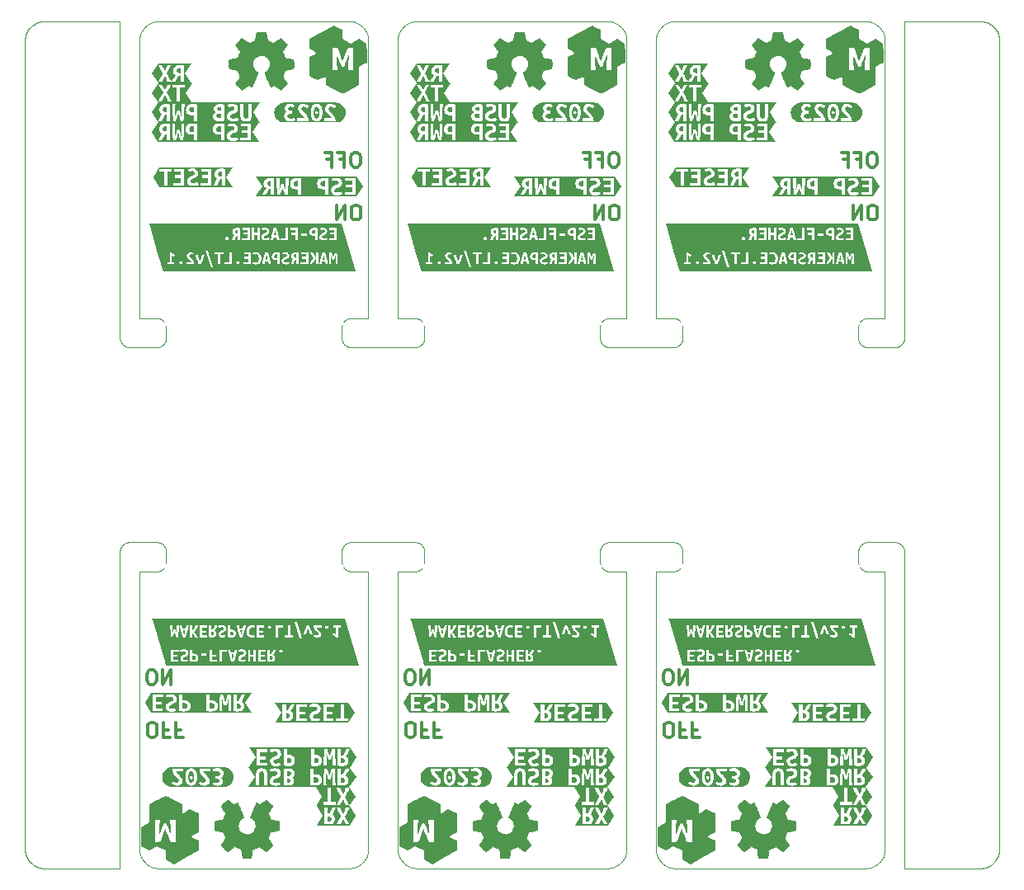
<source format=gbr>
G04 #@! TF.GenerationSoftware,KiCad,Pcbnew,6.0.10+dfsg-1~bpo11+1*
G04 #@! TF.ProjectId,panel,70616e65-6c2e-46b6-9963-61645f706362,rev?*
G04 #@! TF.SameCoordinates,Original*
G04 #@! TF.FileFunction,Legend,Bot*
G04 #@! TF.FilePolarity,Positive*
%FSLAX46Y46*%
G04 Gerber Fmt 4.6, Leading zero omitted, Abs format (unit mm)*
%MOMM*%
%LPD*%
G01*
G04 APERTURE LIST*
G04 #@! TA.AperFunction,Profile*
%ADD10C,0.100000*%
G04 #@! TD*
%ADD11C,0.300000*%
%ADD12C,0.010000*%
%ADD13C,0.500000*%
%ADD14C,0.600000*%
%ADD15C,0.900000*%
%ADD16C,0.650000*%
%ADD17O,1.000000X1.600000*%
%ADD18O,1.000000X2.100000*%
G04 APERTURE END LIST*
D10*
X198155772Y-20879201D02*
X198155628Y-20879002D01*
X138797380Y-73517631D02*
X138843519Y-73532874D01*
X110379195Y-105656375D02*
X110407385Y-105726947D01*
X160154259Y-21389527D02*
X160154181Y-21389286D01*
X184256460Y-73800158D02*
X184289966Y-73764966D01*
X163379195Y-21293624D02*
X163379104Y-21293861D01*
X186207906Y-106318719D02*
X186208078Y-106318533D01*
X133749870Y-76483830D02*
X133749798Y-76483344D01*
X164268698Y-20257607D02*
X164268478Y-20257733D01*
X108307874Y-74131480D02*
X108325362Y-74086144D01*
X188424841Y-53218539D02*
X188388047Y-53250278D01*
X99222120Y-106487779D02*
X99222303Y-106487941D01*
X133384028Y-20847252D02*
X133339049Y-20785999D01*
X186747753Y-21911365D02*
X186747744Y-21911112D01*
X160249798Y-50466655D02*
X160249870Y-50466169D01*
X185964000Y-20410950D02*
X185902747Y-20365971D01*
X98648106Y-105703811D02*
X98648191Y-105704041D01*
X188756002Y-20000912D02*
X188755558Y-20001122D01*
X165957368Y-74177619D02*
X165970328Y-74224450D01*
X110250724Y-50468544D02*
X110250912Y-50468997D01*
X184019025Y-52678138D02*
X184010718Y-52630262D01*
X110250129Y-50466169D02*
X110250201Y-50466655D01*
X159231521Y-106692266D02*
X159297010Y-106653715D01*
X136949210Y-105819505D02*
X136960141Y-105841791D01*
X188750000Y-74465122D02*
X188750000Y-106937727D01*
X163507607Y-105931301D02*
X163507733Y-105931521D01*
X133440453Y-20931707D02*
X133440317Y-20931494D01*
X165518960Y-50615851D02*
X165560012Y-50641847D01*
X132456375Y-106820804D02*
X132526947Y-106792614D01*
X131796861Y-53455974D02*
X131749450Y-53445328D01*
X112883099Y-73998318D02*
X112904946Y-74041721D01*
X185619505Y-106750789D02*
X185641791Y-106739858D01*
X157789966Y-76185033D02*
X157756460Y-76149841D01*
X197091892Y-20090173D02*
X197080715Y-20086481D01*
X138607036Y-73479770D02*
X138655262Y-73485718D01*
X137046416Y-105997227D02*
X137059546Y-106018292D01*
X165009877Y-53475000D02*
X158490122Y-53475000D01*
X132360713Y-106854181D02*
X132432623Y-106829601D01*
X186744874Y-76476353D02*
X186744441Y-76476122D01*
X165243668Y-20000160D02*
X165161365Y-20002246D01*
X133208078Y-106318533D02*
X133259023Y-106262145D01*
X159543121Y-20474640D02*
X159542926Y-20474478D01*
X157510718Y-52630262D02*
X157504770Y-52582036D01*
X158932623Y-106829601D02*
X158932861Y-106829516D01*
X158932861Y-20120483D02*
X158932623Y-20120398D01*
X112518960Y-73615851D02*
X112560012Y-73641847D01*
X112638047Y-73699721D02*
X112674841Y-73731460D01*
X98500593Y-104962012D02*
X98500602Y-104962257D01*
X184964903Y-106938138D02*
X185040288Y-106928537D01*
X197254041Y-106801808D02*
X197265023Y-106797571D01*
X98742466Y-105903319D02*
X98830751Y-106050614D01*
X133742612Y-76475416D02*
X133742136Y-76475297D01*
X136870398Y-105632623D02*
X136870483Y-105632861D01*
X99231216Y-106495630D02*
X99231596Y-106495941D01*
X110250724Y-76481455D02*
X110250559Y-76481917D01*
X185432623Y-20120398D02*
X185360713Y-20095818D01*
X198416862Y-21431335D02*
X198416800Y-21431097D01*
X185263240Y-20067264D02*
X185239210Y-20061042D01*
X198490042Y-21803751D02*
X198488601Y-21792069D01*
X158256205Y-20000158D02*
X158243792Y-20000000D01*
X110255125Y-76476353D02*
X110254704Y-76476605D01*
X159823545Y-106184030D02*
X159823703Y-106183831D01*
X186208078Y-20631466D02*
X186207906Y-20631280D01*
X186682735Y-105463240D02*
X186688957Y-105439210D01*
X160249702Y-76482863D02*
X160249583Y-76482387D01*
X188751878Y-106945703D02*
X188752170Y-106946097D01*
X160248394Y-76479704D02*
X160248121Y-76479296D01*
X157510718Y-51319737D02*
X157519025Y-51271861D01*
X159618719Y-106407906D02*
X159636710Y-106390804D01*
X160249087Y-76481002D02*
X160248877Y-76480558D01*
X186190804Y-20613289D02*
X186190627Y-20613108D01*
X112599740Y-50669826D02*
X112638047Y-50699721D01*
X163256455Y-50474275D02*
X163256917Y-50474440D01*
X131010718Y-75630262D02*
X131004770Y-75582036D01*
X186208078Y-106318533D02*
X186259023Y-106262145D01*
X185239210Y-106888957D02*
X185263240Y-106882735D01*
X133688957Y-21510789D02*
X133682735Y-21486759D01*
X108325362Y-74086144D02*
X108345053Y-74041721D01*
X139333152Y-76035012D02*
X139305173Y-76074740D01*
X137160950Y-106164000D02*
X137161102Y-106164203D01*
X163254296Y-50473121D02*
X163254704Y-50473394D01*
X198155628Y-20879002D02*
X198053331Y-20741070D01*
X185360472Y-106854259D02*
X185360713Y-106854181D01*
X110956878Y-106475359D02*
X110957073Y-106475521D01*
X98541354Y-21598153D02*
X98538775Y-21609638D01*
X160182735Y-21486759D02*
X160182669Y-21486515D01*
X112904946Y-75908278D02*
X112883099Y-75951681D01*
X158540539Y-20021498D02*
X158540288Y-20021462D01*
X136788753Y-105340376D02*
X136793749Y-105364690D01*
X138743794Y-106949841D02*
X138756207Y-106949999D01*
X136750158Y-104956205D02*
X136750160Y-104956331D01*
X159382168Y-20351643D02*
X159381958Y-20351501D01*
X165155262Y-76464281D02*
X165107036Y-76470229D01*
X132140376Y-106911246D02*
X132164690Y-106906250D01*
X136753902Y-50472829D02*
X136754296Y-50473121D01*
X112710033Y-53185033D02*
X112674841Y-53218539D01*
X163661102Y-106164203D02*
X163676296Y-106183831D01*
X133190804Y-106336710D02*
X133207906Y-106318719D01*
X165833152Y-53035012D02*
X165805173Y-53074740D01*
X157529671Y-74224450D02*
X157542631Y-74177619D01*
X185549991Y-106782729D02*
X185550223Y-106782626D01*
X160161690Y-21413210D02*
X160154259Y-21389527D01*
X112009877Y-53475000D02*
X109240122Y-53475000D01*
X160246471Y-105063930D02*
X160246487Y-105063677D01*
X111473052Y-20157385D02*
X111472818Y-20157481D01*
X111181494Y-20309682D02*
X111118041Y-20351501D01*
X188758344Y-106949798D02*
X188758830Y-106949870D01*
X138359623Y-106911246D02*
X138359872Y-106911294D01*
X186620895Y-21293861D02*
X186620804Y-21293624D01*
X159318505Y-20309682D02*
X159318292Y-20309546D01*
X137115823Y-20847458D02*
X137101643Y-20867831D01*
X184756205Y-20000158D02*
X184743792Y-20000000D01*
X112243794Y-20000158D02*
X112243668Y-20000160D01*
X159464203Y-106538897D02*
X159483831Y-106523703D01*
X188759318Y-20000081D02*
X188758830Y-20000129D01*
X165058576Y-76473804D02*
X165009877Y-76475000D01*
X110449210Y-105819505D02*
X110460141Y-105841791D01*
X159049991Y-20167270D02*
X159027181Y-20157481D01*
X198045630Y-106218783D02*
X198045941Y-106218403D01*
X133742136Y-76475297D02*
X133741655Y-76475201D01*
X188755125Y-106948646D02*
X188755558Y-106948877D01*
X110256917Y-76475559D02*
X110256455Y-76475724D01*
X198162549Y-106061175D02*
X198162822Y-106060767D01*
X133661690Y-21413210D02*
X133654259Y-21389527D01*
X184566721Y-53379946D02*
X184523318Y-53358099D01*
X186504438Y-21040401D02*
X186492392Y-21018698D01*
X184029671Y-75725549D02*
X184019025Y-75678138D01*
X188750000Y-52484877D02*
X188748804Y-52533576D01*
X188093519Y-73532874D02*
X188138855Y-73550362D01*
X112203138Y-76455974D02*
X112155262Y-76464281D01*
X160246471Y-21886069D02*
X160240700Y-21810295D01*
X110288705Y-21609872D02*
X110275298Y-21684674D01*
X110250003Y-50462972D02*
X110250057Y-50465190D01*
X137224478Y-20707073D02*
X137176454Y-20765969D01*
X184702619Y-53432368D02*
X184656480Y-53417125D01*
X112256207Y-20000000D02*
X112243794Y-20000158D01*
X163259321Y-105139957D02*
X163261833Y-105164651D01*
X110252811Y-76478159D02*
X110252482Y-76478522D01*
X184656480Y-53417125D02*
X184611144Y-53399637D01*
X188310012Y-73641847D02*
X188349740Y-73669826D01*
X188757863Y-106949702D02*
X188758344Y-106949798D01*
X133741655Y-76475201D02*
X133741169Y-76475129D01*
X165599740Y-76280173D02*
X165560012Y-76308152D01*
X99746188Y-106801893D02*
X99907875Y-106859746D01*
X99241070Y-20446668D02*
X99240875Y-20446817D01*
X165743539Y-73800158D02*
X165775278Y-73836952D01*
X136750912Y-76481002D02*
X136750724Y-76481455D01*
X108241169Y-20000129D02*
X108240681Y-20000081D01*
X110724640Y-20706878D02*
X110724478Y-20707073D01*
X165805173Y-73875259D02*
X165833152Y-73914987D01*
X163251878Y-50470703D02*
X163252170Y-50471097D01*
X131892963Y-53470229D02*
X131844737Y-53464281D01*
X186654259Y-105560472D02*
X186661690Y-105536789D01*
X110311042Y-21510789D02*
X110310982Y-21511035D01*
X165035096Y-106938138D02*
X165035348Y-106938166D01*
X184566721Y-76379946D02*
X184523318Y-76358099D01*
X112250549Y-73504671D02*
X112297380Y-73517631D01*
X163317330Y-105463484D02*
X163338236Y-105536546D01*
X163253902Y-76477170D02*
X163253522Y-76477482D01*
X137535999Y-106539049D02*
X137597252Y-106584028D01*
X188268960Y-53334148D02*
X188226681Y-53358099D01*
X132432861Y-20120483D02*
X132432623Y-20120398D01*
X108248877Y-106944441D02*
X108249087Y-106943997D01*
X184838887Y-20002255D02*
X184838634Y-20002246D01*
X136757863Y-50474702D02*
X136758344Y-50474798D01*
X184523318Y-53358099D02*
X184481039Y-53334148D01*
X137790401Y-20245561D02*
X137768698Y-20257607D01*
X131941423Y-73476195D02*
X131990122Y-73475000D01*
X185818292Y-106640453D02*
X185818505Y-106640317D01*
X136753522Y-50472517D02*
X136753902Y-50472829D01*
X165904946Y-74041721D02*
X165924637Y-74086144D01*
X157557874Y-74131480D02*
X157575362Y-74086144D01*
X186742612Y-50474583D02*
X186743082Y-50474440D01*
X185140127Y-20038705D02*
X185065325Y-20025298D01*
X139383099Y-73998318D02*
X139404946Y-74041721D01*
X131749450Y-73504671D02*
X131796861Y-73494025D01*
X100098153Y-20041354D02*
X100097914Y-20041411D01*
X165599740Y-73669826D02*
X165638047Y-73699721D01*
X184756331Y-106949839D02*
X184838634Y-106947753D01*
X133746471Y-105063930D02*
X133746487Y-105063677D01*
X113000000Y-75484877D02*
X112998804Y-75533576D01*
X108506460Y-53149841D02*
X108474721Y-53113047D01*
X110262027Y-76475003D02*
X110259809Y-76475057D01*
X111567376Y-20120398D02*
X111567138Y-20120483D01*
X132882168Y-106598356D02*
X132902541Y-106584176D01*
X110559546Y-20931707D02*
X110546416Y-20952772D01*
X159318292Y-106640453D02*
X159318505Y-106640317D01*
X160244441Y-50473877D02*
X160244874Y-50473646D01*
X110275256Y-105265075D02*
X110275298Y-105265325D01*
X98509957Y-105146248D02*
X98511398Y-105157930D01*
X165297380Y-73517631D02*
X165343519Y-73532874D01*
X110250912Y-76481002D02*
X110250724Y-76481455D01*
X163256917Y-76475559D02*
X163256455Y-76475724D01*
X163257387Y-76475416D02*
X163256917Y-76475559D01*
X139018960Y-53334148D02*
X138976681Y-53358099D01*
X197453319Y-20242466D02*
X197453107Y-20242343D01*
X112035348Y-20011833D02*
X112035096Y-20011861D01*
X108307874Y-52818519D02*
X108292631Y-52772380D01*
X108260718Y-74319737D02*
X108269025Y-74271861D01*
X133749918Y-50465681D02*
X133749942Y-50465190D01*
X108611952Y-73699721D02*
X108650259Y-73669826D01*
X108246097Y-106947829D02*
X108246477Y-106947517D01*
X99557133Y-20236541D02*
X99546892Y-20242343D01*
X186745703Y-76476878D02*
X186745295Y-76476605D01*
X139500000Y-51465122D02*
X139500000Y-52484877D01*
X139018960Y-50615851D02*
X139060012Y-50641847D01*
X138558576Y-76473804D02*
X138509877Y-76475000D01*
X186118533Y-106408078D02*
X186118719Y-106407906D01*
X163250003Y-76487027D02*
X163250000Y-76487272D01*
X138163210Y-106861690D02*
X138163453Y-106861763D01*
X160161763Y-21413453D02*
X160161690Y-21413210D01*
X157500000Y-52484877D02*
X157500000Y-51465122D01*
X110257863Y-50474702D02*
X110258344Y-50474798D01*
X197777696Y-20462058D02*
X197768783Y-20454369D01*
X164473052Y-106792614D02*
X164543624Y-106820804D01*
X160249583Y-76482387D02*
X160249440Y-76481917D01*
X163250416Y-50467612D02*
X163250559Y-50468082D01*
X137972818Y-20157481D02*
X137950008Y-20167270D01*
X186398356Y-20867831D02*
X186384176Y-20847458D01*
X139424637Y-51086144D02*
X139442125Y-51131480D01*
X187905262Y-53464281D02*
X187857036Y-53470229D01*
X132984030Y-106523545D02*
X133042926Y-106475521D01*
X112107036Y-53470229D02*
X112058576Y-53473804D01*
X132164690Y-106906250D02*
X132164937Y-106906196D01*
X184116900Y-73998318D02*
X184140851Y-73956039D01*
X110253159Y-76477811D02*
X110252811Y-76478159D01*
X186737972Y-76475003D02*
X186737727Y-76475000D01*
X186748646Y-76480125D02*
X186748394Y-76479704D01*
X112859148Y-75993960D02*
X112833152Y-76035012D01*
X165155262Y-53464281D02*
X165107036Y-53470229D01*
X110251878Y-76479296D02*
X110251605Y-76479704D01*
X159992392Y-105931301D02*
X160004438Y-105909598D01*
X196901846Y-106908645D02*
X196902085Y-106908588D01*
X133136891Y-20559372D02*
X133136710Y-20559195D01*
X100487987Y-106949406D02*
X100512027Y-106949996D01*
X165060295Y-106940700D02*
X165136069Y-106946471D01*
X158363930Y-106946471D02*
X158439704Y-106940700D01*
X136750000Y-22006333D02*
X136750000Y-50462727D01*
X165970328Y-75725549D02*
X165957368Y-75772380D01*
X184140851Y-50956039D02*
X184166847Y-50914987D01*
X131941423Y-53473804D02*
X131892963Y-53470229D01*
X108416847Y-53035012D02*
X108390851Y-52993960D01*
X163250297Y-76482863D02*
X163250201Y-76483344D01*
X136750416Y-76482387D02*
X136750297Y-76482863D01*
X110258830Y-50474870D02*
X110259318Y-50474918D01*
X163417270Y-21200008D02*
X163407481Y-21222818D01*
X112107036Y-50479770D02*
X112155262Y-50485718D01*
X138703138Y-76455974D02*
X138655262Y-76464281D01*
X188757387Y-106949583D02*
X188757863Y-106949702D01*
X98742343Y-21046892D02*
X98736541Y-21057133D01*
X110317330Y-21486515D02*
X110317264Y-21486759D01*
X163724640Y-106243121D02*
X163740809Y-106261954D01*
X184481039Y-76334148D02*
X184439987Y-76308152D01*
X132818292Y-20309546D02*
X132797227Y-20296416D01*
X185797010Y-20296284D02*
X185731521Y-20257733D01*
X112674841Y-50731460D02*
X112710033Y-50764966D01*
X108444826Y-53074740D02*
X108416847Y-53035012D01*
X186749702Y-50467136D02*
X186749798Y-50466655D01*
X163250201Y-50466655D02*
X163250297Y-50467136D01*
X158441423Y-53473804D02*
X158392963Y-53470229D01*
X136762027Y-76475003D02*
X136759809Y-76475057D01*
X99094879Y-106372455D02*
X99222120Y-106487779D01*
X159953583Y-20952772D02*
X159940453Y-20931707D01*
X158860713Y-106854181D02*
X158932623Y-106829601D01*
X138756207Y-20000000D02*
X138743794Y-20000158D01*
X197913824Y-106364171D02*
X197914171Y-106363824D01*
X185263484Y-20067330D02*
X185263240Y-20067264D01*
X132619276Y-20199101D02*
X132550223Y-20167373D01*
X108260718Y-52630262D02*
X108254770Y-52582036D01*
X131095053Y-74041721D02*
X131116900Y-73998318D01*
X188752170Y-20003902D02*
X188751878Y-20004296D01*
X112243668Y-106949839D02*
X112243794Y-106949841D01*
X160082626Y-105750223D02*
X160082729Y-105749991D01*
X110495561Y-21040401D02*
X110495441Y-21040624D01*
X198162822Y-106060767D02*
X198169119Y-106050822D01*
X108999450Y-53445328D02*
X108952619Y-53432368D01*
X186740700Y-21810295D02*
X186740678Y-21810042D01*
X163250000Y-104943792D02*
X163250158Y-104956205D01*
X159759023Y-106262145D02*
X159759190Y-106261954D01*
X198490956Y-21815978D02*
X198490090Y-21804239D01*
X108773318Y-53358099D02*
X108731039Y-53334148D01*
X186745703Y-50473121D02*
X186746097Y-50472829D01*
X136755558Y-50473877D02*
X136756002Y-50474087D01*
X131796861Y-73494025D02*
X131844737Y-73485718D01*
X98538679Y-21610119D02*
X98536667Y-21621716D01*
X100109638Y-20038775D02*
X100098153Y-20041354D01*
X98509043Y-21815978D02*
X98509028Y-21816223D01*
X197092124Y-106859746D02*
X197253811Y-106801893D01*
X138636322Y-20003512D02*
X138636069Y-20003528D01*
X188047380Y-53432368D02*
X188000549Y-53445328D01*
X133550898Y-105819276D02*
X133582626Y-105750223D01*
X164290401Y-106704438D02*
X164290624Y-106704558D01*
X112970328Y-51224450D02*
X112980974Y-51271861D01*
X158023318Y-73591900D02*
X158066721Y-73570053D01*
X160249942Y-76484809D02*
X160249918Y-76484318D01*
X110881466Y-106408078D02*
X110937854Y-106459023D01*
X159618533Y-106408078D02*
X159618719Y-106407906D01*
X165155262Y-73485718D02*
X165203138Y-73494025D01*
X108241169Y-106949870D02*
X108241655Y-106949798D01*
X186749918Y-50465681D02*
X186749942Y-50465190D01*
X131838634Y-20002246D02*
X131756331Y-20000160D01*
X110938045Y-20490809D02*
X110937854Y-20490976D01*
X186746097Y-76477170D02*
X186745703Y-76476878D01*
X163345740Y-105560472D02*
X163345818Y-105560713D01*
X160050898Y-21130723D02*
X160050789Y-21130494D01*
X110345740Y-105560472D02*
X110345818Y-105560713D01*
X160129516Y-105632861D02*
X160129601Y-105632623D01*
X157939987Y-50641847D02*
X157981039Y-50615851D01*
X137857982Y-20210256D02*
X137790624Y-20245441D01*
X165060042Y-20009321D02*
X165035348Y-20011833D01*
X188460033Y-53185033D02*
X188424841Y-53218539D01*
X165058576Y-50476195D02*
X165107036Y-50479770D01*
X158249450Y-73504671D02*
X158296861Y-73494025D01*
X133742612Y-50474583D02*
X133743082Y-50474440D01*
X131095053Y-52908278D02*
X131075362Y-52863855D01*
X99919753Y-106863660D02*
X99931097Y-106866800D01*
X112710033Y-76185033D02*
X112674841Y-76218539D01*
X196707930Y-106938601D02*
X196708173Y-106938568D01*
X160249839Y-104956331D02*
X160249841Y-104956205D01*
X136995561Y-105909598D02*
X137007607Y-105931301D01*
X98536628Y-105328041D02*
X98536667Y-105328283D01*
X160206250Y-21585309D02*
X160206196Y-21585062D01*
X186749841Y-21993794D02*
X186749839Y-21993668D01*
X111181707Y-20309546D02*
X111181494Y-20309682D01*
X110370398Y-21317376D02*
X110345818Y-21389286D01*
X108246477Y-20002482D02*
X108246097Y-20002170D01*
X112833152Y-76035012D02*
X112805173Y-76074740D01*
X110310982Y-105438964D02*
X110311042Y-105439210D01*
X163601643Y-106082168D02*
X163615823Y-106102541D01*
X158202619Y-76432368D02*
X158156480Y-76417125D01*
X184990122Y-50475000D02*
X186737727Y-50475000D01*
X138636069Y-20003528D02*
X138560295Y-20009299D01*
X133706196Y-105364937D02*
X133706250Y-105364690D01*
X163660950Y-106164000D02*
X163661102Y-106164203D01*
X163288753Y-21609623D02*
X163288705Y-21609872D01*
X163495441Y-105909375D02*
X163495561Y-105909598D01*
X197768783Y-20454369D02*
X197768403Y-20454058D01*
X138661112Y-20002255D02*
X138636322Y-20003512D01*
X132456375Y-20129195D02*
X132456138Y-20129104D01*
X160240700Y-21810295D02*
X160240678Y-21810042D01*
X184057874Y-52818519D02*
X184042631Y-52772380D01*
X139359148Y-50956039D02*
X139383099Y-50998318D01*
X133259023Y-20687854D02*
X133208078Y-20631466D01*
X131702619Y-73517631D02*
X131749450Y-73504671D01*
X110417373Y-105750223D02*
X110449101Y-105819276D01*
X159992392Y-21018698D02*
X159992266Y-21018478D01*
X138661365Y-106947753D02*
X138743668Y-106949839D01*
X137176296Y-20766168D02*
X137161102Y-20785796D01*
X160228501Y-105240539D02*
X160228537Y-105240288D01*
X164097252Y-106584028D02*
X164097458Y-106584176D01*
X164117831Y-20351643D02*
X164097458Y-20365823D01*
X163615971Y-20847252D02*
X163615823Y-20847458D01*
X159209375Y-106704558D02*
X159209598Y-106704438D01*
X160249870Y-76483830D02*
X160249798Y-76483344D01*
X136751878Y-76479296D02*
X136751605Y-76479704D01*
X136750912Y-50468997D02*
X136751122Y-50469441D01*
X131400259Y-53280173D02*
X131361952Y-53250278D01*
X188654946Y-74041721D02*
X188674637Y-74086144D01*
X133682735Y-105463240D02*
X133688957Y-105439210D01*
X163250160Y-21993668D02*
X163250158Y-21993794D01*
X137381466Y-20541921D02*
X137381280Y-20542093D01*
X139060012Y-50641847D02*
X139099740Y-50669826D01*
X188093519Y-53417125D02*
X188047380Y-53432368D01*
X108731039Y-73615851D02*
X108773318Y-73591900D01*
X100316223Y-106940971D02*
X100487742Y-106949397D01*
X164472818Y-106792518D02*
X164473052Y-106792614D01*
X133339049Y-20785999D02*
X133338897Y-20785796D01*
X165136069Y-106946471D02*
X165136322Y-106946487D01*
X158111144Y-73550362D02*
X158156480Y-73532874D01*
X165710033Y-50764966D02*
X165743539Y-50800158D01*
X158441423Y-76473804D02*
X158392963Y-76470229D01*
X186746471Y-105063930D02*
X186746487Y-105063677D01*
X131140851Y-52993960D02*
X131116900Y-52951681D01*
X165388855Y-53399637D02*
X165343519Y-53417125D01*
X186504558Y-21040624D02*
X186504438Y-21040401D01*
X184939704Y-20009299D02*
X184863930Y-20003528D01*
X160249918Y-50465681D02*
X160249942Y-50465190D01*
X132881958Y-20351501D02*
X132818505Y-20309682D01*
X99734522Y-106797384D02*
X99734976Y-106797571D01*
X165560012Y-73641847D02*
X165599740Y-73669826D01*
X133749841Y-104956205D02*
X133749999Y-104943792D01*
X158464651Y-106938166D02*
X158464903Y-106938138D01*
X111639286Y-20095818D02*
X111567376Y-20120398D01*
X163338309Y-105536789D02*
X163345740Y-105560472D01*
X188047380Y-73517631D02*
X188093519Y-73532874D01*
X139210033Y-73764966D02*
X139243539Y-73800158D01*
X165035348Y-106938166D02*
X165060042Y-106940678D01*
X163255125Y-50473646D02*
X163255558Y-50473877D01*
X159026947Y-20157385D02*
X158956375Y-20129195D01*
X133620895Y-21293861D02*
X133620804Y-21293624D01*
X185040539Y-20021498D02*
X185040288Y-20021462D01*
X197759124Y-20446817D02*
X197758929Y-20446668D01*
X98954058Y-20731596D02*
X98946817Y-20740875D01*
X133275359Y-20706878D02*
X133259190Y-20688045D01*
X133747188Y-76478159D02*
X133746840Y-76477811D01*
X163740976Y-106262145D02*
X163791921Y-106318533D01*
X165805173Y-53074740D02*
X165775278Y-53113047D01*
X188751605Y-20004704D02*
X188751353Y-20005125D01*
X198263458Y-21057133D02*
X198257656Y-21046892D01*
X131166847Y-53035012D02*
X131140851Y-52993960D01*
X186749702Y-76482863D02*
X186749583Y-76482387D01*
X159636891Y-20559372D02*
X159636710Y-20559195D01*
X111760789Y-20061042D02*
X111736759Y-20067264D01*
X139210033Y-50764966D02*
X139243539Y-50800158D01*
X157501195Y-74416423D02*
X157504770Y-74367963D01*
X111202772Y-106653583D02*
X111202989Y-106653715D01*
X157981039Y-73615851D02*
X158023318Y-73591900D01*
X110251353Y-50469874D02*
X110251605Y-50470295D01*
X132065075Y-106924743D02*
X132065325Y-106924701D01*
X165710033Y-73764966D02*
X165743539Y-73800158D01*
X133207906Y-106318719D02*
X133208078Y-106318533D01*
X110256002Y-50474087D02*
X110256455Y-50474275D01*
X157939987Y-53308152D02*
X157900259Y-53280173D01*
X159838897Y-106164203D02*
X159839049Y-106164000D01*
X133136710Y-106390804D02*
X133136891Y-106390627D01*
X164016168Y-106523703D02*
X164035796Y-106538897D01*
X98657385Y-21223762D02*
X98652615Y-21234522D01*
X196902085Y-106908588D02*
X197068664Y-106866862D01*
X131075362Y-51086144D02*
X131095053Y-51041721D01*
X158738964Y-106889017D02*
X158739210Y-106888957D01*
X111934924Y-20025256D02*
X111934674Y-20025298D01*
X184863930Y-20003528D02*
X184863677Y-20003512D01*
X112924637Y-52863855D02*
X112904946Y-52908278D01*
X139060012Y-76308152D02*
X139018960Y-76334148D01*
X198490090Y-21804239D02*
X198490042Y-21803751D01*
X163338236Y-21413453D02*
X163317330Y-21486515D01*
X108269025Y-74271861D02*
X108279671Y-74224450D01*
X112250549Y-53445328D02*
X112203138Y-53455974D01*
X159141791Y-106739858D02*
X159142017Y-106739743D01*
X157519025Y-52678138D02*
X157510718Y-52630262D01*
X138558576Y-53473804D02*
X138509877Y-53475000D01*
X163956878Y-106475359D02*
X163957073Y-106475521D01*
X133398356Y-106082168D02*
X133398498Y-106081958D01*
X186711294Y-21609872D02*
X186711246Y-21609623D01*
X188692125Y-52818519D02*
X188674637Y-52863855D01*
X112297380Y-76432368D02*
X112250549Y-76445328D01*
X139498804Y-75533576D02*
X139495229Y-75582036D01*
X139243539Y-53149841D02*
X139210033Y-53185033D01*
X188000549Y-73504671D02*
X188047380Y-73517631D01*
X108249702Y-20007863D02*
X108249583Y-20007387D01*
X197080246Y-20086339D02*
X197068902Y-20083199D01*
X185432861Y-20120483D02*
X185432623Y-20120398D01*
X136750158Y-21993794D02*
X136750000Y-22006207D01*
X165058576Y-53473804D02*
X165009877Y-53475000D01*
X139442125Y-52818519D02*
X139424637Y-52863855D01*
X165924637Y-52863855D02*
X165904946Y-52908278D01*
X160243997Y-50474087D02*
X160244441Y-50473877D01*
X163676454Y-106184030D02*
X163724478Y-106242926D01*
X98946817Y-106209124D02*
X98954058Y-106218403D01*
X158392963Y-76470229D02*
X158344737Y-76464281D01*
X184941423Y-76473804D02*
X184892963Y-76470229D01*
X165859148Y-73956039D02*
X165883099Y-73998318D01*
X163251353Y-50469874D02*
X163251605Y-50470295D01*
X185239210Y-20061042D02*
X185238964Y-20060982D01*
X108248121Y-106945703D02*
X108248394Y-106945295D01*
X160240190Y-50474942D02*
X160240681Y-50474918D01*
X186749996Y-50462972D02*
X186750000Y-50462727D01*
X186688957Y-21510789D02*
X186682735Y-21486759D01*
X165638047Y-76250278D02*
X165599740Y-76280173D01*
X186745295Y-76476605D02*
X186744874Y-76476353D01*
X186744874Y-50473646D02*
X186745295Y-50473394D01*
X163881466Y-106408078D02*
X163937854Y-106459023D01*
X136811042Y-21510789D02*
X136810982Y-21511035D01*
X157640851Y-50956039D02*
X157666847Y-50914987D01*
X132797010Y-106653715D02*
X132797227Y-106653583D01*
X184095053Y-51041721D02*
X184116900Y-50998318D01*
X185040288Y-20021462D02*
X184964903Y-20011861D01*
X158156480Y-76417125D02*
X158111144Y-76399637D01*
X136750003Y-76487027D02*
X136750000Y-76487272D01*
X165674841Y-73731460D02*
X165710033Y-73764966D01*
X110809372Y-20613108D02*
X110809195Y-20613289D01*
X184057874Y-75818519D02*
X184042631Y-75772380D01*
X198263689Y-21057566D02*
X198263458Y-21057133D01*
X131057874Y-52818519D02*
X131042631Y-52772380D01*
X165243794Y-106949841D02*
X165256207Y-106949999D01*
X133748121Y-50470703D02*
X133748394Y-50470295D01*
X98541411Y-105352085D02*
X98583137Y-105518664D01*
X160246840Y-76477811D02*
X160246477Y-76477482D01*
X110724478Y-20707073D02*
X110676454Y-20765969D01*
X160092518Y-105727181D02*
X160092614Y-105726947D01*
X163317264Y-105463240D02*
X163317330Y-105463484D01*
X132709375Y-20245441D02*
X132642017Y-20210256D01*
X136949101Y-21130723D02*
X136917373Y-21199776D01*
X99077544Y-20594879D02*
X98962220Y-20722120D01*
X99931335Y-106866862D02*
X100097914Y-106908588D01*
X112560012Y-50641847D02*
X112599740Y-50669826D01*
X136756002Y-76475912D02*
X136755558Y-76476122D01*
X133750000Y-50462727D02*
X133750000Y-22006333D01*
X137240976Y-106262145D02*
X137291921Y-106318533D01*
X160238166Y-21785348D02*
X160238138Y-21785096D01*
X164835309Y-20043749D02*
X164835062Y-20043803D01*
X184194826Y-50875259D02*
X184224721Y-50836952D01*
X98652615Y-21234522D02*
X98652428Y-21234976D01*
X157825158Y-76218539D02*
X157789966Y-76185033D01*
X164663210Y-106861690D02*
X164663453Y-106861763D01*
X133118719Y-106407906D02*
X133136710Y-106390804D01*
X136793749Y-21585309D02*
X136788753Y-21609623D01*
X99723762Y-20157385D02*
X99723538Y-20157488D01*
X160248121Y-76479296D02*
X160247829Y-76478902D01*
X188739281Y-74319737D02*
X188745229Y-74367963D01*
X136757387Y-50474583D02*
X136757863Y-50474702D01*
X163261861Y-105164903D02*
X163271462Y-105240288D01*
X158256331Y-106949839D02*
X158338634Y-106947753D01*
X111736515Y-106882669D02*
X111736759Y-106882735D01*
X110881466Y-20541921D02*
X110881280Y-20542093D01*
X131439987Y-50641847D02*
X131481039Y-50615851D01*
X112710033Y-50764966D02*
X112743539Y-50800158D01*
X133743544Y-76475724D02*
X133743082Y-76475559D01*
X132550223Y-20167373D02*
X132549991Y-20167270D01*
X132964000Y-20410950D02*
X132902747Y-20365971D01*
X138797380Y-76432368D02*
X138750549Y-76445328D01*
X196889880Y-20038679D02*
X196878283Y-20036667D01*
X163809195Y-106336710D02*
X163809372Y-106336891D01*
X133728501Y-21709460D02*
X133724743Y-21684924D01*
X110495561Y-105909598D02*
X110507607Y-105931301D01*
X111473052Y-106792614D02*
X111543624Y-106820804D01*
X157861952Y-76250278D02*
X157825158Y-76218539D01*
X164202772Y-106653583D02*
X164202989Y-106653715D01*
X136750057Y-76484809D02*
X136750003Y-76487027D01*
X131057874Y-51131480D02*
X131075362Y-51086144D01*
X165518960Y-76334148D02*
X165476681Y-76358099D01*
X137161102Y-106164203D02*
X137176296Y-106183831D01*
X99908107Y-106859826D02*
X99919284Y-106863518D01*
X133504438Y-21040401D02*
X133492392Y-21018698D01*
X186275521Y-20707073D02*
X186275359Y-20706878D01*
X110740809Y-20688045D02*
X110724640Y-20706878D01*
X111202989Y-20296284D02*
X111202772Y-20296416D01*
X108689987Y-73641847D02*
X108731039Y-73615851D01*
X158344737Y-73485718D02*
X158392963Y-73479770D01*
X165638047Y-73699721D02*
X165674841Y-73731460D01*
X186398498Y-20868041D02*
X186398356Y-20867831D01*
X188674637Y-74086144D02*
X188692125Y-74131480D01*
X160247753Y-21911365D02*
X160247744Y-21911112D01*
X185619505Y-20199210D02*
X185619276Y-20199101D01*
X99077711Y-106355300D02*
X99085828Y-106363824D01*
X160246477Y-76477482D02*
X160246097Y-76477170D01*
X137176296Y-106183831D02*
X137176454Y-106184030D01*
X163250724Y-76481455D02*
X163250559Y-76481917D01*
X198413518Y-21419284D02*
X198409826Y-21408107D01*
X186749942Y-50465190D02*
X186749996Y-50462972D01*
X139457368Y-75772380D02*
X139442125Y-75818519D01*
X137535796Y-20411102D02*
X137516168Y-20426296D01*
X188268960Y-73615851D02*
X188310012Y-73641847D01*
X198413518Y-105530715D02*
X198413660Y-105530246D01*
X112035348Y-106938166D02*
X112060042Y-106940678D01*
X132797227Y-20296416D02*
X132797010Y-20296284D01*
X165250549Y-53445328D02*
X165203138Y-53455974D01*
X158490122Y-50475000D02*
X160237727Y-50475000D01*
X163271498Y-21709460D02*
X163271462Y-21709711D01*
X136917373Y-21199776D02*
X136917270Y-21200008D01*
X164450008Y-106782729D02*
X164472818Y-106792518D01*
X136761833Y-21785348D02*
X136759321Y-21810042D01*
X136907481Y-105727181D02*
X136917270Y-105749991D01*
X131611144Y-50550362D02*
X131656480Y-50532874D01*
X110253522Y-50472517D02*
X110253902Y-50472829D01*
X132709598Y-20245561D02*
X132709375Y-20245441D01*
X111639527Y-106854259D02*
X111663210Y-106861690D01*
X136758344Y-50474798D02*
X136758830Y-50474870D01*
X132619276Y-106750898D02*
X132619505Y-106750789D01*
X186620895Y-105656138D02*
X186629516Y-105632861D01*
X159775521Y-20707073D02*
X159775359Y-20706878D01*
X138260789Y-106888957D02*
X138261035Y-106889017D01*
X163250057Y-76484809D02*
X163250003Y-76487027D01*
X110449101Y-21130723D02*
X110417373Y-21199776D01*
X165775278Y-73836952D02*
X165805173Y-73875259D01*
X111357982Y-20210256D02*
X111290624Y-20245441D01*
X136750160Y-104956331D02*
X136752246Y-105038634D01*
X98962058Y-106227696D02*
X98962220Y-106227879D01*
X136762027Y-50474996D02*
X136762272Y-50475000D01*
X157756460Y-76149841D02*
X157724721Y-76113047D01*
X108249275Y-20006455D02*
X108249087Y-20006002D01*
X160129601Y-21317376D02*
X160129516Y-21317138D01*
X133748646Y-76480125D02*
X133748394Y-76479704D01*
X158066721Y-76379946D02*
X158023318Y-76358099D01*
X108249996Y-20012027D02*
X108249942Y-20009809D01*
X186747753Y-105038634D02*
X186749839Y-104956331D01*
X138067138Y-20120483D02*
X138043861Y-20129104D01*
X186750000Y-76487272D02*
X186749996Y-76487027D01*
X197276237Y-20157385D02*
X197265477Y-20152615D01*
X163250158Y-104956205D02*
X163250160Y-104956331D01*
X137161102Y-20785796D02*
X137160950Y-20785999D01*
X159884176Y-20847458D02*
X159884028Y-20847252D01*
X163255125Y-76476353D02*
X163254704Y-76476605D01*
X110460141Y-21108208D02*
X110449210Y-21130494D01*
X132984030Y-20426454D02*
X132983831Y-20426296D01*
X186323545Y-106184030D02*
X186323703Y-106183831D01*
X133747517Y-50471477D02*
X133747829Y-50471097D01*
X186741655Y-76475201D02*
X186741169Y-76475129D01*
X198269089Y-21068300D02*
X198268982Y-21068080D01*
X131001195Y-51416423D02*
X131004770Y-51367963D01*
X132360472Y-20095740D02*
X132336789Y-20088309D01*
X185527181Y-20157481D02*
X185526947Y-20157385D01*
X197442433Y-20236310D02*
X197431919Y-20231017D01*
X163275256Y-105265075D02*
X163275298Y-105265325D01*
X131289966Y-76185033D02*
X131256460Y-76149841D01*
X197905300Y-20577711D02*
X197905120Y-20577544D01*
X163881280Y-20542093D02*
X163863289Y-20559195D01*
X137160950Y-20785999D02*
X137115971Y-20847252D01*
X133747753Y-105038634D02*
X133749839Y-104956331D01*
X133275521Y-20707073D02*
X133275359Y-20706878D01*
X188762027Y-20000003D02*
X188759809Y-20000057D01*
X98837450Y-20888824D02*
X98837177Y-20889232D01*
X137858208Y-106739858D02*
X137880494Y-106750789D01*
X184439987Y-76308152D02*
X184400259Y-76280173D01*
X198413660Y-21419753D02*
X198413518Y-21419284D01*
X111472818Y-20157481D02*
X111450008Y-20167270D01*
X112980974Y-51271861D02*
X112989281Y-51319737D01*
X164035999Y-106539049D02*
X164097252Y-106584028D01*
X184656480Y-76417125D02*
X184611144Y-76399637D01*
X186384028Y-106102747D02*
X186384176Y-106102541D01*
X159690627Y-20613108D02*
X159636891Y-20559372D01*
X136756917Y-50474440D02*
X136757387Y-50474583D01*
X111290401Y-20245561D02*
X111268698Y-20257607D01*
X165107036Y-53470229D02*
X165058576Y-53473804D01*
X108279671Y-74224450D02*
X108292631Y-74177619D01*
X157504770Y-52582036D02*
X157501195Y-52533576D01*
X110257387Y-76475416D02*
X110256917Y-76475559D01*
X165957368Y-52772380D02*
X165942125Y-52818519D01*
X108237972Y-20000003D02*
X108237727Y-20000000D01*
X186661690Y-21413210D02*
X186654259Y-21389527D01*
X112297380Y-53432368D02*
X112250549Y-53445328D01*
X111639527Y-20095740D02*
X111639286Y-20095818D01*
X110251605Y-76479704D02*
X110251353Y-76480125D01*
X160004438Y-105909598D02*
X160004558Y-105909375D01*
X99094699Y-20577711D02*
X99086175Y-20585828D01*
X186750000Y-50462727D02*
X186750000Y-22006333D01*
X163252482Y-76478522D02*
X163252170Y-76478902D01*
X164181494Y-106640317D02*
X164181707Y-106640453D01*
X158664690Y-20043749D02*
X158640376Y-20038753D01*
X186737727Y-76475000D02*
X184990122Y-76475000D01*
X99399385Y-20330751D02*
X99399177Y-20330880D01*
X186136710Y-20559195D02*
X186118719Y-20542093D01*
X160249583Y-50467612D02*
X160249702Y-50467136D01*
X112833152Y-53035012D02*
X112805173Y-53074740D01*
X164117831Y-106598356D02*
X164118041Y-106598498D01*
X133711246Y-105340376D02*
X133711294Y-105340127D01*
X158441423Y-73476195D02*
X158490122Y-73475000D01*
X185902541Y-106584176D02*
X185902747Y-106584028D01*
X133746477Y-76477482D02*
X133746097Y-76477170D01*
X163293803Y-21585062D02*
X163293749Y-21585309D01*
X157861952Y-53250278D02*
X157825158Y-53218539D01*
X158338634Y-106947753D02*
X158338887Y-106947744D01*
X131000000Y-74465122D02*
X131001195Y-74416423D01*
X110407481Y-105727181D02*
X110417270Y-105749991D01*
X165343519Y-53417125D02*
X165297380Y-53432368D01*
X137363108Y-20559372D02*
X137309372Y-20613108D01*
X110345818Y-21389286D02*
X110345740Y-21389527D01*
X111472818Y-106792518D02*
X111473052Y-106792614D01*
X131325158Y-76218539D02*
X131289966Y-76185033D01*
X100512027Y-106949996D02*
X100512272Y-106950000D01*
X138888855Y-50550362D02*
X138933278Y-50570053D01*
X184001195Y-74416423D02*
X184004770Y-74367963D01*
X196707930Y-20011398D02*
X196696248Y-20009957D01*
X184523318Y-50591900D02*
X184566721Y-50570053D01*
X139495229Y-51367963D02*
X139498804Y-51416423D01*
X110809372Y-106336891D02*
X110863108Y-106390627D01*
X108325362Y-52863855D02*
X108307874Y-52818519D01*
X112775278Y-50836952D02*
X112805173Y-50875259D01*
X185641791Y-20210141D02*
X185619505Y-20199210D01*
X188753522Y-20002482D02*
X188753159Y-20002811D01*
X133724743Y-21684924D02*
X133724701Y-21684674D01*
X108254770Y-52582036D02*
X108251195Y-52533576D01*
X186384028Y-20847252D02*
X186339049Y-20785999D01*
X186136891Y-106390627D02*
X186190627Y-106336891D01*
X98586339Y-105530246D02*
X98586481Y-105530715D01*
X163809372Y-106336891D02*
X163863108Y-106390627D01*
X138509877Y-50475000D02*
X138558576Y-50476195D01*
X110615823Y-20847458D02*
X110601643Y-20867831D01*
X137973052Y-106792614D02*
X138043624Y-106820804D01*
X187808576Y-73476195D02*
X187857036Y-73479770D01*
X165942125Y-51131480D02*
X165957368Y-51177619D01*
X131166847Y-76035012D02*
X131140851Y-75993960D01*
X157825158Y-53218539D02*
X157789966Y-53185033D01*
X132902541Y-106584176D02*
X132902747Y-106584028D01*
X138459711Y-20021462D02*
X138459460Y-20021498D01*
X131095053Y-51041721D02*
X131116900Y-50998318D01*
X112957368Y-51177619D02*
X112970328Y-51224450D01*
X111016168Y-106523703D02*
X111035796Y-106538897D01*
X185709598Y-106704438D02*
X185731301Y-106692392D01*
X137515969Y-106523545D02*
X137516168Y-106523703D01*
X110791921Y-20631466D02*
X110740976Y-20687854D01*
X158023318Y-76358099D02*
X157981039Y-76334148D01*
X138743668Y-20000160D02*
X138661365Y-20002246D01*
X112989281Y-52630262D02*
X112980974Y-52678138D01*
X99546892Y-106707656D02*
X99557133Y-106713458D01*
X186750000Y-104943666D02*
X186750000Y-76487272D01*
X159823703Y-106183831D02*
X159838897Y-106164203D01*
X186592518Y-21222818D02*
X186582729Y-21200008D01*
X108345053Y-52908278D02*
X108325362Y-52863855D01*
X198045941Y-20731596D02*
X198045630Y-20731216D01*
X136753512Y-21886322D02*
X136752255Y-21911112D01*
X99723538Y-106792511D02*
X99723762Y-106792614D01*
X159707906Y-106318719D02*
X159708078Y-106318533D01*
X186323703Y-106183831D02*
X186338897Y-106164203D01*
X112674841Y-76218539D02*
X112638047Y-76250278D01*
X184029671Y-74224450D02*
X184042631Y-74177619D01*
X111268478Y-106692266D02*
X111268698Y-106692392D01*
X136758344Y-76475201D02*
X136757863Y-76475297D01*
X99388824Y-20337450D02*
X99379201Y-20344227D01*
X131892963Y-73479770D02*
X131941423Y-73476195D01*
X186706250Y-105364690D02*
X186711246Y-105340376D01*
X198499406Y-21987987D02*
X198499397Y-21987742D01*
X160242612Y-76475416D02*
X160242136Y-76475297D01*
X185164937Y-20043803D02*
X185164690Y-20043749D01*
X131194826Y-50875259D02*
X131224721Y-50836952D01*
X98500000Y-22012272D02*
X98500000Y-104937727D01*
X131838634Y-106947753D02*
X131838887Y-106947744D01*
X160249275Y-50468544D02*
X160249440Y-50468082D01*
X131964651Y-106938166D02*
X131964903Y-106938138D01*
X132432623Y-20120398D02*
X132360713Y-20095818D01*
X163250003Y-50462972D02*
X163250057Y-50465190D01*
X110724478Y-106242926D02*
X110724640Y-106243121D01*
X132549991Y-106782729D02*
X132550223Y-106782626D01*
X185263240Y-106882735D02*
X185263484Y-106882669D01*
X110259299Y-105139704D02*
X110259321Y-105139957D01*
X110676296Y-106183831D02*
X110676454Y-106184030D01*
X133746097Y-50472829D02*
X133746477Y-50472517D01*
X163258830Y-50474870D02*
X163259318Y-50474918D01*
X196696248Y-106940042D02*
X196707930Y-106938601D01*
X136752170Y-50471097D02*
X136752482Y-50471477D01*
X137224640Y-20706878D02*
X137224478Y-20707073D01*
X158296861Y-76455974D02*
X158249450Y-76445328D01*
X186582626Y-21199776D02*
X186550898Y-21130723D01*
X100512027Y-20000003D02*
X100487987Y-20000593D01*
X197905300Y-106372288D02*
X197913824Y-106364171D01*
X158640376Y-20038753D02*
X158640127Y-20038705D01*
X133259190Y-106261954D02*
X133275359Y-106243121D01*
X98536667Y-105328283D02*
X98538679Y-105339880D01*
X112980974Y-75678138D02*
X112970328Y-75725549D01*
X108245295Y-106948394D02*
X108245703Y-106948121D01*
X157510718Y-74319737D02*
X157519025Y-74271861D01*
X158156480Y-50532874D02*
X158202619Y-50517631D01*
X131116900Y-75951681D02*
X131095053Y-75908278D01*
X163507607Y-21018698D02*
X163495561Y-21040401D01*
X111934924Y-106924743D02*
X111959460Y-106928501D01*
X164663453Y-106861763D02*
X164736515Y-106882669D01*
X163956878Y-20474640D02*
X163938045Y-20490809D01*
X160246097Y-50472829D02*
X160246477Y-50472517D01*
X186746477Y-50472517D02*
X186746840Y-50472188D01*
X139210033Y-76185033D02*
X139174841Y-76218539D01*
X108249275Y-106943544D02*
X108249440Y-106943082D01*
X138558576Y-50476195D02*
X138607036Y-50479770D01*
X160249996Y-76487027D02*
X160249942Y-76484809D01*
X165433278Y-73570053D02*
X165476681Y-73591900D01*
X133061954Y-20490809D02*
X133043121Y-20474640D01*
X110253159Y-50472188D02*
X110253522Y-50472517D01*
X136757387Y-76475416D02*
X136756917Y-76475559D01*
X100121716Y-106913332D02*
X100121958Y-106913371D01*
X163261833Y-105164651D02*
X163261861Y-105164903D01*
X163271498Y-105240539D02*
X163275256Y-105265075D01*
X133682735Y-21486759D02*
X133682669Y-21486515D01*
X160243997Y-76475912D02*
X160243544Y-76475724D01*
X184004770Y-75582036D02*
X184001195Y-75533576D01*
X188759809Y-20000057D02*
X188759318Y-20000081D01*
X108249942Y-106940190D02*
X108249996Y-106937972D01*
X99240875Y-20446817D02*
X99231596Y-20454058D01*
X131439987Y-76308152D02*
X131400259Y-76280173D01*
X133749440Y-76481917D02*
X133749275Y-76481455D01*
X198488568Y-105158173D02*
X198488601Y-105157930D01*
X188750416Y-20007387D02*
X188750297Y-20007863D01*
X131566721Y-76379946D02*
X131523318Y-76358099D01*
X136788705Y-105340127D02*
X136788753Y-105340376D01*
X111663453Y-20088236D02*
X111663210Y-20088309D01*
X198416862Y-105518664D02*
X198458588Y-105352085D01*
X186749942Y-76484809D02*
X186749918Y-76484318D01*
X163250000Y-76487272D02*
X163250000Y-104943666D01*
X159542926Y-20474478D02*
X159484030Y-20426454D01*
X138756333Y-20000000D02*
X138756207Y-20000000D01*
X158640127Y-106911294D02*
X158640376Y-106911246D01*
X160245703Y-76476878D02*
X160245295Y-76476605D01*
X108345053Y-74041721D02*
X108366900Y-73998318D01*
X136810982Y-105438964D02*
X136811042Y-105439210D01*
X131042631Y-52772380D02*
X131029671Y-52725549D01*
X158956375Y-20129195D02*
X158956138Y-20129104D01*
X110338236Y-21413453D02*
X110317330Y-21486515D01*
X110252246Y-21911365D02*
X110250160Y-21993668D01*
X196512257Y-106949397D02*
X196683776Y-106940971D01*
X138743668Y-106949839D02*
X138743794Y-106949841D01*
X184990122Y-76475000D02*
X184941423Y-76473804D01*
X198351808Y-105704041D02*
X198351893Y-105703811D01*
X112638047Y-53250278D02*
X112599740Y-53280173D01*
X137456878Y-20474640D02*
X137438045Y-20490809D01*
X111543624Y-20129195D02*
X111473052Y-20157385D01*
X157825158Y-73731460D02*
X157861952Y-73699721D01*
X110288753Y-105340376D02*
X110293749Y-105364690D01*
X163250297Y-50467136D02*
X163250416Y-50467612D01*
X131029671Y-74224450D02*
X131042631Y-74177619D01*
X184256460Y-76149841D02*
X184224721Y-76113047D01*
X133629516Y-21317138D02*
X133620895Y-21293861D01*
X157861952Y-73699721D02*
X157900259Y-73669826D01*
X108731039Y-53334148D02*
X108689987Y-53308152D01*
X133208078Y-20631466D02*
X133207906Y-20631280D01*
X110251353Y-76480125D02*
X110251122Y-76480558D01*
X132797227Y-106653583D02*
X132818292Y-106640453D01*
X132065075Y-20025256D02*
X132040539Y-20021498D01*
X196487727Y-106950000D02*
X196487972Y-106949996D01*
X111959460Y-20021498D02*
X111934924Y-20025256D01*
X112243794Y-106949841D02*
X112256207Y-106949999D01*
X198458645Y-21598153D02*
X198458588Y-21597914D01*
X139275278Y-73836952D02*
X139305173Y-73875259D01*
X196889880Y-106911320D02*
X196890361Y-106911224D01*
X99734976Y-20152428D02*
X99734522Y-20152615D01*
X160248877Y-76480558D02*
X160248646Y-76480125D01*
X163252246Y-21911365D02*
X163250160Y-21993668D01*
X188755558Y-20001122D02*
X188755125Y-20001353D01*
X184964651Y-20011833D02*
X184939957Y-20009321D01*
X184400259Y-76280173D02*
X184361952Y-76250278D01*
X188752811Y-106946840D02*
X188753159Y-106947188D01*
X185360472Y-20095740D02*
X185336789Y-20088309D01*
X110957073Y-106475521D02*
X111015969Y-106523545D01*
X108246477Y-106947517D02*
X108246840Y-106947188D01*
X184941423Y-73476195D02*
X184990122Y-73475000D01*
X133323545Y-106184030D02*
X133323703Y-106183831D01*
X198500000Y-22012272D02*
X198499996Y-22012027D01*
X165710033Y-76185033D02*
X165674841Y-76218539D01*
X131361952Y-50699721D02*
X131400259Y-50669826D01*
X99745958Y-20148191D02*
X99734976Y-20152428D01*
X163253902Y-50472829D02*
X163254296Y-50473121D01*
X111761035Y-20060982D02*
X111760789Y-20061042D01*
X133745295Y-76476605D02*
X133744874Y-76476353D01*
X160248646Y-76480125D02*
X160248394Y-76479704D01*
X136750057Y-50465190D02*
X136750081Y-50465681D01*
X158066721Y-53379946D02*
X158023318Y-53358099D01*
X157861952Y-50699721D02*
X157900259Y-50669826D01*
X110338309Y-21413210D02*
X110338236Y-21413453D01*
X136753902Y-76477170D02*
X136753522Y-76477482D01*
X138261035Y-20060982D02*
X138260789Y-20061042D01*
X133740678Y-21810042D02*
X133738166Y-21785348D01*
X163317330Y-21486515D02*
X163317264Y-21486759D01*
X184042631Y-75772380D02*
X184029671Y-75725549D01*
X197922288Y-106355300D02*
X197922455Y-106355120D01*
X198490042Y-105146248D02*
X198490090Y-105145760D01*
X159636891Y-106390627D02*
X159690627Y-106336891D01*
X158243666Y-20000000D02*
X138756333Y-20000000D01*
X136753528Y-21886069D02*
X136753512Y-21886322D01*
X163615971Y-106102747D02*
X163660950Y-106164000D01*
X159823703Y-20766168D02*
X159823545Y-20765969D01*
X188609148Y-73956039D02*
X188633099Y-73998318D01*
X131523318Y-73591900D02*
X131566721Y-73570053D01*
X188748804Y-52533576D02*
X188745229Y-52582036D01*
X131075362Y-52863855D02*
X131057874Y-52818519D01*
X133550789Y-105819505D02*
X133550898Y-105819276D01*
X185550223Y-20167373D02*
X185549991Y-20167270D01*
X165518960Y-53334148D02*
X165476681Y-53358099D01*
X108575158Y-73731460D02*
X108611952Y-73699721D01*
X108243997Y-20000912D02*
X108243544Y-20000724D01*
X186338897Y-106164203D02*
X186339049Y-106164000D01*
X131140851Y-75993960D02*
X131116900Y-75951681D01*
X186748121Y-50470703D02*
X186748394Y-50470295D01*
X133190804Y-20613289D02*
X133190627Y-20613108D01*
X112859148Y-50956039D02*
X112883099Y-50998318D01*
X110255558Y-50473877D02*
X110256002Y-50474087D01*
X111736515Y-20067330D02*
X111663453Y-20088236D01*
X136845818Y-105560713D02*
X136870398Y-105632623D01*
X184941423Y-50476195D02*
X184990122Y-50475000D01*
X98648106Y-21246188D02*
X98590253Y-21407875D01*
X185818505Y-106640317D02*
X185881958Y-106598498D01*
X163251122Y-76480558D02*
X163250912Y-76481002D01*
X133682669Y-105463484D02*
X133682735Y-105463240D01*
X163546284Y-105997010D02*
X163546416Y-105997227D01*
X197442433Y-106713689D02*
X197442866Y-106713458D01*
X111181707Y-106640453D02*
X111202772Y-106653583D01*
X185902747Y-106584028D02*
X185964000Y-106539049D01*
X157575362Y-74086144D02*
X157595053Y-74041721D01*
X186740700Y-105139704D02*
X186746471Y-105063930D01*
X185065325Y-20025298D02*
X185065075Y-20025256D01*
X184743792Y-20000000D02*
X184743666Y-20000000D01*
X165107036Y-76470229D02*
X165058576Y-76473804D01*
X158243792Y-20000000D02*
X158243666Y-20000000D01*
X164357982Y-20210256D02*
X164290624Y-20245441D01*
X188752811Y-20003159D02*
X188752482Y-20003522D01*
X160247188Y-76478159D02*
X160246840Y-76477811D01*
X186043121Y-20474640D02*
X186042926Y-20474478D01*
X164097252Y-20365971D02*
X164035999Y-20410950D01*
X110740976Y-106262145D02*
X110791921Y-106318533D01*
X163881280Y-106407906D02*
X163881466Y-106408078D01*
X133740700Y-105139704D02*
X133746471Y-105063930D01*
X165998804Y-52533576D02*
X165995229Y-52582036D01*
X198263689Y-105892433D02*
X198268982Y-105881919D01*
X98837177Y-106060767D02*
X98837450Y-106061175D01*
X197758929Y-20446668D02*
X197620997Y-20344371D01*
X163275298Y-105265325D02*
X163288705Y-105340127D01*
X111015969Y-106523545D02*
X111016168Y-106523703D01*
X108241655Y-20000201D02*
X108241169Y-20000129D01*
X110253522Y-76477482D02*
X110253159Y-76477811D01*
X138933278Y-50570053D02*
X138976681Y-50591900D01*
X159940317Y-106018505D02*
X159940453Y-106018292D01*
X99734976Y-106797571D02*
X99745958Y-106801808D01*
X133728501Y-105240539D02*
X133728537Y-105240288D01*
X184749450Y-53445328D02*
X184702619Y-53432368D01*
X136879104Y-105656138D02*
X136879195Y-105656375D01*
X98652428Y-105715023D02*
X98652615Y-105715477D01*
X163938045Y-106459190D02*
X163956878Y-106475359D01*
X131224721Y-53113047D02*
X131194826Y-53074740D01*
X131194826Y-53074740D02*
X131166847Y-53035012D01*
X133738166Y-105164651D02*
X133740678Y-105139957D01*
X136775256Y-105265075D02*
X136775298Y-105265325D01*
X108248394Y-106945295D02*
X108248646Y-106944874D01*
X109142963Y-53470229D02*
X109094737Y-53464281D01*
X163792093Y-20631280D02*
X163791921Y-20631466D01*
X108248394Y-20004704D02*
X108248121Y-20004296D01*
X138335062Y-20043803D02*
X138261035Y-20060982D01*
X133629516Y-105632861D02*
X133629601Y-105632623D01*
X132456138Y-20129104D02*
X132432861Y-20120483D01*
X164268478Y-20257733D02*
X164202989Y-20296284D01*
X163259299Y-105139704D02*
X163259321Y-105139957D01*
X100292069Y-20011398D02*
X100291826Y-20011431D01*
X108249918Y-106940681D02*
X108249942Y-106940190D01*
X110250201Y-76483344D02*
X110250129Y-76483830D01*
X110258344Y-50474798D02*
X110258830Y-50474870D01*
X133398498Y-106081958D02*
X133440317Y-106018505D01*
X131749450Y-76445328D02*
X131702619Y-76432368D01*
X184000000Y-74465122D02*
X184001195Y-74416423D01*
X165136069Y-20003528D02*
X165060295Y-20009299D01*
X186550898Y-105819276D02*
X186582626Y-105750223D01*
X186661763Y-21413453D02*
X186661690Y-21413210D01*
X136762272Y-76475000D02*
X136762027Y-76475003D01*
X158763240Y-20067264D02*
X158739210Y-20061042D01*
X160238138Y-105164903D02*
X160238166Y-105164651D01*
X158344737Y-53464281D02*
X158296861Y-53455974D01*
X131140851Y-73956039D02*
X131166847Y-73914987D01*
X164035796Y-20411102D02*
X164016168Y-20426296D01*
X136793749Y-105364690D02*
X136793803Y-105364937D01*
X137618041Y-106598498D02*
X137681494Y-106640317D01*
X184256460Y-50800158D02*
X184289966Y-50764966D01*
X132360713Y-20095818D02*
X132360472Y-20095740D01*
X108244874Y-20001353D02*
X108244441Y-20001122D01*
X133654259Y-105560472D02*
X133661690Y-105536789D01*
X100291826Y-20011431D02*
X100121958Y-20036628D01*
X163253512Y-21886322D02*
X163252255Y-21911112D01*
X139480974Y-75678138D02*
X139470328Y-75725549D01*
X132336546Y-20088236D02*
X132263484Y-20067330D01*
X186190627Y-20613108D02*
X186136891Y-20559372D01*
X166000000Y-74465122D02*
X166000000Y-75484877D01*
X159484030Y-20426454D02*
X159483831Y-20426296D01*
X160250000Y-22006333D02*
X160249999Y-22006207D01*
X136817264Y-105463240D02*
X136817330Y-105463484D01*
X139404946Y-74041721D02*
X139424637Y-74086144D01*
X164736759Y-20067264D02*
X164736515Y-20067330D01*
X132263240Y-106882735D02*
X132263484Y-106882669D01*
X133711294Y-105340127D02*
X133724701Y-105265325D01*
X136845740Y-21389527D02*
X136838309Y-21413210D01*
X158338634Y-20002246D02*
X158256331Y-20000160D01*
X186275359Y-106243121D02*
X186275521Y-106242926D01*
X186339049Y-106164000D02*
X186384028Y-106102747D01*
X131095053Y-75908278D02*
X131075362Y-75863855D01*
X163338236Y-105536546D02*
X163338309Y-105536789D01*
X131749450Y-53445328D02*
X131702619Y-53432368D01*
X157756460Y-73800158D02*
X157789966Y-73764966D01*
X133323545Y-20765969D02*
X133275521Y-20707073D01*
X185902747Y-20365971D02*
X185902541Y-20365823D01*
X99379002Y-20344371D02*
X99241070Y-20446668D01*
X165009877Y-76475000D02*
X163262272Y-76475000D01*
X110252255Y-105038887D02*
X110253512Y-105063677D01*
X139138047Y-76250278D02*
X139099740Y-76280173D01*
X163261861Y-21785096D02*
X163261833Y-21785348D01*
X112775278Y-73836952D02*
X112805173Y-73875259D01*
X184289966Y-53185033D02*
X184256460Y-53149841D01*
X99908107Y-20090173D02*
X99907875Y-20090253D01*
X184481039Y-73615851D02*
X184523318Y-73591900D01*
X112203138Y-73494025D02*
X112250549Y-73504671D01*
X137516168Y-106523703D02*
X137535796Y-106538897D01*
X136879195Y-105656375D02*
X136907385Y-105726947D01*
X165775278Y-53113047D02*
X165743539Y-53149841D01*
X160249702Y-50467136D02*
X160249798Y-50466655D01*
X110740976Y-20687854D02*
X110740809Y-20688045D01*
X139138047Y-50699721D02*
X139174841Y-50731460D01*
X139243539Y-76149841D02*
X139210033Y-76185033D01*
X165599740Y-50669826D02*
X165638047Y-50699721D01*
X157542631Y-52772380D02*
X157529671Y-52725549D01*
X188609148Y-52993960D02*
X188583152Y-53035012D01*
X198342511Y-21223538D02*
X198269089Y-21068300D01*
X112970328Y-75725549D02*
X112957368Y-75772380D01*
X99907875Y-20090253D02*
X99746188Y-20148106D01*
X159049991Y-106782729D02*
X159050223Y-106782626D01*
X165035096Y-20011861D02*
X164959711Y-20021462D01*
X186747188Y-76478159D02*
X186746840Y-76477811D01*
X108245703Y-20001878D02*
X108245295Y-20001605D01*
X163259318Y-76475081D02*
X163258830Y-76475129D01*
X112243668Y-20000160D02*
X112161365Y-20002246D01*
X186748877Y-50469441D02*
X186749087Y-50468997D01*
X139480974Y-51271861D02*
X139489281Y-51319737D01*
X133062145Y-20490976D02*
X133061954Y-20490809D01*
X163449101Y-105819276D02*
X163449210Y-105819505D01*
X188750129Y-20008830D02*
X188750081Y-20009318D01*
X157756460Y-50800158D02*
X157789966Y-50764966D01*
X98583137Y-21431335D02*
X98541411Y-21597914D01*
X160189017Y-105438964D02*
X160206196Y-105364937D01*
X137857982Y-106739743D02*
X137858208Y-106739858D01*
X159708078Y-106318533D02*
X159759023Y-106262145D01*
X198488601Y-105157930D02*
X198490042Y-105146248D01*
X186742136Y-76475297D02*
X186741655Y-76475201D01*
X108248121Y-20004296D02*
X108247829Y-20003902D01*
X165833152Y-76035012D02*
X165805173Y-76074740D01*
X110460256Y-21107982D02*
X110460141Y-21108208D01*
X157542631Y-75772380D02*
X157529671Y-75725549D01*
X184400259Y-53280173D02*
X184361952Y-53250278D01*
X133259190Y-20688045D02*
X133259023Y-20687854D01*
X131939704Y-106940700D02*
X131939957Y-106940678D01*
X160039858Y-21108208D02*
X160039743Y-21107982D01*
X110379195Y-21293624D02*
X110379104Y-21293861D01*
X139275278Y-50836952D02*
X139305173Y-50875259D01*
X137240809Y-20688045D02*
X137224640Y-20706878D01*
X98509028Y-21816223D02*
X98500602Y-21987742D01*
X133620804Y-105656375D02*
X133620895Y-105656138D01*
X184939957Y-20009321D02*
X184939704Y-20009299D01*
X186042926Y-106475521D02*
X186043121Y-106475359D01*
X165476681Y-53358099D02*
X165433278Y-53379946D01*
X159402541Y-106584176D02*
X159402747Y-106584028D01*
X186746487Y-105063677D02*
X186747744Y-105038887D01*
X163937854Y-20490976D02*
X163881466Y-20541921D01*
X132164937Y-20043803D02*
X132164690Y-20043749D01*
X157595053Y-52908278D02*
X157575362Y-52863855D01*
X196890361Y-106911224D02*
X196901846Y-106908645D01*
X186711246Y-105340376D02*
X186711294Y-105340127D01*
X184140851Y-73956039D02*
X184166847Y-73914987D01*
X136751878Y-50470703D02*
X136752170Y-50471097D01*
X111358208Y-20210141D02*
X111357982Y-20210256D01*
X163863289Y-20559195D02*
X163863108Y-20559372D01*
X165674841Y-50731460D02*
X165710033Y-50764966D01*
X160092614Y-21223052D02*
X160092518Y-21222818D01*
X112805173Y-53074740D02*
X112775278Y-53113047D01*
X160161690Y-105536789D02*
X160161763Y-105536546D01*
X158640127Y-20038705D02*
X158565325Y-20025298D01*
X108243544Y-20000724D02*
X108243082Y-20000559D01*
X163252482Y-50471477D02*
X163252811Y-50471840D01*
X160249942Y-50465190D02*
X160249996Y-50462972D01*
X137240976Y-20687854D02*
X137240809Y-20688045D01*
X110250160Y-104956331D02*
X110252246Y-105038634D01*
X187953138Y-73494025D02*
X188000549Y-73504671D01*
X133582729Y-105749991D02*
X133592518Y-105727181D01*
X137681707Y-106640453D02*
X137702772Y-106653583D01*
X163546284Y-20952989D02*
X163507733Y-21018478D01*
X136759299Y-105139704D02*
X136759321Y-105139957D01*
X110559546Y-106018292D02*
X110559682Y-106018505D01*
X131756331Y-106949839D02*
X131838634Y-106947753D01*
X198351808Y-21245958D02*
X198347571Y-21234976D01*
X110495441Y-105909375D02*
X110495561Y-105909598D01*
X160247188Y-50471840D02*
X160247517Y-50471477D01*
X109240122Y-53475000D02*
X109191423Y-53473804D01*
X98837177Y-20889232D02*
X98830880Y-20899177D01*
X110345818Y-105560713D02*
X110370398Y-105632623D01*
X110252482Y-76478522D02*
X110252170Y-76478902D01*
X139404946Y-51041721D02*
X139424637Y-51086144D01*
X110255558Y-76476122D02*
X110255125Y-76476353D01*
X98844371Y-20879002D02*
X98844227Y-20879201D01*
X136917270Y-105749991D02*
X136917373Y-105750223D01*
X110601643Y-106082168D02*
X110615823Y-106102541D01*
X186629516Y-105632861D02*
X186629601Y-105632623D01*
X157501195Y-52533576D02*
X157500000Y-52484877D01*
X163460141Y-21108208D02*
X163449210Y-21130494D01*
X160249841Y-104956205D02*
X160249999Y-104943792D01*
X188752482Y-20003522D02*
X188752170Y-20003902D01*
X133744874Y-50473646D02*
X133745295Y-50473394D01*
X136838236Y-21413453D02*
X136817330Y-21486515D01*
X158066721Y-73570053D02*
X158111144Y-73550362D01*
X98657488Y-105726461D02*
X98730910Y-105881699D01*
X184000000Y-52484877D02*
X184000000Y-51465122D01*
X185065075Y-20025256D02*
X185040539Y-20021498D01*
X198045941Y-106218403D02*
X198053182Y-106209124D01*
X139275278Y-76113047D02*
X139243539Y-76149841D01*
X188138855Y-73550362D02*
X188183278Y-73570053D01*
X137790624Y-20245441D02*
X137790401Y-20245561D01*
X133737727Y-76475000D02*
X131990122Y-76475000D01*
X158439957Y-20009321D02*
X158439704Y-20009299D01*
X158836546Y-106861763D02*
X158836789Y-106861690D01*
X188750416Y-106942612D02*
X188750559Y-106943082D01*
X160243544Y-76475724D02*
X160243082Y-76475559D01*
X139495229Y-75582036D02*
X139489281Y-75630262D01*
X112970328Y-74224450D02*
X112980974Y-74271861D01*
X188752170Y-106946097D02*
X188752482Y-106946477D01*
X158956138Y-20129104D02*
X158932861Y-20120483D01*
X160240681Y-50474918D02*
X160241169Y-50474870D01*
X111268698Y-20257607D02*
X111268478Y-20257733D01*
X157595053Y-74041721D02*
X157616900Y-73998318D01*
X137007733Y-105931521D02*
X137046284Y-105997010D01*
X186749087Y-50468997D02*
X186749275Y-50468544D01*
X131042631Y-51177619D02*
X131057874Y-51131480D01*
X137950008Y-106782729D02*
X137972818Y-106792518D01*
X165883099Y-73998318D02*
X165904946Y-74041721D01*
X138535348Y-20011833D02*
X138535096Y-20011861D01*
X186724743Y-105265075D02*
X186728501Y-105240539D01*
X110601501Y-20868041D02*
X110559682Y-20931494D01*
X133749798Y-76483344D02*
X133749702Y-76482863D01*
X112136069Y-20003528D02*
X112060295Y-20009299D01*
X198463332Y-21621716D02*
X198461320Y-21610119D01*
X137617831Y-20351643D02*
X137597458Y-20365823D01*
X131289966Y-53185033D02*
X131256460Y-53149841D01*
X108249087Y-106943997D02*
X108249275Y-106943544D01*
X164015969Y-20426454D02*
X163957073Y-20474478D01*
X99734522Y-20152615D02*
X99723762Y-20157385D01*
X112775278Y-76113047D02*
X112743539Y-76149841D01*
X110252170Y-50471097D02*
X110252482Y-50471477D01*
X111639286Y-106854181D02*
X111639527Y-106854259D01*
X163863108Y-20559372D02*
X163809372Y-20613108D01*
X185526947Y-106792614D02*
X185527181Y-106792518D01*
X163345818Y-105560713D02*
X163370398Y-105632623D01*
X99231216Y-20454369D02*
X99222303Y-20462058D01*
X111035999Y-106539049D02*
X111097252Y-106584028D01*
X165998804Y-74416423D02*
X166000000Y-74465122D01*
X186740681Y-76475081D02*
X186740190Y-76475057D01*
X112297380Y-50517631D02*
X112343519Y-50532874D01*
X160039743Y-105842017D02*
X160039858Y-105841791D01*
X98500000Y-104937727D02*
X98500003Y-104937972D01*
X110417270Y-105749991D02*
X110417373Y-105750223D01*
X139480974Y-74271861D02*
X139489281Y-74319737D01*
X108244441Y-106948877D02*
X108244874Y-106948646D01*
X138797380Y-50517631D02*
X138843519Y-50532874D01*
X164959711Y-106928537D02*
X165035096Y-106938138D01*
X112035096Y-106938138D02*
X112035348Y-106938166D01*
X137046416Y-20952772D02*
X137046284Y-20952989D01*
X197777879Y-20462220D02*
X197777696Y-20462058D01*
X136771498Y-105240539D02*
X136775256Y-105265075D01*
X197431699Y-106719089D02*
X197431919Y-106718982D01*
X160249440Y-76481917D02*
X160249275Y-76481455D01*
X158392963Y-53470229D02*
X158344737Y-53464281D01*
X139060012Y-53308152D02*
X139018960Y-53334148D01*
X186688957Y-105439210D02*
X186689017Y-105438964D01*
X163250081Y-50465681D02*
X163250129Y-50466169D01*
X185642017Y-106739743D02*
X185709375Y-106704558D01*
X110253902Y-50472829D02*
X110254296Y-50473121D01*
X108444826Y-73875259D02*
X108474721Y-73836952D01*
X133440453Y-106018292D02*
X133453583Y-105997227D01*
X138558576Y-73476195D02*
X138607036Y-73479770D01*
X108246097Y-20002170D02*
X108245703Y-20001878D01*
X197768403Y-106495941D02*
X197768783Y-106495630D01*
X164736515Y-20067330D02*
X164663453Y-20088236D01*
X99723538Y-20157488D02*
X99568300Y-20230910D01*
X158439704Y-106940700D02*
X158439957Y-106940678D01*
X184481039Y-53334148D02*
X184439987Y-53308152D01*
X137681494Y-106640317D02*
X137681707Y-106640453D01*
X165674841Y-76218539D02*
X165638047Y-76250278D01*
X112980974Y-74271861D02*
X112989281Y-74319737D01*
X109094737Y-53464281D02*
X109046861Y-53455974D01*
X112859148Y-52993960D02*
X112833152Y-53035012D01*
X163370483Y-105632861D02*
X163379104Y-105656138D01*
X98538775Y-105340361D02*
X98541354Y-105351846D01*
X198268982Y-105881919D02*
X198269089Y-105881699D01*
X197913824Y-20585828D02*
X197905300Y-20577711D01*
X160241655Y-50474798D02*
X160242136Y-50474702D01*
X160129601Y-105632623D02*
X160154181Y-105560713D01*
X138797380Y-53432368D02*
X138750549Y-53445328D01*
X138535348Y-106938166D02*
X138560042Y-106940678D01*
X160120804Y-105656375D02*
X160120895Y-105656138D01*
X163250416Y-76482387D02*
X163250297Y-76482863D01*
X136775298Y-105265325D02*
X136788705Y-105340127D01*
X184656480Y-73532874D02*
X184702619Y-73517631D01*
X132040288Y-20021462D02*
X131964903Y-20011861D01*
X139174841Y-50731460D02*
X139210033Y-50764966D01*
X188750724Y-106943544D02*
X188750912Y-106943997D01*
X112743539Y-50800158D02*
X112775278Y-50836952D01*
X197442866Y-20236541D02*
X197442433Y-20236310D01*
X163676296Y-106183831D02*
X163676454Y-106184030D01*
X138607036Y-76470229D02*
X138558576Y-76473804D01*
X197276237Y-106792614D02*
X197276461Y-106792511D01*
X132731521Y-20257733D02*
X132731301Y-20257607D01*
X184523318Y-73591900D02*
X184566721Y-73570053D01*
X108247829Y-106946097D02*
X108248121Y-106945703D01*
X160247517Y-76478522D02*
X160247188Y-76478159D01*
X159402747Y-20365971D02*
X159402541Y-20365823D01*
X157939987Y-73641847D02*
X157981039Y-73615851D01*
X160120895Y-21293861D02*
X160120804Y-21293624D01*
X198488601Y-21792069D02*
X198488568Y-21791826D01*
X132731521Y-106692266D02*
X132797010Y-106653715D01*
X110449210Y-21130494D02*
X110449101Y-21130723D01*
X157900259Y-53280173D02*
X157861952Y-53250278D01*
X139099740Y-76280173D02*
X139060012Y-76308152D01*
X110250158Y-21993794D02*
X110250000Y-22006207D01*
X137535999Y-20410950D02*
X137535796Y-20411102D01*
X110250000Y-22006333D02*
X110250000Y-50462727D01*
X163253159Y-76477811D02*
X163252811Y-76478159D01*
X159050223Y-106782626D02*
X159119276Y-106750898D01*
X186504438Y-105909598D02*
X186504558Y-105909375D01*
X165743539Y-50800158D02*
X165775278Y-50836952D01*
X137457073Y-20474478D02*
X137456878Y-20474640D01*
X112805173Y-50875259D02*
X112833152Y-50914987D01*
X133688957Y-105439210D02*
X133689017Y-105438964D01*
X100487742Y-106949397D02*
X100487987Y-106949406D01*
X136788753Y-21609623D02*
X136788705Y-21609872D01*
X98509028Y-105133776D02*
X98509043Y-105134021D01*
X133749583Y-76482387D02*
X133749440Y-76481917D01*
X165297380Y-50517631D02*
X165343519Y-50532874D01*
X110254704Y-76476605D02*
X110254296Y-76476878D01*
X112638047Y-76250278D02*
X112599740Y-76280173D01*
X163253522Y-76477482D02*
X163253159Y-76477811D01*
X165476681Y-50591900D02*
X165518960Y-50615851D01*
X133062145Y-106459023D02*
X133118533Y-106408078D01*
X110507733Y-21018478D02*
X110507607Y-21018698D01*
X186737727Y-50475000D02*
X186737972Y-50474996D01*
X186746840Y-50472188D02*
X186747188Y-50471840D01*
X98586339Y-21419753D02*
X98583199Y-21431097D01*
X160039743Y-21107982D02*
X160004558Y-21040624D01*
X108249870Y-106941169D02*
X108249918Y-106940681D01*
X133661690Y-105536789D02*
X133661763Y-105536546D01*
X139099740Y-73669826D02*
X139138047Y-73699721D01*
X187857036Y-53470229D02*
X187808576Y-53473804D01*
X165970328Y-74224450D02*
X165980974Y-74271861D01*
X133539743Y-105842017D02*
X133539858Y-105841791D01*
X165980974Y-51271861D02*
X165989281Y-51319737D01*
X186747829Y-76478902D02*
X186747517Y-76478522D01*
X133747744Y-21911112D02*
X133746487Y-21886322D01*
X159636710Y-20559195D02*
X159618719Y-20542093D01*
X136759321Y-105139957D02*
X136761833Y-105164651D01*
X108250000Y-20012272D02*
X108249996Y-20012027D01*
X108249798Y-20008344D02*
X108249702Y-20007863D01*
X131796861Y-50494025D02*
X131844737Y-50485718D01*
X137456878Y-106475359D02*
X137457073Y-106475521D01*
X133749839Y-21993668D02*
X133747753Y-21911365D01*
X112155262Y-73485718D02*
X112203138Y-73494025D01*
X112060042Y-20009321D02*
X112035348Y-20011833D01*
X131224721Y-50836952D02*
X131256460Y-50800158D01*
X138236515Y-20067330D02*
X138163453Y-20088236D01*
X186743082Y-50474440D02*
X186743544Y-50474275D01*
X137617831Y-106598356D02*
X137618041Y-106598498D01*
X138260789Y-20061042D02*
X138236759Y-20067264D01*
X110417270Y-21200008D02*
X110407481Y-21222818D01*
X163252811Y-50471840D02*
X163253159Y-50472188D01*
X111449776Y-20167373D02*
X111380723Y-20199101D01*
X158836789Y-20088309D02*
X158836546Y-20088236D01*
X133747188Y-50471840D02*
X133747517Y-50471477D01*
X188750912Y-20006002D02*
X188750724Y-20006455D01*
X108952619Y-73517631D02*
X108999450Y-73504671D01*
X110546416Y-105997227D02*
X110559546Y-106018292D01*
X184796861Y-50494025D02*
X184844737Y-50485718D01*
X110261833Y-105164651D02*
X110261861Y-105164903D01*
X185964000Y-106539049D02*
X185964203Y-106538897D01*
X188633099Y-52951681D02*
X188609148Y-52993960D01*
X136756917Y-76475559D02*
X136756455Y-76475724D01*
X133737727Y-50475000D02*
X133737972Y-50474996D01*
X163258344Y-50474798D02*
X163258830Y-50474870D01*
X157529671Y-75725549D02*
X157519025Y-75678138D01*
X136995561Y-21040401D02*
X136995441Y-21040624D01*
X133750000Y-104943666D02*
X133750000Y-76487272D01*
X110250201Y-50466655D02*
X110250297Y-50467136D01*
X133620804Y-21293624D02*
X133592614Y-21223052D01*
X197080715Y-20086481D02*
X197080246Y-20086339D01*
X137101643Y-106082168D02*
X137115823Y-106102541D01*
X138843519Y-53417125D02*
X138797380Y-53432368D01*
X133338897Y-106164203D02*
X133339049Y-106164000D01*
X184019025Y-74271861D02*
X184029671Y-74224450D01*
X184990122Y-53475000D02*
X184941423Y-53473804D01*
X165805173Y-76074740D02*
X165775278Y-76113047D01*
X109240122Y-73475000D02*
X112009877Y-73475000D01*
X138509877Y-76475000D02*
X136762272Y-76475000D01*
X157666847Y-76035012D02*
X157640851Y-75993960D01*
X133275521Y-106242926D02*
X133323545Y-106184030D01*
X165970328Y-52725549D02*
X165957368Y-52772380D01*
X132642017Y-106739743D02*
X132709375Y-106704558D01*
X165433278Y-76379946D02*
X165388855Y-76399637D01*
X112343519Y-53417125D02*
X112297380Y-53432368D01*
X184566721Y-50570053D02*
X184611144Y-50550362D01*
X160248394Y-50470295D02*
X160248646Y-50469874D01*
X133592518Y-21222818D02*
X133582729Y-21200008D01*
X163288753Y-105340376D02*
X163293749Y-105364690D01*
X113000000Y-51465122D02*
X113000000Y-52484877D01*
X158836546Y-20088236D02*
X158763484Y-20067330D01*
X157900259Y-73669826D02*
X157939987Y-73641847D01*
X136960141Y-105841791D02*
X136960256Y-105842017D01*
X159543121Y-106475359D02*
X159561954Y-106459190D01*
X138139527Y-106854259D02*
X138163210Y-106861690D01*
X164035999Y-20410950D02*
X164035796Y-20411102D01*
X159464000Y-106539049D02*
X159464203Y-106538897D01*
X133661763Y-105536546D02*
X133682669Y-105463484D01*
X131224721Y-76113047D02*
X131194826Y-76074740D01*
X158296861Y-53455974D02*
X158249450Y-53445328D01*
X112058576Y-73476195D02*
X112107036Y-73479770D01*
X185983831Y-20426296D02*
X185964203Y-20411102D01*
X163370398Y-105632623D02*
X163370483Y-105632861D01*
X108773318Y-73591900D02*
X108816721Y-73570053D01*
X160182669Y-105463484D02*
X160182735Y-105463240D01*
X163251605Y-50470295D02*
X163251878Y-50470703D01*
X196902085Y-20041411D02*
X196901846Y-20041354D01*
X110252255Y-21911112D02*
X110252246Y-21911365D01*
X132526947Y-20157385D02*
X132456375Y-20129195D01*
X163258830Y-76475129D02*
X163258344Y-76475201D01*
X99931097Y-106866800D02*
X99931335Y-106866862D01*
X137880723Y-106750898D02*
X137949776Y-106782626D01*
X98962220Y-20722120D02*
X98962058Y-20722303D01*
X184289966Y-50764966D02*
X184325158Y-50731460D01*
X98730910Y-21068300D02*
X98657488Y-21223538D01*
X132818505Y-106640317D02*
X132881958Y-106598498D01*
X159119276Y-20199101D02*
X159050223Y-20167373D01*
X139018960Y-76334148D02*
X138976681Y-76358099D01*
X198037941Y-106227696D02*
X198045630Y-106218783D01*
X136753522Y-76477482D02*
X136753159Y-76477811D01*
X188750057Y-106940190D02*
X188750081Y-106940681D01*
X110250297Y-76482863D02*
X110250201Y-76483344D01*
X185549991Y-20167270D02*
X185527181Y-20157481D01*
X188424841Y-73731460D02*
X188460033Y-73764966D01*
X112060042Y-106940678D02*
X112060295Y-106940700D01*
X186750000Y-22006333D02*
X186749999Y-22006207D01*
X163317264Y-21486759D02*
X163311042Y-21510789D01*
X131566721Y-73570053D02*
X131611144Y-73550362D01*
X164290401Y-20245561D02*
X164268698Y-20257607D01*
X163660950Y-20785999D02*
X163615971Y-20847252D01*
X165243794Y-20000158D02*
X165243668Y-20000160D01*
X164357982Y-106739743D02*
X164358208Y-106739858D01*
X184095053Y-75908278D02*
X184075362Y-75863855D01*
X184325158Y-76218539D02*
X184289966Y-76185033D01*
X136750000Y-104943666D02*
X136750000Y-104943792D01*
X184892963Y-76470229D02*
X184844737Y-76464281D01*
X164761035Y-106889017D02*
X164835062Y-106906196D01*
X98648191Y-21245958D02*
X98648106Y-21246188D01*
X112599740Y-53280173D02*
X112560012Y-53308152D01*
X133492392Y-105931301D02*
X133504438Y-105909598D01*
X197453107Y-106707656D02*
X197453319Y-106707533D01*
X160240700Y-105139704D02*
X160246471Y-105063930D01*
X131256460Y-50800158D02*
X131289966Y-50764966D01*
X197620997Y-20344371D02*
X197620798Y-20344227D01*
X158256331Y-20000160D02*
X158256205Y-20000158D01*
X159382168Y-106598356D02*
X159402541Y-106584176D01*
X108292631Y-52772380D02*
X108279671Y-52725549D01*
X132902541Y-20365823D02*
X132882168Y-20351643D01*
X112388855Y-50550362D02*
X112433278Y-50570053D01*
X160224701Y-105265325D02*
X160224743Y-105265075D01*
X159838897Y-20785796D02*
X159823703Y-20766168D01*
X112161365Y-20002246D02*
X112161112Y-20002255D01*
X131001195Y-75533576D02*
X131000000Y-75484877D01*
X197768403Y-20454058D02*
X197759124Y-20446817D01*
X112155262Y-53464281D02*
X112107036Y-53470229D01*
X111290401Y-106704438D02*
X111290624Y-106704558D01*
X133118533Y-20541921D02*
X133062145Y-20490976D01*
X159759023Y-20687854D02*
X159708078Y-20631466D01*
X112476681Y-53358099D02*
X112433278Y-53379946D01*
X98590253Y-21407875D02*
X98590173Y-21408107D01*
X159561954Y-106459190D02*
X159562145Y-106459023D01*
X160245703Y-50473121D02*
X160246097Y-50472829D01*
X184702619Y-76432368D02*
X184656480Y-76417125D01*
X136751605Y-76479704D02*
X136751353Y-76480125D01*
X188753902Y-106947829D02*
X188754296Y-106948121D01*
X133323703Y-20766168D02*
X133323545Y-20765969D01*
X185526947Y-20157385D02*
X185456375Y-20129195D01*
X137115971Y-106102747D02*
X137160950Y-106164000D01*
X131075362Y-74086144D02*
X131095053Y-74041721D01*
X108575158Y-53218539D02*
X108539966Y-53185033D01*
X110256002Y-76475912D02*
X110255558Y-76476122D01*
X139498804Y-74416423D02*
X139500000Y-74465122D01*
X109046861Y-73494025D02*
X109094737Y-73485718D01*
X186740678Y-105139957D02*
X186740700Y-105139704D01*
X184702619Y-50517631D02*
X184749450Y-50504671D01*
X184029671Y-52725549D02*
X184019025Y-52678138D01*
X197091892Y-106859826D02*
X197092124Y-106859746D01*
X184166847Y-50914987D02*
X184194826Y-50875259D01*
X184042631Y-51177619D02*
X184057874Y-51131480D01*
X160243544Y-50474275D02*
X160243997Y-50474087D01*
X188555173Y-53074740D02*
X188525278Y-53113047D01*
X110253512Y-21886322D02*
X110252255Y-21911112D01*
X163417373Y-21199776D02*
X163417270Y-21200008D01*
X136750160Y-21993668D02*
X136750158Y-21993794D01*
X159992266Y-105931521D02*
X159992392Y-105931301D01*
X159898498Y-20868041D02*
X159898356Y-20867831D01*
X164934674Y-20025298D02*
X164859872Y-20038705D01*
X160211246Y-21609623D02*
X160206250Y-21585309D01*
X165989281Y-51319737D02*
X165995229Y-51367963D01*
X163251353Y-76480125D02*
X163251122Y-76480558D01*
X197253811Y-20148106D02*
X197092124Y-20090253D01*
X138976681Y-53358099D02*
X138933278Y-53379946D01*
X136845740Y-105560472D02*
X136845818Y-105560713D01*
X133504438Y-105909598D02*
X133504558Y-105909375D01*
X137681707Y-20309546D02*
X137681494Y-20309682D01*
X98511398Y-21792069D02*
X98509957Y-21803751D01*
X166000000Y-75484877D02*
X165998804Y-75533576D01*
X99557133Y-106713458D02*
X99557566Y-106713689D01*
X136756002Y-50474087D02*
X136756455Y-50474275D01*
X186749275Y-76481455D02*
X186749087Y-76481002D01*
X198045630Y-20731216D02*
X198037941Y-20722303D01*
X136870483Y-105632861D02*
X136879104Y-105656138D01*
X131523318Y-53358099D02*
X131481039Y-53334148D01*
X158490122Y-76475000D02*
X158441423Y-76473804D01*
X165989281Y-52630262D02*
X165980974Y-52678138D01*
X164543861Y-20129104D02*
X164543624Y-20129195D01*
X164959711Y-20021462D02*
X164959460Y-20021498D01*
X184439987Y-73641847D02*
X184481039Y-73615851D01*
X133745703Y-50473121D02*
X133746097Y-50472829D01*
X133748646Y-50469874D02*
X133748877Y-50469441D01*
X197068664Y-106866862D02*
X197068902Y-106866800D01*
X138359623Y-20038753D02*
X138335309Y-20043749D01*
X159940317Y-20931494D02*
X159898498Y-20868041D01*
X110293803Y-105364937D02*
X110310982Y-105438964D01*
X136750129Y-50466169D02*
X136750201Y-50466655D01*
X108254770Y-74367963D02*
X108260718Y-74319737D01*
X133504558Y-21040624D02*
X133504438Y-21040401D01*
X188583152Y-53035012D02*
X188555173Y-53074740D01*
X138163453Y-20088236D02*
X138163210Y-20088309D01*
X188750559Y-20006917D02*
X188750416Y-20007387D01*
X186749440Y-50468082D02*
X186749583Y-50467612D01*
X133440317Y-20931494D02*
X133398498Y-20868041D01*
X188752482Y-106946477D02*
X188752811Y-106946840D01*
X110250000Y-50462727D02*
X110250003Y-50462972D01*
X137007607Y-21018698D02*
X136995561Y-21040401D01*
X138933278Y-73570053D02*
X138976681Y-73591900D01*
X133550898Y-21130723D02*
X133550789Y-21130494D01*
X138434674Y-20025298D02*
X138359872Y-20038705D01*
X132140376Y-20038753D02*
X132140127Y-20038705D01*
X133136710Y-20559195D02*
X133118719Y-20542093D01*
X160246487Y-105063677D02*
X160247744Y-105038887D01*
X98536628Y-21621958D02*
X98511431Y-21791826D01*
X136793803Y-105364937D02*
X136810982Y-105438964D01*
X163250158Y-21993794D02*
X163250000Y-22006207D01*
X137007607Y-105931301D02*
X137007733Y-105931521D01*
X198490956Y-105134021D02*
X198490971Y-105133776D01*
X188692125Y-74131480D02*
X188707368Y-74177619D01*
X160245295Y-50473394D02*
X160245703Y-50473121D01*
X110546284Y-105997010D02*
X110546416Y-105997227D01*
X166000000Y-52484877D02*
X165998804Y-52533576D01*
X165203138Y-53455974D02*
X165155262Y-53464281D01*
X98652428Y-21234976D02*
X98648191Y-21245958D01*
X184566721Y-73570053D02*
X184611144Y-73550362D01*
X165638047Y-53250278D02*
X165599740Y-53280173D01*
X198458588Y-21597914D02*
X198416862Y-21431335D01*
X186749798Y-76483344D02*
X186749702Y-76482863D01*
X188751353Y-20005125D02*
X188751122Y-20005558D01*
X99568300Y-106719089D02*
X99723538Y-106792511D01*
X159542926Y-106475521D02*
X159543121Y-106475359D01*
X197600614Y-20330751D02*
X197453319Y-20242466D01*
X138976681Y-73591900D02*
X139018960Y-73615851D01*
X137973052Y-20157385D02*
X137972818Y-20157481D01*
X186741655Y-50474798D02*
X186742136Y-50474702D01*
X138933278Y-53379946D02*
X138888855Y-53399637D01*
X108247188Y-20003159D02*
X108246840Y-20002811D01*
X184075362Y-74086144D02*
X184095053Y-74041721D01*
X165388855Y-73550362D02*
X165433278Y-73570053D01*
X136793803Y-21585062D02*
X136793749Y-21585309D01*
X110407385Y-21223052D02*
X110379195Y-21293624D01*
X163546416Y-105997227D02*
X163559546Y-106018292D01*
X110881280Y-20542093D02*
X110863289Y-20559195D01*
X99568300Y-20230910D02*
X99568080Y-20231017D01*
X132964000Y-106539049D02*
X132964203Y-106538897D01*
X186582729Y-21200008D02*
X186582626Y-21199776D01*
X133741169Y-50474870D02*
X133741655Y-50474798D01*
X198037941Y-20722303D02*
X198037779Y-20722120D01*
X160248646Y-50469874D02*
X160248877Y-50469441D01*
X158111144Y-50550362D02*
X158156480Y-50532874D01*
X186749839Y-21993668D02*
X186747753Y-21911365D01*
X163559546Y-20931707D02*
X163546416Y-20952772D01*
X111959711Y-106928537D02*
X112035096Y-106938138D01*
X98586481Y-21419284D02*
X98586339Y-21419753D01*
X132527181Y-20157481D02*
X132526947Y-20157385D01*
X163661102Y-20785796D02*
X163660950Y-20785999D01*
X110250003Y-76487027D02*
X110250000Y-76487272D01*
X136759318Y-76475081D02*
X136758830Y-76475129D01*
X98742343Y-105903107D02*
X98742466Y-105903319D01*
X186740190Y-76475057D02*
X186737972Y-76475003D01*
X165256207Y-20000000D02*
X165243794Y-20000158D01*
X186744441Y-76476122D02*
X186743997Y-76475912D01*
X131224721Y-73836952D02*
X131256460Y-73800158D01*
X131844737Y-50485718D02*
X131892963Y-50479770D01*
X163449210Y-105819505D02*
X163460141Y-105841791D01*
X133706196Y-21585062D02*
X133689017Y-21511035D01*
X112433278Y-73570053D02*
X112476681Y-73591900D01*
X136750416Y-50467612D02*
X136750559Y-50468082D01*
X136758830Y-50474870D02*
X136759318Y-50474918D01*
X185336789Y-106861690D02*
X185360472Y-106854259D01*
X110288753Y-21609623D02*
X110288705Y-21609872D01*
X186743997Y-50474087D02*
X186744441Y-50473877D01*
X188754704Y-20001605D02*
X188754296Y-20001878D01*
X187905262Y-73485718D02*
X187953138Y-73494025D01*
X137702772Y-20296416D02*
X137681707Y-20309546D01*
X196683776Y-20009028D02*
X196512257Y-20000602D01*
X186746471Y-21886069D02*
X186740700Y-21810295D01*
X158023318Y-53358099D02*
X157981039Y-53334148D01*
X157724721Y-76113047D02*
X157694826Y-76074740D01*
X136750000Y-104943792D02*
X136750158Y-104956205D01*
X98590173Y-21408107D02*
X98586481Y-21419284D01*
X98954369Y-20731216D02*
X98954058Y-20731596D01*
X198351893Y-21246188D02*
X198351808Y-21245958D01*
X98731017Y-105881919D02*
X98736310Y-105892433D01*
X186440453Y-106018292D02*
X186453583Y-105997227D01*
X163250129Y-76483830D02*
X163250081Y-76484318D01*
X112904946Y-52908278D02*
X112883099Y-52951681D01*
X197777696Y-106487941D02*
X197777879Y-106487779D01*
X110259318Y-50474918D02*
X110259809Y-50474942D01*
X158066721Y-50570053D02*
X158111144Y-50550362D01*
X159898498Y-106081958D02*
X159940317Y-106018505D01*
X186748394Y-50470295D02*
X186748646Y-50469874D01*
X131289966Y-73764966D02*
X131325158Y-73731460D01*
X163546416Y-20952772D02*
X163546284Y-20952989D01*
X184194826Y-73875259D02*
X184224721Y-73836952D01*
X157694826Y-76074740D02*
X157666847Y-76035012D01*
X158763484Y-106882669D02*
X158836546Y-106861763D01*
X110863108Y-106390627D02*
X110863289Y-106390804D01*
X112433278Y-53379946D02*
X112388855Y-53399637D01*
X163792093Y-106318719D02*
X163809195Y-106336710D01*
X132709598Y-106704438D02*
X132731301Y-106692392D01*
X138655262Y-53464281D02*
X138607036Y-53470229D01*
X197620997Y-106605628D02*
X197758929Y-106503331D01*
X99907875Y-106859746D02*
X99908107Y-106859826D01*
X157510718Y-75630262D02*
X157504770Y-75582036D01*
X110250160Y-21993668D02*
X110250158Y-21993794D01*
X131863930Y-20003528D02*
X131863677Y-20003512D01*
X136845818Y-21389286D02*
X136845740Y-21389527D01*
X196487727Y-20000000D02*
X188762272Y-20000000D01*
X108243082Y-106949440D02*
X108243544Y-106949275D01*
X110254296Y-50473121D02*
X110254704Y-50473394D01*
X138459711Y-106928537D02*
X138535096Y-106938138D01*
X112743539Y-53149841D02*
X112710033Y-53185033D01*
X159953583Y-105997227D02*
X159953715Y-105997010D01*
X186745295Y-50473394D02*
X186745703Y-50473121D01*
X136750201Y-76483344D02*
X136750129Y-76483830D01*
X138888855Y-73550362D02*
X138933278Y-73570053D01*
X110507733Y-105931521D02*
X110546284Y-105997010D01*
X110937854Y-106459023D02*
X110938045Y-106459190D01*
X136750000Y-50462727D02*
X136750003Y-50462972D01*
X133740700Y-21810295D02*
X133740678Y-21810042D01*
X131010718Y-51319737D02*
X131019025Y-51271861D01*
X188730974Y-52678138D02*
X188720328Y-52725549D01*
X131892963Y-50479770D02*
X131941423Y-50476195D01*
X133539743Y-21107982D02*
X133504558Y-21040624D01*
X108245295Y-20001605D02*
X108244874Y-20001353D01*
X138750549Y-73504671D02*
X138797380Y-73517631D01*
X198347571Y-21234976D02*
X198347384Y-21234522D01*
X163407385Y-105726947D02*
X163407481Y-105727181D01*
X139359148Y-52993960D02*
X139333152Y-53035012D01*
X137949776Y-20167373D02*
X137880723Y-20199101D01*
X137972818Y-106792518D02*
X137973052Y-106792614D01*
X133748121Y-76479296D02*
X133747829Y-76478902D01*
X159618719Y-20542093D02*
X159618533Y-20541921D01*
X160050789Y-21130494D02*
X160039858Y-21108208D01*
X133384028Y-106102747D02*
X133384176Y-106102541D01*
X159759190Y-20688045D02*
X159759023Y-20687854D01*
X157789966Y-53185033D02*
X157756460Y-53149841D01*
X186259190Y-106261954D02*
X186275359Y-106243121D01*
X112476681Y-76358099D02*
X112433278Y-76379946D01*
X138067376Y-106829601D02*
X138139286Y-106854181D01*
X165957368Y-51177619D02*
X165970328Y-51224450D01*
X132040288Y-106928537D02*
X132040539Y-106928501D01*
X163370398Y-21317376D02*
X163345818Y-21389286D01*
X137768698Y-106692392D02*
X137790401Y-106704438D01*
X110259321Y-21810042D02*
X110259299Y-21810295D01*
X185040539Y-106928501D02*
X185065075Y-106924743D01*
X131140851Y-50956039D02*
X131166847Y-50914987D01*
X110615823Y-106102541D02*
X110615971Y-106102747D01*
X131019025Y-52678138D02*
X131010718Y-52630262D01*
X197276461Y-106792511D02*
X197431699Y-106719089D01*
X188720328Y-74224450D02*
X188730974Y-74271861D01*
X163252170Y-50471097D02*
X163252482Y-50471477D01*
X136754296Y-50473121D02*
X136754704Y-50473394D01*
X131400259Y-50669826D02*
X131439987Y-50641847D01*
X133620895Y-105656138D02*
X133629516Y-105632861D01*
X163601501Y-106081958D02*
X163601643Y-106082168D01*
X188750000Y-20012272D02*
X188750000Y-52484877D01*
X112775278Y-53113047D02*
X112743539Y-53149841D01*
X159707906Y-20631280D02*
X159690804Y-20613289D01*
X157504770Y-74367963D02*
X157510718Y-74319737D01*
X160224743Y-105265075D02*
X160228501Y-105240539D01*
X188349740Y-73669826D02*
X188388047Y-73699721D01*
X159562145Y-20490976D02*
X159561954Y-20490809D01*
X112058576Y-76473804D02*
X112009877Y-76475000D01*
X111268698Y-106692392D02*
X111290401Y-106704438D01*
X165743539Y-53149841D02*
X165710033Y-53185033D01*
X184095053Y-74041721D02*
X184116900Y-73998318D01*
X158439704Y-20009299D02*
X158363930Y-20003528D01*
X165060042Y-106940678D02*
X165060295Y-106940700D01*
X165388855Y-76399637D02*
X165343519Y-76417125D01*
X131656480Y-73532874D02*
X131702619Y-73517631D01*
X112957368Y-75772380D02*
X112942125Y-75818519D01*
X98511431Y-21791826D02*
X98511398Y-21792069D01*
X133740678Y-105139957D02*
X133740700Y-105139704D01*
X186749999Y-22006207D02*
X186749841Y-21993794D01*
X160244874Y-50473646D02*
X160245295Y-50473394D01*
X131796861Y-76455974D02*
X131749450Y-76445328D01*
X157616900Y-50998318D02*
X157640851Y-50956039D01*
X197611175Y-106612549D02*
X197620798Y-106605772D01*
X110293803Y-21585062D02*
X110293749Y-21585309D01*
X163345740Y-21389527D02*
X163338309Y-21413210D01*
X136907385Y-21223052D02*
X136879195Y-21293624D01*
X108248877Y-20005558D02*
X108248646Y-20005125D01*
X165161365Y-106947753D02*
X165243668Y-106949839D01*
X158249450Y-50504671D02*
X158296861Y-50494025D01*
X160224701Y-21684674D02*
X160211294Y-21609872D01*
X185619276Y-106750898D02*
X185619505Y-106750789D01*
X136752255Y-21911112D02*
X136752246Y-21911365D01*
X198037779Y-20722120D02*
X197922455Y-20594879D01*
X159027181Y-106792518D02*
X159049991Y-106782729D01*
X185238964Y-106889017D02*
X185239210Y-106888957D01*
X110250081Y-76484318D02*
X110250057Y-76484809D01*
X160247829Y-76478902D02*
X160247517Y-76478522D01*
X164934674Y-106924701D02*
X164934924Y-106924743D01*
X184000000Y-51465122D02*
X184001195Y-51416423D01*
X136753512Y-105063677D02*
X136753528Y-105063930D01*
X132360472Y-106854259D02*
X132360713Y-106854181D01*
X137101501Y-20868041D02*
X137059682Y-20931494D01*
X165710033Y-53185033D02*
X165674841Y-53218539D01*
X137291921Y-106318533D02*
X137292093Y-106318719D01*
X133629601Y-21317376D02*
X133629516Y-21317138D01*
X165743539Y-76149841D02*
X165710033Y-76185033D01*
X111268478Y-20257733D02*
X111202989Y-20296284D01*
X158439957Y-106940678D02*
X158464651Y-106938166D01*
X165518960Y-73615851D02*
X165560012Y-73641847D01*
X99557566Y-20236310D02*
X99557133Y-20236541D01*
X108506460Y-73800158D02*
X108539966Y-73764966D01*
X184400259Y-50669826D02*
X184439987Y-50641847D01*
X198461320Y-105339880D02*
X198463332Y-105328283D01*
X188756002Y-106949087D02*
X188756455Y-106949275D01*
X133043121Y-20474640D02*
X133042926Y-20474478D01*
X131010718Y-74319737D02*
X131019025Y-74271861D01*
X138043624Y-20129195D02*
X137973052Y-20157385D01*
X111097252Y-106584028D02*
X111097458Y-106584176D01*
X112833152Y-73914987D02*
X112859148Y-73956039D01*
X184844737Y-53464281D02*
X184796861Y-53455974D01*
X163253528Y-105063930D02*
X163259299Y-105139704D01*
X112009877Y-50475000D02*
X112058576Y-50476195D01*
X165161365Y-20002246D02*
X165161112Y-20002255D01*
X160238138Y-21785096D02*
X160228537Y-21709711D01*
X111117831Y-106598356D02*
X111118041Y-106598498D01*
X133742136Y-50474702D02*
X133742612Y-50474583D01*
X138750549Y-76445328D02*
X138703138Y-76455974D01*
X163253512Y-105063677D02*
X163253528Y-105063930D01*
X132818292Y-106640453D02*
X132818505Y-106640317D01*
X163250057Y-50465190D02*
X163250081Y-50465681D01*
X108861144Y-73550362D02*
X108906480Y-73532874D01*
X133706250Y-105364690D02*
X133711246Y-105340376D01*
X133592614Y-105726947D02*
X133620804Y-105656375D01*
X113000000Y-74465122D02*
X113000000Y-75484877D01*
X197453107Y-20242343D02*
X197442866Y-20236541D01*
X187808576Y-53473804D02*
X187759877Y-53475000D01*
X198053331Y-106208929D02*
X198155628Y-106070997D01*
X185140376Y-20038753D02*
X185140127Y-20038705D01*
X111202989Y-106653715D02*
X111268478Y-106692266D01*
X186738138Y-105164903D02*
X186738166Y-105164651D01*
X163809372Y-20613108D02*
X163809195Y-20613289D01*
X164380494Y-20199210D02*
X164358208Y-20210141D01*
X164268478Y-106692266D02*
X164268698Y-106692392D01*
X133504558Y-105909375D02*
X133539743Y-105842017D01*
X164202772Y-20296416D02*
X164181707Y-20309546D01*
X160237972Y-50474996D02*
X160240190Y-50474942D01*
X163271462Y-105240288D02*
X163271498Y-105240539D01*
X112107036Y-73479770D02*
X112155262Y-73485718D01*
X198409746Y-105542124D02*
X198409826Y-105541892D01*
X110317264Y-21486759D02*
X110311042Y-21510789D01*
X112638047Y-50699721D02*
X112674841Y-50731460D01*
X157542631Y-74177619D02*
X157557874Y-74131480D01*
X196878283Y-106913332D02*
X196889880Y-106911320D01*
X164268698Y-106692392D02*
X164290401Y-106704438D01*
X158202619Y-53432368D02*
X158156480Y-53417125D01*
X112433278Y-50570053D02*
X112476681Y-50591900D01*
X157724721Y-73836952D02*
X157756460Y-73800158D01*
X108242612Y-20000416D02*
X108242136Y-20000297D01*
X111181494Y-106640317D02*
X111181707Y-106640453D01*
X158344737Y-76464281D02*
X158296861Y-76455974D01*
X131523318Y-50591900D02*
X131566721Y-50570053D01*
X163615823Y-106102541D02*
X163615971Y-106102747D01*
X186748394Y-76479704D02*
X186748121Y-76479296D01*
X137790401Y-106704438D02*
X137790624Y-106704558D01*
X138459460Y-106928501D02*
X138459711Y-106928537D01*
X165203138Y-76455974D02*
X165155262Y-76464281D01*
X108650259Y-53280173D02*
X108611952Y-53250278D01*
X184838634Y-106947753D02*
X184838887Y-106947744D01*
X186384176Y-20847458D02*
X186384028Y-20847252D01*
X186749087Y-76481002D02*
X186748877Y-76480558D01*
X184756205Y-106949841D02*
X184756331Y-106949839D01*
X164760789Y-106888957D02*
X164761035Y-106889017D01*
X159898356Y-20867831D02*
X159884176Y-20847458D01*
X185902541Y-20365823D02*
X185882168Y-20351643D01*
X133749440Y-50468082D02*
X133749583Y-50467612D01*
X136960256Y-105842017D02*
X136995441Y-105909375D01*
X131001195Y-74416423D02*
X131004770Y-74367963D01*
X133743997Y-76475912D02*
X133743544Y-76475724D01*
X157501195Y-75533576D02*
X157500000Y-75484877D01*
X157756460Y-53149841D02*
X157724721Y-53113047D01*
X133749996Y-50462972D02*
X133750000Y-50462727D01*
X197068902Y-20083199D02*
X197068664Y-20083137D01*
X111117831Y-20351643D02*
X111097458Y-20365823D01*
X157519025Y-75678138D02*
X157510718Y-75630262D01*
X131256460Y-53149841D02*
X131224721Y-53113047D01*
X188756917Y-106949440D02*
X188757387Y-106949583D01*
X112743539Y-76149841D02*
X112710033Y-76185033D01*
X198499397Y-21987742D02*
X198490971Y-21816223D01*
X188750003Y-20012027D02*
X188750000Y-20012272D01*
X197777879Y-106487779D02*
X197905120Y-106372455D01*
X186743544Y-50474275D02*
X186743997Y-50474087D01*
X112924637Y-75863855D02*
X112904946Y-75908278D01*
X108689987Y-53308152D02*
X108650259Y-53280173D01*
X186749583Y-76482387D02*
X186749440Y-76481917D01*
X165161112Y-106947744D02*
X165161365Y-106947753D01*
X163740809Y-20688045D02*
X163724640Y-20706878D01*
X110938045Y-106459190D02*
X110956878Y-106475359D01*
X136751353Y-50469874D02*
X136751605Y-50470295D01*
X99546892Y-20242343D02*
X99546680Y-20242466D01*
X160247517Y-50471477D02*
X160247829Y-50471097D01*
X185456375Y-20129195D02*
X185456138Y-20129104D01*
X163259321Y-21810042D02*
X163259299Y-21810295D01*
X133749870Y-50466169D02*
X133749918Y-50465681D01*
X188750559Y-106943082D02*
X188750724Y-106943544D01*
X184863930Y-106946471D02*
X184939704Y-106940700D01*
X110863289Y-106390804D02*
X110881280Y-106407906D01*
X160082729Y-21200008D02*
X160082626Y-21199776D01*
X139489281Y-51319737D02*
X139495229Y-51367963D01*
X108611952Y-53250278D02*
X108575158Y-53218539D01*
X160188957Y-105439210D02*
X160189017Y-105438964D01*
X163259809Y-76475057D02*
X163259318Y-76475081D01*
X184796861Y-73494025D02*
X184844737Y-73485718D01*
X98954058Y-106218403D02*
X98954369Y-106218783D01*
X198169248Y-20899385D02*
X198169119Y-20899177D01*
X111035796Y-20411102D02*
X111016168Y-20426296D01*
X131029671Y-52725549D02*
X131019025Y-52678138D01*
X159297010Y-20296284D02*
X159231521Y-20257733D01*
X163495441Y-21040624D02*
X163460256Y-21107982D01*
X132336789Y-20088309D02*
X132336546Y-20088236D01*
X136759809Y-76475057D02*
X136759318Y-76475081D01*
X137516168Y-20426296D02*
X137515969Y-20426454D01*
X163251878Y-76479296D02*
X163251605Y-76479704D01*
X160241655Y-76475201D02*
X160241169Y-76475129D01*
X110250081Y-50465681D02*
X110250129Y-50466169D01*
X112058576Y-53473804D02*
X112009877Y-53475000D01*
X160246097Y-76477170D02*
X160245703Y-76476878D01*
X138636322Y-106946487D02*
X138661112Y-106947744D01*
X198347384Y-105715477D02*
X198347571Y-105715023D01*
X160206196Y-105364937D02*
X160206250Y-105364690D01*
X165957368Y-75772380D02*
X165942125Y-75818519D01*
X138655262Y-73485718D02*
X138703138Y-73494025D01*
X131939704Y-20009299D02*
X131863930Y-20003528D01*
X163601501Y-20868041D02*
X163559682Y-20931494D01*
X98731017Y-21068080D02*
X98730910Y-21068300D01*
X165989281Y-75630262D02*
X165980974Y-75678138D01*
X164859623Y-106911246D02*
X164859872Y-106911294D01*
X186706196Y-21585062D02*
X186689017Y-21511035D01*
X185964203Y-20411102D02*
X185964000Y-20410950D01*
X158739210Y-20061042D02*
X158738964Y-20060982D01*
X98837450Y-106061175D02*
X98844227Y-106070798D01*
X133061954Y-106459190D02*
X133062145Y-106459023D01*
X138335309Y-20043749D02*
X138335062Y-20043803D01*
X112476681Y-73591900D02*
X112518960Y-73615851D01*
X184010718Y-75630262D02*
X184004770Y-75582036D01*
X160154181Y-105560713D02*
X160154259Y-105560472D01*
X110809195Y-106336710D02*
X110809372Y-106336891D01*
X110251878Y-50470703D02*
X110252170Y-50471097D01*
X110271462Y-105240288D02*
X110271498Y-105240539D01*
X139470328Y-51224450D02*
X139480974Y-51271861D01*
X184166847Y-53035012D02*
X184140851Y-52993960D01*
X133275359Y-106243121D02*
X133275521Y-106242926D01*
X137880494Y-106750789D02*
X137880723Y-106750898D01*
X133748394Y-76479704D02*
X133748121Y-76479296D01*
X98511431Y-105158173D02*
X98536628Y-105328041D01*
X159690627Y-106336891D02*
X159690804Y-106336710D01*
X131075362Y-75863855D02*
X131057874Y-75818519D01*
X139480974Y-52678138D02*
X139470328Y-52725549D01*
X132065325Y-106924701D02*
X132140127Y-106911294D01*
X132140127Y-106911294D02*
X132140376Y-106911246D01*
X110370398Y-105632623D02*
X110370483Y-105632861D01*
X188226681Y-53358099D02*
X188183278Y-53379946D01*
X110251122Y-76480558D02*
X110250912Y-76481002D01*
X137949776Y-106782626D02*
X137950008Y-106782729D01*
X184289966Y-73764966D02*
X184325158Y-73731460D01*
X158256205Y-106949841D02*
X158256331Y-106949839D01*
X165560012Y-50641847D02*
X165599740Y-50669826D01*
X187759877Y-73475000D02*
X187808576Y-73476195D01*
X163250160Y-104956331D02*
X163252246Y-105038634D01*
X188750912Y-106943997D02*
X188751122Y-106944441D01*
X160240190Y-76475057D02*
X160237972Y-76475003D01*
X159839049Y-20785999D02*
X159838897Y-20785796D01*
X136750201Y-50466655D02*
X136750297Y-50467136D01*
X164567138Y-20120483D02*
X164543861Y-20129104D01*
X165297380Y-53432368D02*
X165250549Y-53445328D01*
X184224721Y-76113047D02*
X184194826Y-76074740D01*
X185619276Y-20199101D02*
X185550223Y-20167373D01*
X112980974Y-52678138D02*
X112970328Y-52725549D01*
X188753159Y-20002811D02*
X188752811Y-20003159D01*
X138163210Y-20088309D02*
X138139527Y-20095740D01*
X109046861Y-53455974D02*
X108999450Y-53445328D01*
X188750201Y-106941655D02*
X188750297Y-106942136D01*
X198269089Y-105881699D02*
X198342511Y-105726461D01*
X165998804Y-75533576D02*
X165995229Y-75582036D01*
X186398498Y-106081958D02*
X186440317Y-106018505D01*
X138560042Y-20009321D02*
X138535348Y-20011833D01*
X164181494Y-20309682D02*
X164118041Y-20351501D01*
X158739210Y-106888957D02*
X158763240Y-106882735D01*
X157504770Y-51367963D02*
X157510718Y-51319737D01*
X197080246Y-106863660D02*
X197080715Y-106863518D01*
X163262272Y-76475000D02*
X163262027Y-76475003D01*
X110288705Y-105340127D02*
X110288753Y-105340376D01*
X186748646Y-50469874D02*
X186748877Y-50469441D01*
X112924637Y-51086144D02*
X112942125Y-51131480D01*
X163676454Y-20765969D02*
X163676296Y-20766168D01*
X136756455Y-76475724D02*
X136756002Y-76475912D01*
X160246487Y-21886322D02*
X160246471Y-21886069D01*
X108247517Y-20003522D02*
X108247188Y-20003159D01*
X165343519Y-73532874D02*
X165388855Y-73550362D01*
X160245295Y-76476605D02*
X160244874Y-76476353D01*
X108245703Y-106948121D02*
X108246097Y-106947829D01*
X108269025Y-52678138D02*
X108260718Y-52630262D01*
X158441423Y-50476195D02*
X158490122Y-50475000D01*
X111358208Y-106739858D02*
X111380494Y-106750789D01*
X98541354Y-105351846D02*
X98541411Y-105352085D01*
X131194826Y-73875259D02*
X131224721Y-73836952D01*
X159141791Y-20210141D02*
X159119505Y-20199210D01*
X131838887Y-106947744D02*
X131863677Y-106946487D01*
X165980974Y-52678138D02*
X165970328Y-52725549D01*
X165009877Y-73475000D02*
X165058576Y-73476195D01*
X136756455Y-50474275D02*
X136756917Y-50474440D01*
X133748877Y-50469441D02*
X133749087Y-50468997D01*
X136755125Y-76476353D02*
X136754704Y-76476605D01*
X186747744Y-21911112D02*
X186746487Y-21886322D01*
X163252255Y-105038887D02*
X163253512Y-105063677D01*
X137702772Y-106653583D02*
X137702989Y-106653715D01*
X111859623Y-20038753D02*
X111835309Y-20043749D01*
X188525278Y-73836952D02*
X188555173Y-73875259D01*
X108816721Y-53379946D02*
X108773318Y-53358099D01*
X98657488Y-21223538D02*
X98657385Y-21223762D01*
X159142017Y-20210256D02*
X159141791Y-20210141D01*
X108246840Y-106947188D02*
X108247188Y-106946840D01*
X160247753Y-105038634D02*
X160249839Y-104956331D01*
X133749087Y-76481002D02*
X133748877Y-76480558D01*
X132549991Y-20167270D02*
X132527181Y-20157481D01*
X157575362Y-51086144D02*
X157595053Y-51041721D01*
X188756455Y-106949275D02*
X188756917Y-106949440D01*
X110379104Y-21293861D02*
X110370483Y-21317138D01*
X110256917Y-50474440D02*
X110257387Y-50474583D01*
X136838309Y-21413210D02*
X136838236Y-21413453D01*
X138535096Y-20011861D02*
X138459711Y-20021462D01*
X187759877Y-53475000D02*
X184990122Y-53475000D01*
X197265477Y-106797384D02*
X197276237Y-106792614D01*
X136758830Y-76475129D02*
X136758344Y-76475201D01*
X131939957Y-106940678D02*
X131964651Y-106938166D01*
X164181707Y-20309546D02*
X164181494Y-20309682D01*
X137381466Y-106408078D02*
X137437854Y-106459023D01*
X110258344Y-76475201D02*
X110257863Y-76475297D01*
X158565325Y-106924701D02*
X158640127Y-106911294D01*
X109191423Y-53473804D02*
X109142963Y-53470229D01*
X111567138Y-106829516D02*
X111567376Y-106829601D01*
X159119505Y-106750789D02*
X159141791Y-106739858D01*
X132239210Y-20061042D02*
X132238964Y-20060982D01*
X186746840Y-76477811D02*
X186746477Y-76477482D01*
X138655262Y-50485718D02*
X138703138Y-50494025D01*
X139243539Y-50800158D02*
X139275278Y-50836952D01*
X164450008Y-20167270D02*
X164449776Y-20167373D01*
X99085828Y-20586175D02*
X99077711Y-20594699D01*
X186741169Y-76475129D02*
X186740681Y-76475081D01*
X157575362Y-75863855D02*
X157557874Y-75818519D01*
X133384176Y-106102541D02*
X133398356Y-106082168D01*
X186706250Y-21585309D02*
X186706196Y-21585062D01*
X133746477Y-50472517D02*
X133746840Y-50472188D01*
X108251195Y-74416423D02*
X108254770Y-74367963D01*
X133740190Y-50474942D02*
X133740681Y-50474918D01*
X164473052Y-20157385D02*
X164472818Y-20157481D01*
X139174841Y-73731460D02*
X139210033Y-73764966D01*
X197914171Y-106363824D02*
X197922288Y-106355300D01*
X159483831Y-20426296D02*
X159464203Y-20411102D01*
X197914171Y-20586175D02*
X197913824Y-20585828D01*
X136907385Y-105726947D02*
X136907481Y-105727181D01*
X110370483Y-105632861D02*
X110379104Y-105656138D01*
X166000000Y-51465122D02*
X166000000Y-52484877D01*
X186747517Y-50471477D02*
X186747829Y-50471097D01*
X159402747Y-106584028D02*
X159464000Y-106539049D01*
X112256333Y-20000000D02*
X112256207Y-20000000D01*
X160004558Y-105909375D02*
X160039743Y-105842017D01*
X138933278Y-76379946D02*
X138888855Y-76399637D01*
X163449210Y-21130494D02*
X163449101Y-21130723D01*
X186061954Y-20490809D02*
X186043121Y-20474640D01*
X158338887Y-106947744D02*
X158363677Y-106946487D01*
X131611144Y-76399637D02*
X131566721Y-76379946D01*
X100109638Y-106911224D02*
X100110119Y-106911320D01*
X138976681Y-76358099D02*
X138933278Y-76379946D01*
X137437854Y-106459023D02*
X137438045Y-106459190D01*
X139359148Y-73956039D02*
X139383099Y-73998318D01*
X98946668Y-106208929D02*
X98946817Y-106209124D01*
X163957073Y-106475521D02*
X164015969Y-106523545D01*
X138843519Y-76417125D02*
X138797380Y-76432368D01*
X163937854Y-106459023D02*
X163938045Y-106459190D01*
X138139286Y-106854181D02*
X138139527Y-106854259D01*
X131116900Y-50998318D02*
X131140851Y-50956039D01*
X198409826Y-105541892D02*
X198413518Y-105530715D01*
X110250297Y-50467136D02*
X110250416Y-50467612D01*
X137381280Y-20542093D02*
X137363289Y-20559195D01*
X112805173Y-76074740D02*
X112775278Y-76113047D01*
X197922288Y-20594699D02*
X197914171Y-20586175D01*
X165060295Y-20009299D02*
X165060042Y-20009321D01*
X163254704Y-50473394D02*
X163255125Y-50473646D01*
X131863930Y-106946471D02*
X131939704Y-106940700D01*
X158392963Y-50479770D02*
X158441423Y-50476195D01*
X133746487Y-105063677D02*
X133747744Y-105038887D01*
X186749870Y-76483830D02*
X186749798Y-76483344D01*
X157789966Y-73764966D02*
X157825158Y-73731460D01*
X184116900Y-75951681D02*
X184095053Y-75908278D01*
X197600614Y-106619248D02*
X197600822Y-106619119D01*
X131004770Y-52582036D02*
X131001195Y-52533576D01*
X112161112Y-20002255D02*
X112136322Y-20003512D01*
X163740976Y-20687854D02*
X163740809Y-20688045D01*
X157616900Y-52951681D02*
X157595053Y-52908278D01*
X133737972Y-50474996D02*
X133740190Y-50474942D01*
X133259023Y-106262145D02*
X133259190Y-106261954D01*
X137768478Y-106692266D02*
X137768698Y-106692392D01*
X198461224Y-105340361D02*
X198461320Y-105339880D01*
X137240809Y-106261954D02*
X137240976Y-106262145D01*
X188756455Y-20000724D02*
X188756002Y-20000912D01*
X131166847Y-73914987D02*
X131194826Y-73875259D01*
X160248877Y-50469441D02*
X160249087Y-50468997D01*
X188751122Y-106944441D02*
X188751353Y-106944874D01*
X100097914Y-106908588D02*
X100098153Y-106908645D01*
X139333152Y-50914987D02*
X139359148Y-50956039D01*
X136752170Y-76478902D02*
X136751878Y-76479296D01*
X165859148Y-50956039D02*
X165883099Y-50998318D01*
X132040539Y-20021498D02*
X132040288Y-20021462D01*
X164934924Y-106924743D02*
X164959460Y-106928501D01*
X158664690Y-106906250D02*
X158664937Y-106906196D01*
X158023318Y-50591900D02*
X158066721Y-50570053D01*
X112904946Y-74041721D02*
X112924637Y-74086144D01*
X133744441Y-50473877D02*
X133744874Y-50473646D01*
X137363289Y-20559195D02*
X137363108Y-20559372D01*
X186629601Y-21317376D02*
X186629516Y-21317138D01*
X186661763Y-105536546D02*
X186682669Y-105463484D01*
X131702619Y-76432368D02*
X131656480Y-76417125D01*
X188751353Y-106944874D02*
X188751605Y-106945295D01*
X132709375Y-106704558D02*
X132709598Y-106704438D01*
X110250000Y-104943792D02*
X110250158Y-104956205D01*
X99094879Y-20577544D02*
X99094699Y-20577711D01*
X111663210Y-106861690D02*
X111663453Y-106861763D01*
X110559682Y-106018505D02*
X110601501Y-106081958D01*
X110250000Y-76487272D02*
X110250000Y-104943666D01*
X110310982Y-21511035D02*
X110293803Y-21585062D01*
X98509043Y-105134021D02*
X98509909Y-105145760D01*
X163271462Y-21709711D02*
X163261861Y-21785096D01*
X136752246Y-21911365D02*
X136750160Y-21993668D01*
X132238964Y-106889017D02*
X132239210Y-106888957D01*
X98536667Y-21621716D02*
X98536628Y-21621958D01*
X100121716Y-20036667D02*
X100110119Y-20038679D01*
X184004770Y-52582036D02*
X184001195Y-52533576D01*
X198155628Y-106070997D02*
X198155772Y-106070798D01*
X185140127Y-106911294D02*
X185140376Y-106911246D01*
X198053182Y-20740875D02*
X198045941Y-20731596D01*
X137702989Y-20296284D02*
X137702772Y-20296416D01*
X110252170Y-76478902D02*
X110251878Y-76479296D01*
X185360713Y-20095818D02*
X185360472Y-20095740D01*
X157939987Y-76308152D02*
X157900259Y-76280173D01*
X111118041Y-20351501D02*
X111117831Y-20351643D01*
X165980974Y-75678138D02*
X165970328Y-75725549D01*
X160154181Y-21389286D02*
X160129601Y-21317376D01*
X133740190Y-76475057D02*
X133737972Y-76475003D01*
X138843519Y-50532874D02*
X138888855Y-50550362D01*
X159898356Y-106082168D02*
X159898498Y-106081958D01*
X136960256Y-21107982D02*
X136960141Y-21108208D01*
X163957073Y-20474478D02*
X163956878Y-20474640D01*
X131964903Y-106938138D02*
X132040288Y-106928537D01*
X138359872Y-106911294D02*
X138434674Y-106924701D01*
X186749918Y-76484318D02*
X186749870Y-76483830D01*
X186550789Y-105819505D02*
X186550898Y-105819276D01*
X158956375Y-106820804D02*
X159026947Y-106792614D01*
X131019025Y-51271861D02*
X131029671Y-51224450D01*
X163293803Y-105364937D02*
X163310982Y-105438964D01*
X133747829Y-76478902D02*
X133747517Y-76478522D01*
X186492392Y-105931301D02*
X186504438Y-105909598D01*
X186749841Y-104956205D02*
X186749999Y-104943792D01*
X158860472Y-106854259D02*
X158860713Y-106854181D01*
X108244441Y-20001122D02*
X108243997Y-20000912D01*
X198488568Y-21791826D02*
X198463371Y-21621958D01*
X112136322Y-20003512D02*
X112136069Y-20003528D01*
X184194826Y-76074740D02*
X184166847Y-76035012D01*
X157519025Y-51271861D02*
X157529671Y-51224450D01*
X196901846Y-20041354D02*
X196890361Y-20038775D01*
X111835309Y-106906250D02*
X111859623Y-106911246D01*
X186338897Y-20785796D02*
X186323703Y-20766168D01*
X108237972Y-106949996D02*
X108240190Y-106949942D01*
X186259190Y-20688045D02*
X186259023Y-20687854D01*
X165775278Y-76113047D02*
X165743539Y-76149841D01*
X164639527Y-20095740D02*
X164639286Y-20095818D01*
X108249087Y-20006002D02*
X108248877Y-20005558D01*
X188583152Y-73914987D02*
X188609148Y-73956039D01*
X165970328Y-51224450D02*
X165980974Y-51271861D01*
X165256207Y-106949999D02*
X165256333Y-106950000D01*
X98736541Y-105892866D02*
X98742343Y-105903107D01*
X184004770Y-74367963D02*
X184010718Y-74319737D01*
X163863289Y-106390804D02*
X163881280Y-106407906D01*
X158156480Y-53417125D02*
X158111144Y-53399637D01*
X111449776Y-106782626D02*
X111450008Y-106782729D01*
X133592614Y-21223052D02*
X133592518Y-21222818D01*
X108243082Y-20000559D02*
X108242612Y-20000416D01*
X99379201Y-106605772D02*
X99388824Y-106612549D01*
X185983831Y-106523703D02*
X185984030Y-106523545D01*
X158464903Y-106938138D02*
X158540288Y-106928537D01*
X100110119Y-20038679D02*
X100109638Y-20038775D01*
X133689017Y-105438964D02*
X133706196Y-105364937D01*
X185881958Y-20351501D02*
X185818505Y-20309682D01*
X110250000Y-22006207D02*
X110250000Y-22006333D01*
X131743666Y-106950000D02*
X131743792Y-106949999D01*
X198169119Y-20899177D02*
X198162822Y-20889232D01*
X159884176Y-106102541D02*
X159898356Y-106082168D01*
X138560042Y-106940678D02*
X138560295Y-106940700D01*
X110254296Y-76476878D02*
X110253902Y-76477170D01*
X133338897Y-20785796D02*
X133323703Y-20766168D01*
X160154259Y-105560472D02*
X160161690Y-105536789D01*
X100512272Y-106950000D02*
X108237727Y-106950000D01*
X136750081Y-50465681D02*
X136750129Y-50466169D01*
X163259299Y-21810295D02*
X163253528Y-21886069D01*
X164736759Y-106882735D02*
X164760789Y-106888957D01*
X157575362Y-52863855D02*
X157557874Y-52818519D01*
X132964203Y-20411102D02*
X132964000Y-20410950D01*
X160237727Y-76475000D02*
X158490122Y-76475000D01*
X138236515Y-106882669D02*
X138236759Y-106882735D01*
X99240875Y-106503182D02*
X99241070Y-106503331D01*
X136759321Y-21810042D02*
X136759299Y-21810295D01*
X133207906Y-20631280D02*
X133190804Y-20613289D01*
X110311042Y-105439210D02*
X110317264Y-105463240D01*
X160188957Y-21510789D02*
X160182735Y-21486759D01*
X98830880Y-20899177D02*
X98830751Y-20899385D01*
X184361952Y-50699721D02*
X184400259Y-50669826D01*
X163254296Y-76476878D02*
X163253902Y-76477170D01*
X163863108Y-106390627D02*
X163863289Y-106390804D01*
X136771498Y-21709460D02*
X136771462Y-21709711D01*
X108474721Y-53113047D02*
X108444826Y-53074740D01*
X132983831Y-20426296D02*
X132964203Y-20411102D01*
X198499996Y-104937972D02*
X198500000Y-104937727D01*
X164380723Y-106750898D02*
X164449776Y-106782626D01*
X197253811Y-106801893D02*
X197254041Y-106801808D01*
X132797010Y-20296284D02*
X132731521Y-20257733D01*
X111567138Y-20120483D02*
X111543861Y-20129104D01*
X99557566Y-106713689D02*
X99568080Y-106718982D01*
X184863677Y-20003512D02*
X184838887Y-20002255D01*
X186062145Y-106459023D02*
X186118533Y-106408078D01*
X165859148Y-75993960D02*
X165833152Y-76035012D01*
X108247517Y-106946477D02*
X108247829Y-106946097D01*
X158296861Y-50494025D02*
X158344737Y-50485718D01*
X164380494Y-106750789D02*
X164380723Y-106750898D01*
X111380723Y-20199101D02*
X111380494Y-20199210D01*
X100316223Y-20009028D02*
X100315978Y-20009043D01*
X131439987Y-73641847D02*
X131481039Y-73615851D01*
X137101501Y-106081958D02*
X137101643Y-106082168D01*
X139498804Y-52533576D02*
X139495229Y-52582036D01*
X185140376Y-106911246D02*
X185164690Y-106906250D01*
X112560012Y-53308152D02*
X112518960Y-53334148D01*
X185550223Y-106782626D02*
X185619276Y-106750898D01*
X165995229Y-52582036D02*
X165989281Y-52630262D01*
X157640851Y-75993960D02*
X157616900Y-75951681D01*
X198263458Y-105892866D02*
X198263689Y-105892433D01*
X133323703Y-106183831D02*
X133338897Y-106164203D01*
X112388855Y-73550362D02*
X112433278Y-73570053D01*
X186654259Y-21389527D02*
X186654181Y-21389286D01*
X196683776Y-106940971D02*
X196684021Y-106940956D01*
X133749999Y-22006207D02*
X133749841Y-21993794D01*
X108243544Y-106949275D02*
X108243997Y-106949087D01*
X110417373Y-21199776D02*
X110417270Y-21200008D01*
X108249583Y-20007387D02*
X108249440Y-20006917D01*
X160242136Y-50474702D02*
X160242612Y-50474583D01*
X138750549Y-53445328D02*
X138703138Y-53455974D01*
X165203138Y-73494025D02*
X165250549Y-73504671D01*
X131256460Y-73800158D02*
X131289966Y-73764966D01*
X186654181Y-105560713D02*
X186654259Y-105560472D01*
X132432623Y-106829601D02*
X132432861Y-106829516D01*
X197610767Y-106612822D02*
X197611175Y-106612549D01*
X108242136Y-20000297D02*
X108241655Y-20000201D01*
X110261861Y-21785096D02*
X110261833Y-21785348D01*
X165243668Y-106949839D02*
X165243794Y-106949841D01*
X185882168Y-20351643D02*
X185881958Y-20351501D01*
X196487972Y-20000003D02*
X196487727Y-20000000D01*
X184796861Y-76455974D02*
X184749450Y-76445328D01*
X139500000Y-74465122D02*
X139500000Y-75484877D01*
X186042926Y-20474478D02*
X185984030Y-20426454D01*
X112136322Y-106946487D02*
X112161112Y-106947744D01*
X163938045Y-20490809D02*
X163937854Y-20490976D01*
X186738138Y-21785096D02*
X186728537Y-21709711D01*
X186749996Y-76487027D02*
X186749942Y-76484809D01*
X110250057Y-50465190D02*
X110250081Y-50465681D01*
X188750724Y-20006455D02*
X188750559Y-20006917D01*
X133749839Y-104956331D02*
X133749841Y-104956205D01*
X137790624Y-106704558D02*
X137857982Y-106739743D01*
X139457368Y-52772380D02*
X139442125Y-52818519D01*
X188748804Y-74416423D02*
X188750000Y-74465122D01*
X98509957Y-21803751D02*
X98509909Y-21804239D01*
X112058576Y-50476195D02*
X112107036Y-50479770D01*
X198257533Y-21046680D02*
X198169248Y-20899385D01*
X133746840Y-50472188D02*
X133747188Y-50471840D01*
X186740678Y-21810042D02*
X186738166Y-21785348D01*
X110250912Y-50468997D02*
X110251122Y-50469441D01*
X139424637Y-75863855D02*
X139404946Y-75908278D01*
X112388855Y-53399637D02*
X112343519Y-53417125D01*
X110957073Y-20474478D02*
X110956878Y-20474640D01*
X158464651Y-20011833D02*
X158439957Y-20009321D01*
X157501195Y-51416423D02*
X157504770Y-51367963D01*
X188707368Y-52772380D02*
X188692125Y-52818519D01*
X186747517Y-76478522D02*
X186747188Y-76478159D01*
X100121958Y-106913371D02*
X100291826Y-106938568D01*
X133749996Y-76487027D02*
X133749942Y-76484809D01*
X158640376Y-106911246D02*
X158664690Y-106906250D01*
X132432861Y-106829516D02*
X132456138Y-106820895D01*
X197431699Y-20230910D02*
X197276461Y-20157488D01*
X139404946Y-52908278D02*
X139383099Y-52951681D01*
X131964903Y-20011861D02*
X131964651Y-20011833D01*
X163255558Y-76476122D02*
X163255125Y-76476353D01*
X188750201Y-20008344D02*
X188750129Y-20008830D01*
X163345818Y-21389286D02*
X163345740Y-21389527D01*
X136775298Y-21684674D02*
X136775256Y-21684924D01*
X186747188Y-50471840D02*
X186747517Y-50471477D01*
X138607036Y-53470229D02*
X138558576Y-53473804D01*
X159026947Y-106792614D02*
X159027181Y-106792518D01*
X112989281Y-51319737D02*
X112995229Y-51367963D01*
X110255125Y-50473646D02*
X110255558Y-50473877D01*
X160120895Y-105656138D02*
X160129516Y-105632861D01*
X136838236Y-105536546D02*
X136838309Y-105536789D01*
X138750549Y-50504671D02*
X138797380Y-50517631D01*
X160206250Y-105364690D02*
X160211246Y-105340376D01*
X112883099Y-50998318D02*
X112904946Y-51041721D01*
X133453583Y-20952772D02*
X133440453Y-20931707D01*
X158338887Y-20002255D02*
X158338634Y-20002246D01*
X185818505Y-20309682D02*
X185818292Y-20309546D01*
X188755558Y-106948877D02*
X188756002Y-106949087D01*
X110250559Y-76481917D02*
X110250416Y-76482387D01*
X138434924Y-106924743D02*
X138459460Y-106928501D01*
X112388855Y-76399637D02*
X112343519Y-76417125D01*
X138843519Y-73532874D02*
X138888855Y-73550362D01*
X98830751Y-20899385D02*
X98742466Y-21046680D01*
X108861144Y-53399637D02*
X108816721Y-53379946D01*
X111097252Y-20365971D02*
X111035999Y-20410950D01*
X164959460Y-20021498D02*
X164934924Y-20025256D01*
X139383099Y-50998318D02*
X139404946Y-51041721D01*
X133740681Y-76475081D02*
X133740190Y-76475057D01*
X185984030Y-106523545D02*
X186042926Y-106475521D01*
X188674637Y-52863855D02*
X188654946Y-52908278D01*
X131481039Y-73615851D02*
X131523318Y-73591900D01*
X160246477Y-50472517D02*
X160246840Y-50472188D01*
X164543624Y-20129195D02*
X164473052Y-20157385D01*
X196878041Y-106913371D02*
X196878283Y-106913332D01*
X131057874Y-74131480D02*
X131075362Y-74086144D01*
X108292631Y-74177619D02*
X108307874Y-74131480D01*
X159119276Y-106750898D02*
X159119505Y-106750789D01*
X163495561Y-21040401D02*
X163495441Y-21040624D01*
X112256207Y-106949999D02*
X112256333Y-106950000D01*
X165343519Y-50532874D02*
X165388855Y-50550362D01*
X110261833Y-21785348D02*
X110259321Y-21810042D01*
X159231301Y-106692392D02*
X159231521Y-106692266D01*
X98736310Y-105892433D02*
X98736541Y-105892866D01*
X159318505Y-106640317D02*
X159381958Y-106598498D01*
X184743666Y-106950000D02*
X184743792Y-106949999D01*
X110262272Y-76475000D02*
X110262027Y-76475003D01*
X110256455Y-76475724D02*
X110256002Y-76475912D01*
X133749999Y-104943792D02*
X133750000Y-104943666D01*
X139424637Y-74086144D02*
X139442125Y-74131480D01*
X133492392Y-21018698D02*
X133492266Y-21018478D01*
X160237972Y-76475003D02*
X160237727Y-76475000D01*
X163288705Y-21609872D02*
X163275298Y-21684674D01*
X112995229Y-75582036D02*
X112989281Y-75630262D01*
X137438045Y-106459190D02*
X137456878Y-106475359D01*
X186453583Y-105997227D02*
X186453715Y-105997010D01*
X165989281Y-74319737D02*
X165995229Y-74367963D01*
X164202989Y-106653715D02*
X164268478Y-106692266D01*
X158490122Y-53475000D02*
X158441423Y-53473804D01*
X184166847Y-76035012D02*
X184140851Y-75993960D01*
X160250000Y-76487272D02*
X160249996Y-76487027D01*
X160242136Y-76475297D02*
X160241655Y-76475201D01*
X158738964Y-20060982D02*
X158664937Y-20043803D01*
X186136710Y-106390804D02*
X186136891Y-106390627D01*
X163507733Y-21018478D02*
X163507607Y-21018698D01*
X160237727Y-50475000D02*
X160237972Y-50474996D01*
X157504770Y-75582036D02*
X157501195Y-75533576D01*
X133749275Y-76481455D02*
X133749087Y-76481002D01*
X133749702Y-50467136D02*
X133749798Y-50466655D01*
X137046284Y-105997010D02*
X137046416Y-105997227D01*
X165203138Y-50494025D02*
X165250549Y-50504671D01*
X158243792Y-106949999D02*
X158256205Y-106949841D01*
X112859148Y-73956039D02*
X112883099Y-73998318D01*
X136752482Y-50471477D02*
X136752811Y-50471840D01*
X112107036Y-76470229D02*
X112058576Y-76473804D01*
X186259023Y-106262145D02*
X186259190Y-106261954D01*
X198268982Y-21068080D02*
X198263689Y-21057566D01*
X165995229Y-75582036D02*
X165989281Y-75630262D01*
X98946817Y-20740875D02*
X98946668Y-20741070D01*
X112035096Y-20011861D02*
X111959711Y-20021462D01*
X112599740Y-76280173D02*
X112560012Y-76308152D01*
X98648191Y-105704041D02*
X98652428Y-105715023D01*
X160228501Y-21709460D02*
X160224743Y-21684924D01*
X188745229Y-52582036D02*
X188739281Y-52630262D01*
X112883099Y-75951681D02*
X112859148Y-75993960D01*
X136751353Y-76480125D02*
X136751122Y-76480558D01*
X163311042Y-105439210D02*
X163317264Y-105463240D01*
X111450008Y-106782729D02*
X111472818Y-106792518D01*
X112710033Y-73764966D02*
X112743539Y-73800158D01*
X163724640Y-20706878D02*
X163724478Y-20707073D01*
X98730910Y-105881699D02*
X98731017Y-105881919D01*
X186539743Y-105842017D02*
X186539858Y-105841791D01*
X99379201Y-20344227D02*
X99379002Y-20344371D01*
X158860713Y-20095818D02*
X158860472Y-20095740D01*
X196695760Y-106940090D02*
X196696248Y-106940042D01*
X138335309Y-106906250D02*
X138359623Y-106911246D01*
X159484030Y-106523545D02*
X159542926Y-106475521D01*
X98509909Y-105145760D02*
X98509957Y-105146248D01*
X110881280Y-106407906D02*
X110881466Y-106408078D01*
X133749841Y-21993794D02*
X133749839Y-21993668D01*
X99723762Y-106792614D02*
X99734522Y-106797384D01*
X137702989Y-106653715D02*
X137768478Y-106692266D01*
X112957368Y-52772380D02*
X112942125Y-52818519D01*
X163379104Y-21293861D02*
X163370483Y-21317138D01*
X110253528Y-105063930D02*
X110259299Y-105139704D01*
X185263484Y-106882669D02*
X185336546Y-106861763D01*
X186749583Y-50467612D02*
X186749702Y-50467136D01*
X138756333Y-106950000D02*
X158243666Y-106950000D01*
X185164690Y-106906250D02*
X185164937Y-106906196D01*
X111290624Y-20245441D02*
X111290401Y-20245561D01*
X188755125Y-20001353D02*
X188754704Y-20001605D01*
X110338309Y-105536789D02*
X110345740Y-105560472D01*
X99931097Y-20083199D02*
X99919753Y-20086339D01*
X163250201Y-76483344D02*
X163250129Y-76483830D01*
X158540288Y-106928537D02*
X158540539Y-106928501D01*
X137438045Y-20490809D02*
X137437854Y-20490976D01*
X197922455Y-106355120D02*
X198037779Y-106227879D01*
X133737972Y-76475003D02*
X133737727Y-76475000D01*
X188654946Y-52908278D02*
X188633099Y-52951681D01*
X131749450Y-50504671D02*
X131796861Y-50494025D01*
X188183278Y-53379946D02*
X188138855Y-53399637D01*
X184844737Y-50485718D02*
X184892963Y-50479770D01*
X188349740Y-53280173D02*
X188310012Y-53308152D01*
X184838887Y-106947744D02*
X184863677Y-106946487D01*
X110275256Y-21684924D02*
X110271498Y-21709460D01*
X158363677Y-106946487D02*
X158363930Y-106946471D01*
X111760789Y-106888957D02*
X111761035Y-106889017D01*
X185709375Y-20245441D02*
X185642017Y-20210256D01*
X158363930Y-20003528D02*
X158363677Y-20003512D01*
X163275298Y-21684674D02*
X163275256Y-21684924D01*
X157500000Y-74465122D02*
X157501195Y-74416423D01*
X163370483Y-21317138D02*
X163370398Y-21317376D01*
X139243539Y-73800158D02*
X139275278Y-73836952D01*
X163379195Y-105656375D02*
X163407385Y-105726947D01*
X138655262Y-76464281D02*
X138607036Y-76470229D01*
X132902747Y-20365971D02*
X132902541Y-20365823D01*
X139457368Y-74177619D02*
X139470328Y-74224450D01*
X159381958Y-106598498D02*
X159382168Y-106598356D01*
X110252811Y-50471840D02*
X110253159Y-50472188D01*
X198490090Y-105145760D02*
X198490956Y-105134021D01*
X163507733Y-105931521D02*
X163546284Y-105997010D01*
X136761833Y-105164651D02*
X136761861Y-105164903D01*
X111934674Y-106924701D02*
X111934924Y-106924743D01*
X186724701Y-21684674D02*
X186711294Y-21609872D01*
X198416800Y-21431097D02*
X198413660Y-21419753D01*
X136750000Y-22006207D02*
X136750000Y-22006333D01*
X198461224Y-21609638D02*
X198458645Y-21598153D01*
X131743792Y-106949999D02*
X131756205Y-106949841D01*
X188754704Y-106948394D02*
X188755125Y-106948646D01*
X110809195Y-20613289D02*
X110792093Y-20631280D01*
X163262027Y-76475003D02*
X163259809Y-76475057D01*
X108906480Y-73532874D02*
X108952619Y-73517631D01*
X186749839Y-104956331D02*
X186749841Y-104956205D01*
X131941423Y-50476195D02*
X131990122Y-50475000D01*
X108366900Y-73998318D02*
X108390851Y-73956039D01*
X108249798Y-106941655D02*
X108249870Y-106941169D01*
X136817330Y-21486515D02*
X136817264Y-21486759D01*
X159690804Y-106336710D02*
X159707906Y-106318719D01*
X137101643Y-20867831D02*
X137101501Y-20868041D01*
X133749942Y-76484809D02*
X133749918Y-76484318D01*
X184140851Y-75993960D02*
X184116900Y-75951681D01*
X186582626Y-105750223D02*
X186582729Y-105749991D01*
X137059682Y-106018505D02*
X137101501Y-106081958D01*
X131863677Y-106946487D02*
X131863930Y-106946471D01*
X165638047Y-50699721D02*
X165674841Y-50731460D01*
X111543861Y-20129104D02*
X111543624Y-20129195D01*
X133592518Y-105727181D02*
X133592614Y-105726947D01*
X184075362Y-52863855D02*
X184057874Y-52818519D01*
X165107036Y-50479770D02*
X165155262Y-50485718D01*
X159562145Y-106459023D02*
X159618533Y-106408078D01*
X112942125Y-51131480D02*
X112957368Y-51177619D01*
X133747829Y-50471097D02*
X133748121Y-50470703D01*
X112989281Y-74319737D02*
X112995229Y-74367963D01*
X158202619Y-73517631D02*
X158249450Y-73504671D01*
X186190627Y-106336891D02*
X186190804Y-106336710D01*
X184611144Y-76399637D02*
X184566721Y-76379946D01*
X198463332Y-105328283D02*
X198463371Y-105328041D01*
X137309195Y-106336710D02*
X137309372Y-106336891D01*
X100512272Y-20000000D02*
X100512027Y-20000003D01*
X110256455Y-50474275D02*
X110256917Y-50474440D01*
X98652615Y-105715477D02*
X98657385Y-105726237D01*
X159561954Y-20490809D02*
X159543121Y-20474640D01*
X164358208Y-106739858D02*
X164380494Y-106750789D01*
X133136891Y-106390627D02*
X133190627Y-106336891D01*
X165995229Y-51367963D02*
X165998804Y-51416423D01*
X165904946Y-51041721D02*
X165924637Y-51086144D01*
X136754296Y-76476878D02*
X136753902Y-76477170D01*
X133741169Y-76475129D02*
X133740681Y-76475081D01*
X108952619Y-53432368D02*
X108906480Y-53417125D01*
X112833152Y-50914987D02*
X112859148Y-50956039D01*
X110262027Y-50474996D02*
X110262272Y-50475000D01*
X100292069Y-106938601D02*
X100303751Y-106940042D01*
X136810982Y-21511035D02*
X136793803Y-21585062D01*
X133042926Y-106475521D02*
X133043121Y-106475359D01*
X186682669Y-21486515D02*
X186661763Y-21413453D01*
X196695760Y-20009909D02*
X196684021Y-20009043D01*
X138509877Y-53475000D02*
X131990122Y-53475000D01*
X110293749Y-105364690D02*
X110293803Y-105364937D01*
X157500000Y-51465122D02*
X157501195Y-51416423D01*
X196708173Y-20011431D02*
X196707930Y-20011398D01*
X136750559Y-76481917D02*
X136750416Y-76482387D01*
X160249087Y-50468997D02*
X160249275Y-50468544D01*
X185336789Y-20088309D02*
X185336546Y-20088236D01*
X108241655Y-106949798D02*
X108242136Y-106949702D01*
X99399177Y-106619119D02*
X99399385Y-106619248D01*
X136752811Y-50471840D02*
X136753159Y-50472188D01*
X99399177Y-20330880D02*
X99389232Y-20337177D01*
X139305173Y-53074740D02*
X139275278Y-53113047D01*
X160240681Y-76475081D02*
X160240190Y-76475057D01*
X160238166Y-105164651D02*
X160240678Y-105139957D01*
X160241169Y-50474870D02*
X160241655Y-50474798D01*
X137059546Y-106018292D02*
X137059682Y-106018505D01*
X197453319Y-106707533D02*
X197600614Y-106619248D01*
X111097458Y-20365823D02*
X111097252Y-20365971D01*
X133711294Y-21609872D02*
X133711246Y-21609623D01*
X160092614Y-105726947D02*
X160120804Y-105656375D01*
X185731301Y-20257607D02*
X185709598Y-20245561D01*
X158565075Y-106924743D02*
X158565325Y-106924701D01*
X163250912Y-50468997D02*
X163251122Y-50469441D01*
X139457368Y-51177619D02*
X139470328Y-51224450D01*
X163251122Y-50469441D02*
X163251353Y-50469874D01*
X188762027Y-106949996D02*
X188762272Y-106950000D01*
X138434674Y-106924701D02*
X138434924Y-106924743D01*
X112989281Y-75630262D02*
X112980974Y-75678138D01*
X165560012Y-76308152D02*
X165518960Y-76334148D01*
X186743082Y-76475559D02*
X186742612Y-76475416D01*
X186592614Y-21223052D02*
X186592518Y-21222818D01*
X158763240Y-106882735D02*
X158763484Y-106882669D01*
X184029671Y-51224450D02*
X184042631Y-51177619D01*
X110370483Y-21317138D02*
X110370398Y-21317376D01*
X131844737Y-73485718D02*
X131892963Y-73479770D01*
X188750000Y-106937727D02*
X188750003Y-106937972D01*
X137292093Y-20631280D02*
X137291921Y-20631466D01*
X131481039Y-50615851D02*
X131523318Y-50591900D01*
X111663453Y-106861763D02*
X111736515Y-106882669D01*
X158156480Y-73532874D02*
X158202619Y-73517631D01*
X138703138Y-73494025D02*
X138750549Y-73504671D01*
X110271462Y-21709711D02*
X110261861Y-21785096D01*
X163407481Y-21222818D02*
X163407385Y-21223052D01*
X137291921Y-20631466D02*
X137240976Y-20687854D01*
X136754704Y-50473394D02*
X136755125Y-50473646D01*
X112998804Y-52533576D02*
X112995229Y-52582036D01*
X163256455Y-76475724D02*
X163256002Y-76475912D01*
X164761035Y-20060982D02*
X164760789Y-20061042D01*
X133724701Y-21684674D02*
X133711294Y-21609872D01*
X133629601Y-105632623D02*
X133654181Y-105560713D01*
X139470328Y-75725549D02*
X139457368Y-75772380D01*
X186207906Y-20631280D02*
X186190804Y-20613289D01*
X163791921Y-106318533D02*
X163792093Y-106318719D01*
X112560012Y-73641847D02*
X112599740Y-73669826D01*
X198169119Y-106050822D02*
X198169248Y-106050614D01*
X111357982Y-106739743D02*
X111358208Y-106739858D01*
X110660950Y-20785999D02*
X110615971Y-20847252D01*
X133743544Y-50474275D02*
X133743997Y-50474087D01*
X110251122Y-50469441D02*
X110251353Y-50469874D01*
X133749087Y-50468997D02*
X133749275Y-50468544D01*
X158836789Y-106861690D02*
X158860472Y-106854259D01*
X133747753Y-21911365D02*
X133747744Y-21911112D01*
X136750000Y-76487272D02*
X136750000Y-104943666D01*
X137309372Y-106336891D02*
X137363108Y-106390627D01*
X99094699Y-106372288D02*
X99094879Y-106372455D01*
X110275298Y-105265325D02*
X110288705Y-105340127D01*
X198413660Y-105530246D02*
X198416800Y-105518902D01*
X111016168Y-20426296D02*
X111015969Y-20426454D01*
X133339049Y-106164000D02*
X133384028Y-106102747D01*
X197431919Y-20231017D02*
X197431699Y-20230910D01*
X111736759Y-20067264D02*
X111736515Y-20067330D01*
X99568080Y-20231017D02*
X99557566Y-20236310D01*
X159759190Y-106261954D02*
X159775359Y-106243121D01*
X110257387Y-50474583D02*
X110257863Y-50474702D01*
X164760789Y-20061042D02*
X164736759Y-20067264D01*
X112009877Y-73475000D02*
X112058576Y-73476195D01*
X98583137Y-105518664D02*
X98583199Y-105518902D01*
X158932861Y-106829516D02*
X158956138Y-106820895D01*
X163460256Y-21107982D02*
X163460141Y-21108208D01*
X137681494Y-20309682D02*
X137618041Y-20351501D01*
X159775359Y-20706878D02*
X159759190Y-20688045D01*
X110250000Y-104943666D02*
X110250000Y-104943792D01*
X111835062Y-106906196D02*
X111835309Y-106906250D01*
X110261861Y-105164903D02*
X110271462Y-105240288D01*
X110559682Y-20931494D02*
X110559546Y-20931707D01*
X133118533Y-106408078D02*
X133118719Y-106407906D01*
X186453715Y-105997010D02*
X186492266Y-105931521D01*
X99231596Y-20454058D02*
X99231216Y-20454369D01*
X136771462Y-105240288D02*
X136771498Y-105240539D01*
X165980974Y-74271861D02*
X165989281Y-74319737D01*
X196878041Y-20036628D02*
X196708173Y-20011431D01*
X197611175Y-20337450D02*
X197610767Y-20337177D01*
X188757863Y-20000297D02*
X188757387Y-20000416D01*
X131756205Y-20000158D02*
X131743792Y-20000000D01*
X112343519Y-76417125D02*
X112297380Y-76432368D01*
X112297380Y-73517631D02*
X112343519Y-73532874D01*
X98844371Y-106070997D02*
X98946668Y-106208929D01*
X198347571Y-105715023D02*
X198351808Y-105704041D01*
X110259318Y-76475081D02*
X110258830Y-76475129D01*
X110740809Y-106261954D02*
X110740976Y-106262145D01*
X158249450Y-76445328D02*
X158202619Y-76432368D01*
X157694826Y-53074740D02*
X157666847Y-53035012D01*
X198499397Y-104962257D02*
X198499406Y-104962012D01*
X185336546Y-20088236D02*
X185263484Y-20067330D01*
X158664937Y-20043803D02*
X158664690Y-20043749D01*
X198037779Y-106227879D02*
X198037941Y-106227696D01*
X136870483Y-21317138D02*
X136870398Y-21317376D01*
X138535096Y-106938138D02*
X138535348Y-106938166D01*
X110259321Y-105139957D02*
X110261833Y-105164651D01*
X139138047Y-73699721D02*
X139174841Y-73731460D01*
X160244874Y-76476353D02*
X160244441Y-76476122D01*
X112343519Y-50532874D02*
X112388855Y-50550362D01*
X132731301Y-20257607D02*
X132709598Y-20245561D01*
X112942125Y-74131480D02*
X112957368Y-74177619D01*
X110507607Y-21018698D02*
X110495561Y-21040401D01*
X198490971Y-105133776D02*
X198499397Y-104962257D01*
X157595053Y-75908278D02*
X157575362Y-75863855D01*
X138459460Y-20021498D02*
X138434924Y-20025256D01*
X157981039Y-76334148D02*
X157939987Y-76308152D01*
X188138855Y-53399637D02*
X188093519Y-53417125D01*
X163288705Y-105340127D02*
X163288753Y-105340376D01*
X133654259Y-21389527D02*
X133654181Y-21389286D01*
X108246840Y-20002811D02*
X108246477Y-20002482D01*
X133042926Y-20474478D02*
X132984030Y-20426454D01*
X98541411Y-21597914D02*
X98541354Y-21598153D01*
X157694826Y-73875259D02*
X157724721Y-73836952D01*
X186738166Y-21785348D02*
X186738138Y-21785096D01*
X110259809Y-50474942D02*
X110262027Y-50474996D01*
X184224721Y-50836952D02*
X184256460Y-50800158D01*
X110250129Y-76483830D02*
X110250081Y-76484318D01*
X159297227Y-106653583D02*
X159318292Y-106640453D01*
X110601643Y-20867831D02*
X110601501Y-20868041D01*
X109094737Y-73485718D02*
X109142963Y-73479770D01*
X109142963Y-73479770D02*
X109191423Y-73476195D01*
X139489281Y-75630262D02*
X139480974Y-75678138D01*
X184939957Y-106940678D02*
X184964651Y-106938166D01*
X186384176Y-106102541D02*
X186398356Y-106082168D01*
X98590173Y-105541892D02*
X98590253Y-105542124D01*
X112250549Y-50504671D02*
X112297380Y-50517631D01*
X184166847Y-73914987D02*
X184194826Y-73875259D01*
X188750297Y-20007863D02*
X188750201Y-20008344D01*
X110660950Y-106164000D02*
X110661102Y-106164203D01*
X137115823Y-106102541D02*
X137115971Y-106102747D01*
X111663210Y-20088309D02*
X111639527Y-20095740D01*
X112060295Y-20009299D02*
X112060042Y-20009321D01*
X133749583Y-50467612D02*
X133749702Y-50467136D01*
X184042631Y-74177619D02*
X184057874Y-74131480D01*
X184116900Y-50998318D02*
X184140851Y-50956039D01*
X184481039Y-50615851D02*
X184523318Y-50591900D01*
X184075362Y-51086144D02*
X184095053Y-51041721D01*
X164097458Y-20365823D02*
X164097252Y-20365971D01*
X108237727Y-20000000D02*
X100512272Y-20000000D01*
X163253159Y-50472188D02*
X163253522Y-50472517D01*
X186620804Y-105656375D02*
X186620895Y-105656138D01*
X158363677Y-20003512D02*
X158338887Y-20002255D01*
X133745703Y-76476878D02*
X133745295Y-76476605D01*
X188751878Y-20004296D02*
X188751605Y-20004704D01*
X108650259Y-73669826D02*
X108689987Y-73641847D01*
X188754296Y-106948121D02*
X188754704Y-106948394D01*
X137618041Y-20351501D02*
X137617831Y-20351643D01*
X112995229Y-74367963D02*
X112998804Y-74416423D01*
X186061954Y-106459190D02*
X186062145Y-106459023D01*
X158540539Y-106928501D02*
X158565075Y-106924743D01*
X184325158Y-53218539D02*
X184289966Y-53185033D01*
X110676296Y-20766168D02*
X110661102Y-20785796D01*
X132164690Y-20043749D02*
X132140376Y-20038753D01*
X185964203Y-106538897D02*
X185983831Y-106523703D01*
X163293749Y-105364690D02*
X163293803Y-105364937D01*
X186136891Y-20559372D02*
X186136710Y-20559195D01*
X136754704Y-76476605D02*
X136754296Y-76476878D01*
X165942125Y-75818519D02*
X165924637Y-75863855D01*
X108248646Y-20005125D02*
X108248394Y-20004704D01*
X163255558Y-50473877D02*
X163256002Y-50474087D01*
X131004770Y-51367963D02*
X131010718Y-51319737D01*
X186654181Y-21389286D02*
X186629601Y-21317376D01*
X158664937Y-106906196D02*
X158738964Y-106889017D01*
X198162549Y-20888824D02*
X198155772Y-20879201D01*
X100315978Y-20009043D02*
X100304239Y-20009909D01*
X185456138Y-106820895D02*
X185456375Y-106820804D01*
X184001195Y-52533576D02*
X184000000Y-52484877D01*
X184010718Y-51319737D02*
X184019025Y-51271861D01*
X108366900Y-52951681D02*
X108345053Y-52908278D01*
X163791921Y-20631466D02*
X163740976Y-20687854D01*
X160246840Y-50472188D02*
X160247188Y-50471840D01*
X164663453Y-20088236D02*
X164663210Y-20088309D01*
X158243666Y-106950000D02*
X158243792Y-106949999D01*
X157666847Y-73914987D02*
X157694826Y-73875259D01*
X112203138Y-53455974D02*
X112155262Y-53464281D01*
X185527181Y-106792518D02*
X185549991Y-106782729D01*
X100110119Y-106911320D02*
X100121716Y-106913332D01*
X159464000Y-20410950D02*
X159402747Y-20365971D01*
X100303751Y-106940042D02*
X100304239Y-106940090D01*
X99546680Y-20242466D02*
X99399385Y-20330751D01*
X188460033Y-73764966D02*
X188493539Y-73800158D01*
X184838634Y-20002246D02*
X184756331Y-20000160D01*
X112970328Y-52725549D02*
X112957368Y-52772380D01*
X164290624Y-20245441D02*
X164290401Y-20245561D01*
X163881466Y-20541921D02*
X163881280Y-20542093D01*
X111859623Y-106911246D02*
X111859872Y-106911294D01*
X159209598Y-20245561D02*
X159209375Y-20245441D01*
X184001195Y-75533576D02*
X184000000Y-75484877D01*
X159823545Y-20765969D02*
X159775521Y-20707073D01*
X165883099Y-50998318D02*
X165904946Y-51041721D01*
X100487987Y-20000593D02*
X100487742Y-20000602D01*
X188633099Y-73998318D02*
X188654946Y-74041721D01*
X133689017Y-21511035D02*
X133688957Y-21510789D01*
X110250559Y-50468082D02*
X110250724Y-50468544D01*
X160211294Y-21609872D02*
X160211246Y-21609623D01*
X138560295Y-106940700D02*
X138636069Y-106946471D01*
X164835062Y-20043803D02*
X164761035Y-20060982D01*
X185797227Y-106653583D02*
X185818292Y-106640453D01*
X184743792Y-106949999D02*
X184756205Y-106949841D01*
X133492266Y-21018478D02*
X133453715Y-20952989D01*
X99546680Y-106707533D02*
X99546892Y-106707656D01*
X184140851Y-52993960D02*
X184116900Y-52951681D01*
X110259809Y-76475057D02*
X110259318Y-76475081D01*
X132336546Y-106861763D02*
X132336789Y-106861690D01*
X136838309Y-105536789D02*
X136845740Y-105560472D01*
X186724701Y-105265325D02*
X186724743Y-105265075D01*
X112957368Y-74177619D02*
X112970328Y-74224450D01*
X164639286Y-20095818D02*
X164567376Y-20120398D01*
X164472818Y-20157481D02*
X164450008Y-20167270D01*
X139060012Y-73641847D02*
X139099740Y-73669826D01*
X163559682Y-106018505D02*
X163601501Y-106081958D01*
X139489281Y-74319737D02*
X139495229Y-74367963D01*
X158956138Y-106820895D02*
X158956375Y-106820804D01*
X184289966Y-76185033D02*
X184256460Y-76149841D01*
X186711246Y-21609623D02*
X186706250Y-21585309D01*
X163407385Y-21223052D02*
X163379195Y-21293624D01*
X133745295Y-50473394D02*
X133745703Y-50473121D01*
X112155262Y-50485718D02*
X112203138Y-50494025D01*
X136775256Y-21684924D02*
X136771498Y-21709460D01*
X165476681Y-76358099D02*
X165433278Y-76379946D01*
X108240681Y-20000081D02*
X108240190Y-20000057D01*
X133746471Y-21886069D02*
X133740700Y-21810295D01*
X186550789Y-21130494D02*
X186539858Y-21108208D01*
X133724701Y-105265325D02*
X133724743Y-105265075D01*
X110252482Y-50471477D02*
X110252811Y-50471840D01*
X136753159Y-50472188D02*
X136753522Y-50472517D01*
X160249275Y-76481455D02*
X160249087Y-76481002D01*
X131010718Y-52630262D02*
X131004770Y-52582036D01*
X164835062Y-106906196D02*
X164835309Y-106906250D01*
X184611144Y-50550362D02*
X184656480Y-50532874D01*
X186118533Y-20541921D02*
X186062145Y-20490976D01*
X184001195Y-51416423D02*
X184004770Y-51367963D01*
X198461320Y-21610119D02*
X198461224Y-21609638D01*
X197600822Y-106619119D02*
X197610767Y-106612822D01*
X131892963Y-76470229D02*
X131844737Y-76464281D01*
X112256333Y-106950000D02*
X131743666Y-106950000D01*
X110546284Y-20952989D02*
X110507733Y-21018478D01*
X197905120Y-20577544D02*
X197777879Y-20462220D01*
X186740190Y-50474942D02*
X186740681Y-50474918D01*
X184990122Y-73475000D02*
X187759877Y-73475000D01*
X131611144Y-73550362D02*
X131656480Y-73532874D01*
X131029671Y-51224450D02*
X131042631Y-51177619D01*
X163809195Y-20613289D02*
X163792093Y-20631280D01*
X108249870Y-20008830D02*
X108249798Y-20008344D01*
X133743082Y-76475559D02*
X133742612Y-76475416D01*
X136753159Y-76477811D02*
X136752811Y-76478159D01*
X164859872Y-20038705D02*
X164859623Y-20038753D01*
X165859148Y-52993960D02*
X165833152Y-53035012D01*
X99077711Y-20594699D02*
X99077544Y-20594879D01*
X165388855Y-50550362D02*
X165433278Y-50570053D01*
X131939957Y-20009321D02*
X131939704Y-20009299D01*
X112674841Y-53218539D02*
X112638047Y-53250278D01*
X139500000Y-75484877D02*
X139498804Y-75533576D01*
X131000000Y-75484877D02*
X131000000Y-74465122D01*
X197068664Y-20083137D02*
X196902085Y-20041411D01*
X137768478Y-20257733D02*
X137702989Y-20296284D01*
X100304239Y-20009909D02*
X100303751Y-20009957D01*
X139018960Y-73615851D02*
X139060012Y-73641847D01*
X98962220Y-106227879D02*
X99077544Y-106355120D01*
X136757863Y-76475297D02*
X136757387Y-76475416D01*
X131289966Y-50764966D02*
X131325158Y-50731460D01*
X131566721Y-53379946D02*
X131523318Y-53358099D01*
X165035348Y-20011833D02*
X165035096Y-20011861D01*
X99389232Y-106612822D02*
X99399177Y-106619119D01*
X159884028Y-20847252D02*
X159839049Y-20785999D01*
X99399385Y-106619248D02*
X99546680Y-106707533D01*
X158490122Y-73475000D02*
X165009877Y-73475000D01*
X133582626Y-105750223D02*
X133582729Y-105749991D01*
X184224721Y-73836952D02*
X184256460Y-73800158D01*
X165942125Y-74131480D02*
X165957368Y-74177619D01*
X198257533Y-105903319D02*
X198257656Y-105903107D01*
X164202989Y-20296284D02*
X164202772Y-20296416D01*
X184964651Y-106938166D02*
X184964903Y-106938138D01*
X138888855Y-76399637D02*
X138843519Y-76417125D01*
X108250000Y-74465122D02*
X108251195Y-74416423D01*
X137224478Y-106242926D02*
X137224640Y-106243121D01*
X158111144Y-53399637D02*
X158066721Y-53379946D01*
X186440453Y-20931707D02*
X186440317Y-20931494D01*
X184611144Y-53399637D02*
X184566721Y-53379946D01*
X137437854Y-20490976D02*
X137381466Y-20541921D01*
X164118041Y-106598498D02*
X164181494Y-106640317D01*
X139359148Y-75993960D02*
X139333152Y-76035012D01*
X184256460Y-53149841D02*
X184224721Y-53113047D01*
X111543861Y-106820895D02*
X111567138Y-106829516D01*
X108539966Y-53185033D02*
X108506460Y-53149841D01*
X198458645Y-105351846D02*
X198461224Y-105340361D01*
X186620804Y-21293624D02*
X186592614Y-21223052D01*
X136995441Y-105909375D02*
X136995561Y-105909598D01*
X131361952Y-53250278D02*
X131325158Y-53218539D01*
X186743544Y-76475724D02*
X186743082Y-76475559D01*
X108250000Y-106937727D02*
X108250000Y-74465122D01*
X159050223Y-20167373D02*
X159049991Y-20167270D01*
X133190627Y-106336891D02*
X133190804Y-106336710D01*
X196512257Y-20000602D02*
X196512012Y-20000593D01*
X165924637Y-51086144D02*
X165942125Y-51131480D01*
X136751122Y-76480558D02*
X136750912Y-76481002D01*
X196512012Y-20000593D02*
X196487972Y-20000003D01*
X108279671Y-52725549D02*
X108269025Y-52678138D01*
X163250000Y-104943666D02*
X163250000Y-104943792D01*
X184010718Y-74319737D02*
X184019025Y-74271861D01*
X163310982Y-105438964D02*
X163311042Y-105439210D01*
X138636069Y-106946471D02*
X138636322Y-106946487D01*
X188525278Y-53113047D02*
X188493539Y-53149841D01*
X110275298Y-21684674D02*
X110275256Y-21684924D01*
X165433278Y-53379946D02*
X165388855Y-53399637D01*
X132238964Y-20060982D02*
X132164937Y-20043803D01*
X188745229Y-74367963D02*
X188748804Y-74416423D01*
X184042631Y-52772380D02*
X184029671Y-52725549D01*
X98538679Y-105339880D02*
X98538775Y-105340361D01*
X108249942Y-20009809D02*
X108249918Y-20009318D01*
X165599740Y-53280173D02*
X165560012Y-53308152D01*
X198347384Y-21234522D02*
X198342614Y-21223762D01*
X160247744Y-21911112D02*
X160246487Y-21886322D01*
X112998804Y-74416423D02*
X113000000Y-74465122D01*
X163253528Y-21886069D02*
X163253512Y-21886322D01*
X157640851Y-52993960D02*
X157616900Y-52951681D01*
X165256333Y-106950000D02*
X184743666Y-106950000D01*
X110254704Y-50473394D02*
X110255125Y-50473646D01*
X185797010Y-106653715D02*
X185797227Y-106653583D01*
X136751122Y-50469441D02*
X136751353Y-50469874D01*
X110262272Y-50475000D02*
X112009877Y-50475000D01*
X110252246Y-105038634D02*
X110252255Y-105038887D01*
X198257656Y-105903107D02*
X198263458Y-105892866D01*
X184656480Y-50532874D02*
X184702619Y-50517631D01*
X157529671Y-51224450D02*
X157542631Y-51177619D01*
X160241169Y-76475129D02*
X160240681Y-76475081D01*
X198409746Y-21407875D02*
X198351893Y-21246188D01*
X188762272Y-20000000D02*
X188762027Y-20000003D01*
X133746840Y-76477811D02*
X133746477Y-76477482D01*
X163257863Y-50474702D02*
X163258344Y-50474798D01*
X131000000Y-52484877D02*
X131000000Y-51465122D01*
X132818505Y-20309682D02*
X132818292Y-20309546D01*
X184892963Y-50479770D02*
X184941423Y-50476195D01*
X108249702Y-106942136D02*
X108249798Y-106941655D01*
X111959460Y-106928501D02*
X111959711Y-106928537D01*
X184892963Y-73479770D02*
X184941423Y-73476195D01*
X112433278Y-76379946D02*
X112388855Y-76399637D01*
X133398356Y-20867831D02*
X133384176Y-20847458D01*
X197442866Y-106713458D02*
X197453107Y-106707656D01*
X159142017Y-106739743D02*
X159209375Y-106704558D01*
X163259809Y-50474942D02*
X163262027Y-50474996D01*
X185432861Y-106829516D02*
X185456138Y-106820895D01*
X185642017Y-20210256D02*
X185641791Y-20210141D01*
X136752246Y-105038634D02*
X136752255Y-105038887D01*
X165009877Y-50475000D02*
X165058576Y-50476195D01*
X132983831Y-106523703D02*
X132984030Y-106523545D01*
X186728501Y-21709460D02*
X186724743Y-21684924D01*
X164380723Y-20199101D02*
X164380494Y-20199210D01*
X185797227Y-20296416D02*
X185797010Y-20296284D01*
X165805173Y-50875259D02*
X165833152Y-50914987D01*
X133747517Y-76478522D02*
X133747188Y-76478159D01*
X137176454Y-106184030D02*
X137224478Y-106242926D01*
X131964651Y-20011833D02*
X131939957Y-20009321D01*
X164835309Y-106906250D02*
X164859623Y-106911246D01*
X159297227Y-20296416D02*
X159297010Y-20296284D01*
X196487972Y-106949996D02*
X196512012Y-106949406D01*
X139333152Y-73914987D02*
X139359148Y-73956039D01*
X112518960Y-50615851D02*
X112560012Y-50641847D01*
X133724743Y-105265075D02*
X133728501Y-105240539D01*
X111290624Y-106704558D02*
X111357982Y-106739743D01*
X160240678Y-21810042D02*
X160238166Y-21785348D01*
X165256333Y-20000000D02*
X165256207Y-20000000D01*
X98509909Y-21804239D02*
X98509043Y-21815978D01*
X108250000Y-52484877D02*
X108250000Y-20012272D01*
X138139527Y-20095740D02*
X138139286Y-20095818D01*
X186275521Y-106242926D02*
X186323545Y-106184030D01*
X164035796Y-106538897D02*
X164035999Y-106539049D01*
X163262272Y-50475000D02*
X165009877Y-50475000D01*
X163250081Y-76484318D02*
X163250057Y-76484809D01*
X184939704Y-106940700D02*
X184939957Y-106940678D01*
X110676454Y-20765969D02*
X110676296Y-20766168D01*
X160240678Y-105139957D02*
X160240700Y-105139704D01*
X132140127Y-20038705D02*
X132065325Y-20025298D01*
X111934674Y-20025298D02*
X111859872Y-20038705D01*
X98954369Y-106218783D02*
X98962058Y-106227696D01*
X184964903Y-20011861D02*
X184964651Y-20011833D01*
X136750003Y-50462972D02*
X136750057Y-50465190D01*
X185456138Y-20129104D02*
X185432861Y-20120483D01*
X164449776Y-106782626D02*
X164450008Y-106782729D01*
X112560012Y-76308152D02*
X112518960Y-76334148D01*
X163252255Y-21911112D02*
X163252246Y-21911365D01*
X139305173Y-73875259D02*
X139333152Y-73914987D01*
X137292093Y-106318719D02*
X137309195Y-106336710D01*
X132964203Y-106538897D02*
X132983831Y-106523703D01*
X137007733Y-21018478D02*
X137007607Y-21018698D01*
X198463371Y-21621958D02*
X198463332Y-21621716D01*
X160129516Y-21317138D02*
X160120895Y-21293861D01*
X188183278Y-73570053D02*
X188226681Y-73591900D01*
X133654181Y-105560713D02*
X133654259Y-105560472D01*
X185164690Y-20043749D02*
X185140376Y-20038753D01*
X160082729Y-105749991D02*
X160092518Y-105727181D01*
X185432623Y-106829601D02*
X185432861Y-106829516D01*
X110495441Y-21040624D02*
X110460256Y-21107982D01*
X198463371Y-105328041D02*
X198488568Y-105158173D01*
X188753159Y-106947188D02*
X188753522Y-106947517D01*
X163449101Y-21130723D02*
X163417373Y-21199776D01*
X110791921Y-106318533D02*
X110792093Y-106318719D01*
X198342614Y-105726237D02*
X198347384Y-105715477D01*
X186738166Y-105164651D02*
X186740678Y-105139957D01*
X188756917Y-20000559D02*
X188756455Y-20000724D01*
X110507607Y-105931301D02*
X110507733Y-105931521D01*
X131019025Y-75678138D02*
X131010718Y-75630262D01*
X185456375Y-106820804D02*
X185526947Y-106792614D01*
X112942125Y-52818519D02*
X112924637Y-52863855D01*
X185709375Y-106704558D02*
X185709598Y-106704438D01*
X186592614Y-105726947D02*
X186620804Y-105656375D01*
X139305173Y-76074740D02*
X139275278Y-76113047D01*
X165343519Y-76417125D02*
X165297380Y-76432368D01*
X160004438Y-21040401D02*
X159992392Y-21018698D01*
X186398356Y-106082168D02*
X186398498Y-106081958D01*
X160050789Y-105819505D02*
X160050898Y-105819276D01*
X132065325Y-20025298D02*
X132065075Y-20025256D01*
X198342614Y-21223762D02*
X198342511Y-21223538D01*
X112674841Y-73731460D02*
X112710033Y-73764966D01*
X138067376Y-20120398D02*
X138067138Y-20120483D01*
X136750559Y-50468082D02*
X136750724Y-50468544D01*
X108249440Y-106943082D02*
X108249583Y-106942612D01*
X136817330Y-105463484D02*
X136838236Y-105536546D01*
X136759318Y-50474918D02*
X136759809Y-50474942D01*
X110792093Y-106318719D02*
X110809195Y-106336710D01*
X139383099Y-52951681D02*
X139359148Y-52993960D01*
X133747744Y-105038887D02*
X133747753Y-105038634D01*
X137309372Y-20613108D02*
X137309195Y-20613289D01*
X137880494Y-20199210D02*
X137858208Y-20210141D01*
X187953138Y-53455974D02*
X187905262Y-53464281D01*
X159690804Y-20613289D02*
X159690627Y-20613108D01*
X197620798Y-106605772D02*
X197620997Y-106605628D01*
X137597458Y-20365823D02*
X137597252Y-20365971D01*
X98500593Y-21987987D02*
X98500003Y-22012027D01*
X138261035Y-106889017D02*
X138335062Y-106906196D01*
X159209598Y-106704438D02*
X159231301Y-106692392D01*
X163311042Y-21510789D02*
X163310982Y-21511035D01*
X188707368Y-74177619D02*
X188720328Y-74224450D01*
X98590253Y-105542124D02*
X98648106Y-105703811D01*
X139333152Y-53035012D02*
X139305173Y-53074740D01*
X132619505Y-20199210D02*
X132619276Y-20199101D01*
X159209375Y-20245441D02*
X159142017Y-20210256D01*
X163258344Y-76475201D02*
X163257863Y-76475297D01*
X110250057Y-76484809D02*
X110250003Y-76487027D01*
X165883099Y-75951681D02*
X165859148Y-75993960D01*
X184892963Y-53470229D02*
X184844737Y-53464281D01*
X108249942Y-20009809D02*
X108249942Y-20009809D01*
X186749870Y-50466169D02*
X186749918Y-50465681D01*
X157500000Y-75484877D02*
X157500000Y-74465122D01*
X110293749Y-21585309D02*
X110288753Y-21609623D01*
X163257863Y-76475297D02*
X163257387Y-76475416D01*
X159839049Y-106164000D02*
X159884028Y-106102747D01*
X133582626Y-21199776D02*
X133550898Y-21130723D01*
X160050898Y-105819276D02*
X160082626Y-105750223D01*
X131566721Y-50570053D02*
X131611144Y-50550362D01*
X138359872Y-20038705D02*
X138359623Y-20038753D01*
X197759124Y-106503182D02*
X197768403Y-106495941D01*
X138236759Y-106882735D02*
X138260789Y-106888957D01*
X137515969Y-20426454D02*
X137457073Y-20474478D01*
X139138047Y-53250278D02*
X139099740Y-53280173D01*
X133749942Y-50465190D02*
X133749996Y-50462972D01*
X137059682Y-20931494D02*
X137059546Y-20931707D01*
X163460141Y-105841791D02*
X163460256Y-105842017D01*
X99222303Y-20462058D02*
X99222120Y-20462220D01*
X110460141Y-105841791D02*
X110460256Y-105842017D01*
X131702619Y-53432368D02*
X131656480Y-53417125D01*
X165297380Y-76432368D02*
X165250549Y-76445328D01*
X164181707Y-106640453D02*
X164202772Y-106653583D01*
X158565325Y-20025298D02*
X158565075Y-20025256D01*
X188751122Y-20005558D02*
X188750912Y-20006002D01*
X186728501Y-105240539D02*
X186728537Y-105240288D01*
X186746487Y-21886322D02*
X186746471Y-21886069D01*
X137768698Y-20257607D02*
X137768478Y-20257733D01*
X165107036Y-73479770D02*
X165155262Y-73485718D01*
X131194826Y-76074740D02*
X131166847Y-76035012D01*
X131756331Y-20000160D02*
X131756205Y-20000158D01*
X132336789Y-106861690D02*
X132360472Y-106854259D01*
X108247829Y-20003902D02*
X108247517Y-20003522D01*
X132526947Y-106792614D02*
X132527181Y-106792518D01*
X197092124Y-20090253D02*
X197091892Y-20090173D01*
X138434924Y-20025256D02*
X138434674Y-20025298D01*
X110317264Y-105463240D02*
X110317330Y-105463484D01*
X136907481Y-21222818D02*
X136907385Y-21223052D01*
X164097458Y-106584176D02*
X164117831Y-106598356D01*
X138703138Y-53455974D02*
X138655262Y-53464281D01*
X186504558Y-105909375D02*
X186539743Y-105842017D01*
X133744441Y-76476122D02*
X133743997Y-76475912D01*
X197620798Y-20344227D02*
X197611175Y-20337450D01*
X133728537Y-21709711D02*
X133728501Y-21709460D01*
X133190627Y-20613108D02*
X133136891Y-20559372D01*
X185881958Y-106598498D02*
X185882168Y-106598356D01*
X160189017Y-21511035D02*
X160188957Y-21510789D01*
X186748877Y-76480558D02*
X186748646Y-76480125D01*
X159953715Y-20952989D02*
X159953583Y-20952772D01*
X98742466Y-21046680D02*
X98742343Y-21046892D01*
X163676296Y-20766168D02*
X163661102Y-20785796D01*
X133453715Y-20952989D02*
X133453583Y-20952772D01*
X136917373Y-105750223D02*
X136949101Y-105819276D01*
X186440317Y-20931494D02*
X186398498Y-20868041D01*
X137950008Y-20167270D02*
X137949776Y-20167373D01*
X186043121Y-106475359D02*
X186061954Y-106459190D01*
X138335062Y-106906196D02*
X138335309Y-106906250D01*
X110937854Y-20490976D02*
X110881466Y-20541921D01*
X198053331Y-20741070D02*
X198053182Y-20740875D01*
X137176454Y-20765969D02*
X137176296Y-20766168D01*
X131116900Y-52951681D02*
X131095053Y-52908278D01*
X136755558Y-76476122D02*
X136755125Y-76476353D01*
X132550223Y-106782626D02*
X132619276Y-106750898D01*
X160182735Y-105463240D02*
X160188957Y-105439210D01*
X186661690Y-105536789D02*
X186661763Y-105536546D01*
X159231521Y-20257733D02*
X159231301Y-20257607D01*
X110250158Y-104956205D02*
X110250160Y-104956331D01*
X133750000Y-76487272D02*
X133749996Y-76487027D01*
X110407385Y-105726947D02*
X110407481Y-105727181D01*
X163615823Y-20847458D02*
X163601643Y-20867831D01*
X136917270Y-21200008D02*
X136907481Y-21222818D01*
X159618533Y-20541921D02*
X159562145Y-20490976D01*
X137115971Y-20847252D02*
X137115823Y-20847458D01*
X112060295Y-106940700D02*
X112136069Y-106946471D01*
X131256460Y-76149841D02*
X131224721Y-76113047D01*
X198499406Y-104962012D02*
X198499996Y-104937972D01*
X99086175Y-106364171D02*
X99094699Y-106372288D01*
X137880723Y-20199101D02*
X137880494Y-20199210D01*
X110661102Y-106164203D02*
X110676296Y-106183831D01*
X133440317Y-106018505D02*
X133440453Y-106018292D01*
X184057874Y-74131480D02*
X184075362Y-74086144D01*
X98736310Y-21057566D02*
X98731017Y-21068080D01*
X164290624Y-106704558D02*
X164357982Y-106739743D01*
X184523318Y-76358099D02*
X184481039Y-76334148D01*
X133749798Y-50466655D02*
X133749870Y-50466169D01*
X98830751Y-106050614D02*
X98830880Y-106050822D01*
X160206196Y-21585062D02*
X160189017Y-21511035D01*
X188759318Y-106949918D02*
X188759809Y-106949942D01*
X159953715Y-105997010D02*
X159992266Y-105931521D01*
X131656480Y-53417125D02*
X131611144Y-53399637D01*
X98500602Y-104962257D02*
X98509028Y-105133776D01*
X132456138Y-106820895D02*
X132456375Y-106820804D01*
X139424637Y-52863855D02*
X139404946Y-52908278D01*
X137381280Y-106407906D02*
X137381466Y-106408078D01*
X132881958Y-106598498D02*
X132882168Y-106598356D01*
X197265023Y-106797571D02*
X197265477Y-106797384D01*
X111543624Y-106820804D02*
X111543861Y-106820895D01*
X163559682Y-20931494D02*
X163559546Y-20931707D01*
X133738138Y-21785096D02*
X133728537Y-21709711D01*
X185336546Y-106861763D02*
X185336789Y-106861690D01*
X133384176Y-20847458D02*
X133384028Y-20847252D01*
X196878283Y-20036667D02*
X196878041Y-20036628D01*
X163250724Y-50468544D02*
X163250912Y-50468997D01*
X108240190Y-20000057D02*
X108237972Y-20000003D01*
X198499996Y-22012027D02*
X198499406Y-21987987D01*
X132164937Y-106906196D02*
X132238964Y-106889017D01*
X160182669Y-21486515D02*
X160161763Y-21413453D01*
X111118041Y-106598498D02*
X111181494Y-106640317D01*
X136949210Y-21130494D02*
X136949101Y-21130723D01*
X186682669Y-105463484D02*
X186682735Y-105463240D01*
X112942125Y-75818519D02*
X112924637Y-75863855D01*
X186744441Y-50473877D02*
X186744874Y-50473646D01*
X188754296Y-20001878D02*
X188753902Y-20002170D01*
X100315978Y-106940956D02*
X100316223Y-106940971D01*
X196708173Y-106938568D02*
X196878041Y-106913371D01*
X133738166Y-21785348D02*
X133738138Y-21785096D01*
X136751605Y-50470295D02*
X136751878Y-50470703D01*
X185238964Y-20060982D02*
X185164937Y-20043803D01*
X160249440Y-50468082D02*
X160249583Y-50467612D01*
X158932623Y-20120398D02*
X158860713Y-20095818D01*
X186742136Y-50474702D02*
X186742612Y-50474583D01*
X188753522Y-106947517D02*
X188753902Y-106947829D01*
X186746477Y-76477482D02*
X186746097Y-76477170D01*
X136750129Y-76483830D02*
X136750081Y-76484318D01*
X137309195Y-20613289D02*
X137292093Y-20631280D01*
X133748877Y-76480558D02*
X133748646Y-76480125D01*
X184075362Y-75863855D02*
X184057874Y-75818519D01*
X131325158Y-53218539D02*
X131289966Y-53185033D01*
X110601501Y-106081958D02*
X110601643Y-106082168D01*
X188310012Y-53308152D02*
X188268960Y-53334148D01*
X163310982Y-21511035D02*
X163293803Y-21585062D01*
X163256002Y-76475912D02*
X163255558Y-76476122D01*
X113000000Y-52484877D02*
X112998804Y-52533576D01*
X158111144Y-76399637D02*
X158066721Y-76379946D01*
X131116900Y-73998318D02*
X131140851Y-73956039D01*
X159402541Y-20365823D02*
X159382168Y-20351643D01*
X132263240Y-20067264D02*
X132239210Y-20061042D01*
X112009877Y-76475000D02*
X110262272Y-76475000D01*
X184000000Y-75484877D02*
X184000000Y-74465122D01*
X111835062Y-20043803D02*
X111761035Y-20060982D01*
X136879104Y-21293861D02*
X136870483Y-21317138D01*
X165674841Y-53218539D02*
X165638047Y-53250278D01*
X132882168Y-20351643D02*
X132881958Y-20351501D01*
X160247829Y-50471097D02*
X160248121Y-50470703D01*
X131325158Y-50731460D02*
X131361952Y-50699721D01*
X112995229Y-51367963D02*
X112998804Y-51416423D01*
X110250416Y-76482387D02*
X110250297Y-76482863D01*
X163250559Y-50468082D02*
X163250724Y-50468544D01*
X160092518Y-21222818D02*
X160082729Y-21200008D01*
X160082626Y-21199776D02*
X160050898Y-21130723D01*
X186539858Y-21108208D02*
X186539743Y-21107982D01*
X98500003Y-104937972D02*
X98500593Y-104962012D01*
X186190804Y-106336710D02*
X186207906Y-106318719D01*
X139099740Y-53280173D02*
X139060012Y-53308152D01*
X160249798Y-76483344D02*
X160249702Y-76482863D01*
X110379104Y-105656138D02*
X110379195Y-105656375D01*
X138703138Y-50494025D02*
X138750549Y-50504671D01*
X186539743Y-21107982D02*
X186504558Y-21040624D01*
X99231596Y-106495941D02*
X99240875Y-106503182D01*
X158540288Y-20021462D02*
X158464903Y-20011861D01*
X108248646Y-106944874D02*
X108248877Y-106944441D01*
X100098153Y-106908645D02*
X100109638Y-106911224D01*
X110460256Y-105842017D02*
X110495441Y-105909375D01*
X157542631Y-51177619D02*
X157557874Y-51131480D01*
X188758830Y-106949870D02*
X188759318Y-106949918D01*
X137597252Y-106584028D02*
X137597458Y-106584176D01*
X112136069Y-106946471D02*
X112136322Y-106946487D01*
X157666847Y-53035012D02*
X157640851Y-52993960D01*
X108247188Y-106946840D02*
X108247517Y-106946477D01*
X165476681Y-73591900D02*
X165518960Y-73615851D01*
X163259318Y-50474918D02*
X163259809Y-50474942D01*
X100303751Y-20009957D02*
X100292069Y-20011398D01*
X132263484Y-20067330D02*
X132263240Y-20067264D01*
X160161763Y-105536546D02*
X160182669Y-105463484D01*
X165883099Y-52951681D02*
X165859148Y-52993960D01*
X165058576Y-73476195D02*
X165107036Y-73479770D01*
X185164937Y-106906196D02*
X185238964Y-106889017D01*
X165250549Y-73504671D02*
X165297380Y-73517631D01*
X158249450Y-53445328D02*
X158202619Y-53432368D01*
X157825158Y-50731460D02*
X157861952Y-50699721D01*
X108251195Y-52533576D02*
X108250000Y-52484877D01*
X160249839Y-21993668D02*
X160247753Y-21911365D01*
X99086175Y-20585828D02*
X99085828Y-20586175D01*
X110271498Y-105240539D02*
X110275256Y-105265075D01*
X112743539Y-73800158D02*
X112775278Y-73836952D01*
X160120804Y-21293624D02*
X160092614Y-21223052D01*
X133744874Y-76476353D02*
X133744441Y-76476122D01*
X131481039Y-53334148D02*
X131439987Y-53308152D01*
X163261833Y-21785348D02*
X163259321Y-21810042D01*
X131844737Y-76464281D02*
X131796861Y-76455974D01*
X163254704Y-76476605D02*
X163254296Y-76476878D01*
X136995441Y-21040624D02*
X136960256Y-21107982D01*
X185731521Y-20257733D02*
X185731301Y-20257607D01*
X186592518Y-105727181D02*
X186592614Y-105726947D01*
X110546416Y-20952772D02*
X110546284Y-20952989D01*
X138139286Y-20095818D02*
X138067376Y-20120398D01*
X188762272Y-106950000D02*
X196487727Y-106950000D01*
X131702619Y-50517631D02*
X131749450Y-50504671D01*
X163559546Y-106018292D02*
X163559682Y-106018505D01*
X164934924Y-20025256D02*
X164934674Y-20025298D01*
X133728537Y-105240288D02*
X133738138Y-105164903D01*
X99919284Y-106863518D02*
X99919753Y-106863660D01*
X99919284Y-20086481D02*
X99908107Y-20090173D01*
X133539858Y-105841791D02*
X133550789Y-105819505D01*
X108539966Y-73764966D02*
X108575158Y-73731460D01*
X108474721Y-73836952D02*
X108506460Y-73800158D01*
X132527181Y-106792518D02*
X132549991Y-106782729D01*
X112518960Y-53334148D02*
X112476681Y-53358099D01*
X98830880Y-106050822D02*
X98837177Y-106060767D01*
X110449101Y-105819276D02*
X110449210Y-105819505D01*
X138743794Y-20000158D02*
X138743668Y-20000160D01*
X136761861Y-105164903D02*
X136771462Y-105240288D01*
X131838887Y-20002255D02*
X131838634Y-20002246D01*
X157789966Y-50764966D02*
X157825158Y-50731460D01*
X188730974Y-74271861D02*
X188739281Y-74319737D01*
X184361952Y-76250278D02*
X184325158Y-76218539D01*
X160244441Y-76476122D02*
X160243997Y-76475912D01*
X165924637Y-74086144D02*
X165942125Y-74131480D01*
X139305173Y-50875259D02*
X139333152Y-50914987D01*
X198409826Y-21408107D02*
X198409746Y-21407875D01*
X197265023Y-20152428D02*
X197254041Y-20148191D01*
X157557874Y-52818519D02*
X157542631Y-52772380D01*
X184010718Y-52630262D02*
X184004770Y-52582036D01*
X139442125Y-75818519D02*
X139424637Y-75863855D01*
X133750000Y-22006333D02*
X133749999Y-22006207D01*
X164639286Y-106854181D02*
X164639527Y-106854259D01*
X185731521Y-106692266D02*
X185797010Y-106653715D01*
X100487742Y-20000602D02*
X100316223Y-20009028D01*
X110251605Y-50470295D02*
X110251878Y-50470703D01*
X197080715Y-106863518D02*
X197091892Y-106859826D01*
X112518960Y-76334148D02*
X112476681Y-76358099D01*
X136762272Y-50475000D02*
X138509877Y-50475000D01*
X108240681Y-106949918D02*
X108241169Y-106949870D01*
X163250000Y-50462727D02*
X163250003Y-50462972D01*
X99085828Y-106363824D02*
X99086175Y-106364171D01*
X163724478Y-20707073D02*
X163676454Y-20765969D01*
X188751605Y-106945295D02*
X188751878Y-106945703D01*
X188757387Y-20000416D02*
X188756917Y-20000559D01*
X198416800Y-105518902D02*
X198416862Y-105518664D01*
X157529671Y-52725549D02*
X157519025Y-52678138D01*
X185818292Y-20309546D02*
X185797227Y-20296416D01*
X132040539Y-106928501D02*
X132065075Y-106924743D01*
X196512012Y-106949406D02*
X196512257Y-106949397D01*
X110676454Y-106184030D02*
X110724478Y-106242926D01*
X184361952Y-73699721D02*
X184400259Y-73669826D01*
X165136322Y-106946487D02*
X165161112Y-106947744D01*
X165924637Y-75863855D02*
X165904946Y-75908278D01*
X186492266Y-21018478D02*
X186453715Y-20952989D01*
X131166847Y-50914987D02*
X131194826Y-50875259D01*
X139470328Y-52725549D02*
X139457368Y-52772380D01*
X188750003Y-106937972D02*
X188750057Y-106940190D01*
X158763484Y-20067330D02*
X158763240Y-20067264D01*
X131000000Y-51465122D02*
X131001195Y-51416423D01*
X198458588Y-105352085D02*
X198458645Y-105351846D01*
X197276461Y-20157488D02*
X197276237Y-20157385D01*
X186682735Y-21486759D02*
X186682669Y-21486515D01*
X131042631Y-75772380D02*
X131029671Y-75725549D01*
X111035796Y-106538897D02*
X111035999Y-106539049D01*
X99931335Y-20083137D02*
X99931097Y-20083199D01*
X198257656Y-21046892D02*
X198257533Y-21046680D01*
X136752482Y-76478522D02*
X136752170Y-76478902D01*
X188226681Y-73591900D02*
X188268960Y-73615851D01*
X99389232Y-20337177D02*
X99388824Y-20337450D01*
X110317330Y-105463484D02*
X110338236Y-105536546D01*
X157981039Y-50615851D02*
X158023318Y-50591900D01*
X112161365Y-106947753D02*
X112243668Y-106949839D01*
X186749798Y-50466655D02*
X186749870Y-50466169D01*
X186275359Y-20706878D02*
X186259190Y-20688045D01*
X186747829Y-50471097D02*
X186748121Y-50470703D01*
X164736515Y-106882669D02*
X164736759Y-106882735D01*
X131361952Y-73699721D02*
X131400259Y-73669826D01*
X163251605Y-76479704D02*
X163251353Y-76480125D01*
X137858208Y-20210141D02*
X137857982Y-20210256D01*
X132641791Y-20210141D02*
X132619505Y-20199210D01*
X138236759Y-20067264D02*
X138236515Y-20067330D01*
X184116900Y-52951681D02*
X184095053Y-52908278D01*
X163252246Y-105038634D02*
X163252255Y-105038887D01*
X133706250Y-21585309D02*
X133706196Y-21585062D01*
X138560295Y-20009299D02*
X138560042Y-20009321D01*
X164543861Y-106820895D02*
X164567138Y-106829516D01*
X157616900Y-75951681D02*
X157595053Y-75908278D01*
X100304239Y-106940090D02*
X100315978Y-106940956D01*
X110792093Y-20631280D02*
X110791921Y-20631466D01*
X110615971Y-20847252D02*
X110615823Y-20847458D01*
X131990122Y-76475000D02*
X131941423Y-76473804D01*
X138607036Y-50479770D02*
X138655262Y-50485718D01*
X139470328Y-74224450D02*
X139480974Y-74271861D01*
X131656480Y-50532874D02*
X131702619Y-50517631D01*
X133711246Y-21609623D02*
X133706250Y-21585309D01*
X136949101Y-105819276D02*
X136949210Y-105819505D01*
X136750297Y-76482863D02*
X136750201Y-76483344D01*
X160243082Y-76475559D02*
X160242612Y-76475416D01*
X131019025Y-74271861D02*
X131029671Y-74224450D01*
X100097914Y-20041411D02*
X99931335Y-20083137D01*
X136771462Y-21709711D02*
X136761861Y-21785096D01*
X98500003Y-22012027D02*
X98500000Y-22012272D01*
X139495229Y-52582036D02*
X139489281Y-52630262D01*
X184611144Y-73550362D02*
X184656480Y-73532874D01*
X98962058Y-20722303D02*
X98954369Y-20731216D01*
X160249918Y-76484318D02*
X160249870Y-76483830D01*
X186550898Y-21130723D02*
X186550789Y-21130494D01*
X111380723Y-106750898D02*
X111449776Y-106782626D01*
X137363289Y-106390804D02*
X137381280Y-106407906D01*
X163495561Y-105909598D02*
X163507607Y-105931301D01*
X188555173Y-73875259D02*
X188583152Y-73914987D01*
X184439987Y-53308152D02*
X184400259Y-53280173D01*
X133748394Y-50470295D02*
X133748646Y-50469874D01*
X133743997Y-50474087D02*
X133744441Y-50473877D01*
X138067138Y-106829516D02*
X138067376Y-106829601D01*
X184019025Y-51271861D02*
X184029671Y-51224450D01*
X111035999Y-20410950D02*
X111035796Y-20411102D01*
X131042631Y-74177619D02*
X131057874Y-74131480D01*
X100291826Y-106938568D02*
X100292069Y-106938601D01*
X188388047Y-53250278D02*
X188349740Y-53280173D01*
X197905120Y-106372455D02*
X197905300Y-106372288D01*
X160249999Y-22006207D02*
X160249841Y-21993794D01*
X188758830Y-20000129D02*
X188758344Y-20000201D01*
X137457073Y-106475521D02*
X137515969Y-106523545D01*
X132731301Y-106692392D02*
X132731521Y-106692266D01*
X136788705Y-21609872D02*
X136775298Y-21684674D01*
X197768783Y-106495630D02*
X197777696Y-106487941D01*
X136759809Y-50474942D02*
X136762027Y-50474996D01*
X139500000Y-52484877D02*
X139498804Y-52533576D01*
X197431919Y-106718982D02*
X197442433Y-106713689D01*
X186453715Y-20952989D02*
X186453583Y-20952772D01*
X131004770Y-74367963D02*
X131010718Y-74319737D01*
X159884028Y-106102747D02*
X159884176Y-106102541D01*
X133582729Y-21200008D02*
X133582626Y-21199776D01*
X98586481Y-105530715D02*
X98590173Y-105541892D01*
X108249996Y-106937972D02*
X108250000Y-106937727D01*
X186749999Y-104943792D02*
X186750000Y-104943666D01*
X185882168Y-106598356D02*
X185902541Y-106584176D01*
X112995229Y-52582036D02*
X112989281Y-52630262D01*
X132642017Y-20210256D02*
X132641791Y-20210141D01*
X131743666Y-20000000D02*
X112256333Y-20000000D01*
X186742612Y-76475416D02*
X186742136Y-76475297D01*
X110407481Y-21222818D02*
X110407385Y-21223052D01*
X163253522Y-50472517D02*
X163253902Y-50472829D01*
X111761035Y-106889017D02*
X111835062Y-106906196D01*
X111380494Y-106750789D02*
X111380723Y-106750898D01*
X131844737Y-53464281D02*
X131796861Y-53455974D01*
X137059546Y-20931707D02*
X137046416Y-20952772D01*
X186118719Y-106407906D02*
X186136710Y-106390804D01*
X184019025Y-75678138D02*
X184010718Y-75630262D01*
X139442125Y-74131480D02*
X139457368Y-74177619D01*
X158392963Y-73479770D02*
X158441423Y-73476195D01*
X136761861Y-21785096D02*
X136761833Y-21785348D01*
X164663210Y-20088309D02*
X164639527Y-20095740D01*
X136752255Y-105038887D02*
X136753512Y-105063677D01*
X131863677Y-20003512D02*
X131838887Y-20002255D01*
X165155262Y-50485718D02*
X165203138Y-50494025D01*
X184361952Y-53250278D02*
X184325158Y-53218539D01*
X139498804Y-51416423D02*
X139500000Y-51465122D01*
X186728537Y-105240288D02*
X186738138Y-105164903D01*
X186746097Y-50472829D02*
X186746477Y-50472517D01*
X133741655Y-50474798D02*
X133742136Y-50474702D01*
X160211246Y-105340376D02*
X160211294Y-105340127D01*
X163417270Y-105749991D02*
X163417373Y-105750223D01*
X159708078Y-20631466D02*
X159707906Y-20631280D01*
X136879195Y-21293624D02*
X136879104Y-21293861D01*
X184057874Y-51131480D02*
X184075362Y-51086144D01*
X133398498Y-20868041D02*
X133398356Y-20867831D01*
X159464203Y-20411102D02*
X159464000Y-20410950D01*
X131400259Y-73669826D02*
X131439987Y-73641847D01*
X163740809Y-106261954D02*
X163740976Y-106262145D01*
X108999450Y-73504671D02*
X109046861Y-73494025D01*
X185065325Y-106924701D02*
X185140127Y-106911294D01*
X184749450Y-76445328D02*
X184702619Y-76432368D01*
X184224721Y-53113047D02*
X184194826Y-53074740D01*
X184095053Y-52908278D02*
X184075362Y-52863855D01*
X136755125Y-50473646D02*
X136755558Y-50473877D01*
X187857036Y-73479770D02*
X187905262Y-73485718D01*
X136811042Y-105439210D02*
X136817264Y-105463240D01*
X163338309Y-21413210D02*
X163338236Y-21413453D01*
X157981039Y-53334148D02*
X157939987Y-53308152D01*
X184743666Y-20000000D02*
X165256333Y-20000000D01*
X108390851Y-73956039D02*
X108416847Y-73914987D01*
X110250416Y-50467612D02*
X110250559Y-50468082D01*
X136870398Y-21317376D02*
X136845818Y-21389286D01*
X186711294Y-105340127D02*
X186724701Y-105265325D01*
X99077544Y-106355120D02*
X99077711Y-106355300D01*
X184863677Y-106946487D02*
X184863930Y-106946471D01*
X196890361Y-20038775D02*
X196889880Y-20038679D01*
X131029671Y-75725549D02*
X131019025Y-75678138D01*
X165833152Y-73914987D02*
X165859148Y-73956039D01*
X184844737Y-76464281D02*
X184796861Y-76455974D01*
X186747744Y-105038887D02*
X186747753Y-105038634D01*
X165833152Y-50914987D02*
X165859148Y-50956039D01*
X133749918Y-76484318D02*
X133749870Y-76483830D01*
X198490971Y-21816223D02*
X198490956Y-21815978D01*
X159636710Y-106390804D02*
X159636891Y-106390627D01*
X188750081Y-106940681D02*
X188750129Y-106941169D01*
X157900259Y-50669826D02*
X157939987Y-50641847D01*
X184325158Y-73731460D02*
X184361952Y-73699721D01*
X185040288Y-106928537D02*
X185040539Y-106928501D01*
X131656480Y-76417125D02*
X131611144Y-76399637D01*
X138661365Y-20002246D02*
X138661112Y-20002255D01*
X186743997Y-76475912D02*
X186743544Y-76475724D01*
X98657385Y-105726237D02*
X98657488Y-105726461D01*
X186629601Y-105632623D02*
X186654181Y-105560713D01*
X133539858Y-21108208D02*
X133539743Y-21107982D01*
X165942125Y-52818519D02*
X165924637Y-52863855D01*
X157666847Y-50914987D02*
X157694826Y-50875259D01*
X159318292Y-20309546D02*
X159297227Y-20296416D01*
X131057874Y-75818519D02*
X131042631Y-75772380D01*
X139383099Y-75951681D02*
X139359148Y-75993960D01*
X138509877Y-73475000D02*
X138558576Y-73476195D01*
X112343519Y-73532874D02*
X112388855Y-73550362D01*
X198169248Y-106050614D02*
X198257533Y-105903319D01*
X108249440Y-20006917D02*
X108249275Y-20006455D01*
X186748121Y-76479296D02*
X186747829Y-76478902D01*
X98844227Y-106070798D02*
X98844371Y-106070997D01*
X99222303Y-106487941D02*
X99231216Y-106495630D01*
X160248121Y-50470703D02*
X160248394Y-50470295D01*
X184439987Y-50641847D02*
X184481039Y-50615851D01*
X108244874Y-106948646D02*
X108245295Y-106948394D01*
X112805173Y-73875259D02*
X112833152Y-73914987D01*
X110253512Y-105063677D02*
X110253528Y-105063930D01*
X185360713Y-106854181D02*
X185432623Y-106829601D01*
X186749440Y-76481917D02*
X186749275Y-76481455D01*
X163379104Y-105656138D02*
X163379195Y-105656375D01*
X163250129Y-50466169D02*
X163250201Y-50466655D01*
X198500000Y-104937727D02*
X198500000Y-22012272D01*
X186539858Y-105841791D02*
X186550789Y-105819505D01*
X133492266Y-105931521D02*
X133492392Y-105931301D01*
X98583199Y-105518902D02*
X98586339Y-105530246D01*
X185731301Y-106692392D02*
X185731521Y-106692266D01*
X112599740Y-73669826D02*
X112638047Y-73699721D01*
X111736759Y-106882735D02*
X111760789Y-106888957D01*
X186749275Y-50468544D02*
X186749440Y-50468082D01*
X163250912Y-76481002D02*
X163250724Y-76481455D01*
X112883099Y-52951681D02*
X112859148Y-52993960D01*
X163250559Y-76481917D02*
X163250416Y-76482387D01*
X131990122Y-53475000D02*
X131941423Y-53473804D01*
X186689017Y-21511035D02*
X186688957Y-21510789D01*
X165560012Y-53308152D02*
X165518960Y-53334148D01*
X98946668Y-20741070D02*
X98844371Y-20879002D01*
X137363108Y-106390627D02*
X137363289Y-106390804D01*
X159297010Y-106653715D02*
X159297227Y-106653583D01*
X132239210Y-106888957D02*
X132263240Y-106882735D01*
X164118041Y-20351501D02*
X164117831Y-20351643D01*
X110863289Y-20559195D02*
X110863108Y-20559372D01*
X158296861Y-73494025D02*
X158344737Y-73485718D01*
X99379002Y-106605628D02*
X99379201Y-106605772D01*
X158464903Y-20011861D02*
X158464651Y-20011833D01*
X138976681Y-50591900D02*
X139018960Y-50615851D01*
X138756207Y-106949999D02*
X138756333Y-106950000D01*
X133654181Y-21389286D02*
X133629601Y-21317376D01*
X157616900Y-73998318D02*
X157640851Y-73956039D01*
X196684021Y-20009043D02*
X196683776Y-20009028D01*
X160242612Y-50474583D02*
X160243082Y-50474440D01*
X111015969Y-20426454D02*
X110957073Y-20474478D01*
X164567376Y-106829601D02*
X164639286Y-106854181D01*
X165998804Y-51416423D02*
X166000000Y-51465122D01*
X159940453Y-20931707D02*
X159940317Y-20931494D01*
X165250549Y-50504671D02*
X165297380Y-50517631D01*
X111835309Y-20043749D02*
X111835062Y-20043803D01*
X163724478Y-106242926D02*
X163724640Y-106243121D01*
X111450008Y-20167270D02*
X111449776Y-20167373D01*
X133746097Y-76477170D02*
X133745703Y-76476878D01*
X137597252Y-20365971D02*
X137535999Y-20410950D01*
X160224743Y-21684924D02*
X160224701Y-21684674D01*
X109191423Y-73476195D02*
X109240122Y-73475000D01*
X186453583Y-20952772D02*
X186440453Y-20931707D01*
X184325158Y-50731460D02*
X184361952Y-50699721D01*
X133740681Y-50474918D02*
X133741169Y-50474870D01*
X197265477Y-20152615D02*
X197265023Y-20152428D01*
X138888855Y-53399637D02*
X138843519Y-53417125D01*
X160249996Y-50462972D02*
X160250000Y-50462727D01*
X185641791Y-106739858D02*
X185642017Y-106739743D01*
X160249841Y-21993794D02*
X160249839Y-21993668D01*
X131004770Y-75582036D02*
X131001195Y-75533576D01*
X108390851Y-52993960D02*
X108366900Y-52951681D01*
X188720328Y-52725549D02*
X188707368Y-52772380D01*
X98511398Y-105157930D02*
X98511431Y-105158173D01*
X186737972Y-50474996D02*
X186740190Y-50474942D01*
X112998804Y-75533576D02*
X112995229Y-75582036D01*
X157595053Y-51041721D02*
X157616900Y-50998318D01*
X112203138Y-50494025D02*
X112250549Y-50504671D01*
X164959460Y-106928501D02*
X164959711Y-106928537D01*
X139404946Y-75908278D02*
X139383099Y-75951681D01*
X163407481Y-105727181D02*
X163417270Y-105749991D01*
X131361952Y-76250278D02*
X131325158Y-76218539D01*
X198351893Y-105703811D02*
X198409746Y-105542124D01*
X110253902Y-76477170D02*
X110253522Y-76477482D01*
X137224640Y-106243121D02*
X137240809Y-106261954D01*
X159231301Y-20257607D02*
X159209598Y-20245561D01*
X131001195Y-52533576D02*
X131000000Y-52484877D01*
X108242136Y-106949702D02*
X108242612Y-106949583D01*
X165775278Y-50836952D02*
X165805173Y-50875259D01*
X163250000Y-22006333D02*
X163250000Y-50462727D01*
X131481039Y-76334148D02*
X131439987Y-76308152D01*
X137535796Y-106538897D02*
X137535999Y-106539049D01*
X163252170Y-76478902D02*
X163251878Y-76479296D01*
X111859872Y-20038705D02*
X111859623Y-20038753D01*
X110259299Y-21810295D02*
X110253528Y-21886069D01*
X99568080Y-106718982D02*
X99568300Y-106719089D01*
X137597458Y-106584176D02*
X137617831Y-106598356D01*
X165433278Y-50570053D02*
X165476681Y-50591900D01*
X159940453Y-106018292D02*
X159953583Y-105997227D01*
X159381958Y-20351501D02*
X159318505Y-20309682D01*
X139495229Y-74367963D02*
X139498804Y-74416423D01*
X185984030Y-20426454D02*
X185983831Y-20426296D01*
X163256917Y-50474440D02*
X163257387Y-50474583D01*
X138661112Y-106947744D02*
X138661365Y-106947753D01*
X160243082Y-50474440D02*
X160243544Y-50474275D01*
X139210033Y-53185033D02*
X139174841Y-53218539D01*
X112998804Y-51416423D02*
X113000000Y-51465122D01*
X184756331Y-20000160D02*
X184756205Y-20000158D01*
X188000549Y-53445328D02*
X187953138Y-53455974D01*
X188750129Y-106941169D02*
X188750201Y-106941655D01*
X186706196Y-105364937D02*
X186706250Y-105364690D01*
X164358208Y-20210141D02*
X164357982Y-20210256D01*
X133661763Y-21413453D02*
X133661690Y-21413210D01*
X108816721Y-73570053D02*
X108861144Y-73550362D01*
X184004770Y-51367963D02*
X184010718Y-51319737D01*
X108416847Y-73914987D02*
X108444826Y-73875259D01*
X184796861Y-53455974D02*
X184749450Y-53445328D01*
X186118719Y-20542093D02*
X186118533Y-20541921D01*
X136750081Y-76484318D02*
X136750057Y-76484809D01*
X184400259Y-73669826D02*
X184439987Y-73641847D01*
X131400259Y-76280173D02*
X131361952Y-76250278D01*
X188750081Y-20009318D02*
X188750057Y-20009809D01*
X186740681Y-50474918D02*
X186741169Y-50474870D01*
X157900259Y-76280173D02*
X157861952Y-76250278D01*
X133682669Y-21486515D02*
X133661763Y-21413453D01*
X197922455Y-20594879D02*
X197922288Y-20594699D01*
X164567138Y-106829516D02*
X164567376Y-106829601D01*
X139489281Y-52630262D02*
X139480974Y-52678138D01*
X186629516Y-21317138D02*
X186620895Y-21293861D01*
X163601643Y-20867831D02*
X163601501Y-20868041D01*
X157724721Y-50836952D02*
X157756460Y-50800158D01*
X186259023Y-20687854D02*
X186208078Y-20631466D01*
X110615971Y-106102747D02*
X110660950Y-106164000D01*
X99388824Y-106612549D02*
X99389232Y-106612822D01*
X132263484Y-106882669D02*
X132336546Y-106861763D01*
X163460256Y-105842017D02*
X163495441Y-105909375D01*
X160039858Y-105841791D02*
X160050789Y-105819505D01*
X99222120Y-20462220D02*
X99094879Y-20577544D01*
X131439987Y-53308152D02*
X131400259Y-53280173D01*
X133749275Y-50468544D02*
X133749440Y-50468082D01*
X164567376Y-20120398D02*
X164567138Y-20120483D01*
X131743792Y-20000000D02*
X131743666Y-20000000D01*
X132902747Y-106584028D02*
X132964000Y-106539049D01*
X136817264Y-21486759D02*
X136811042Y-21510789D01*
X131611144Y-53399637D02*
X131566721Y-53379946D01*
X157557874Y-51131480D02*
X157575362Y-51086144D01*
X131941423Y-76473804D02*
X131892963Y-76470229D01*
X163250000Y-22006207D02*
X163250000Y-22006333D01*
X158202619Y-50517631D02*
X158249450Y-50504671D01*
X163293749Y-21585309D02*
X163288753Y-21609623D01*
X159775521Y-106242926D02*
X159823545Y-106184030D01*
X108243997Y-106949087D02*
X108244441Y-106948877D01*
X108249918Y-20009318D02*
X108249870Y-20008830D01*
X112250549Y-76445328D02*
X112203138Y-76455974D01*
X136960141Y-21108208D02*
X136949210Y-21130494D01*
X138043861Y-106820895D02*
X138067138Y-106829516D01*
X184844737Y-73485718D02*
X184892963Y-73479770D01*
X98583199Y-21431097D02*
X98583137Y-21431335D01*
X163275256Y-21684924D02*
X163271498Y-21709460D01*
X159992266Y-21018478D02*
X159953715Y-20952989D01*
X188750297Y-106942136D02*
X188750416Y-106942612D01*
X159483831Y-106523703D02*
X159484030Y-106523545D01*
X196696248Y-20009957D02*
X196695760Y-20009909D01*
X185709598Y-20245561D02*
X185709375Y-20245441D01*
X112476681Y-50591900D02*
X112518960Y-50615851D01*
X111097458Y-106584176D02*
X111117831Y-106598356D01*
X131756205Y-106949841D02*
X131756331Y-106949839D01*
X186062145Y-20490976D02*
X186061954Y-20490809D01*
X112155262Y-76464281D02*
X112107036Y-76470229D01*
X186582729Y-105749991D02*
X186592518Y-105727181D01*
X158344737Y-50485718D02*
X158392963Y-50479770D01*
X159775359Y-106243121D02*
X159775521Y-106242926D01*
X138043624Y-106820804D02*
X138043861Y-106820895D01*
X138043861Y-20129104D02*
X138043624Y-20129195D01*
X110338236Y-105536546D02*
X110338309Y-105536789D01*
X184702619Y-73517631D02*
X184749450Y-73504671D01*
X160211294Y-105340127D02*
X160224701Y-105265325D01*
X133743082Y-50474440D02*
X133743544Y-50474275D01*
X138163453Y-106861763D02*
X138236515Y-106882669D01*
X133550789Y-21130494D02*
X133539858Y-21108208D01*
X99241070Y-106503331D02*
X99379002Y-106605628D01*
X111859872Y-106911294D02*
X111934674Y-106924701D01*
X163417373Y-105750223D02*
X163449101Y-105819276D01*
X198155772Y-106070798D02*
X198162549Y-106061175D01*
X160249999Y-104943792D02*
X160250000Y-104943666D01*
X184941423Y-53473804D02*
X184892963Y-53470229D01*
X108242612Y-106949583D02*
X108243082Y-106949440D01*
X99746188Y-20148106D02*
X99745958Y-20148191D01*
X100121958Y-20036628D02*
X100121716Y-20036667D01*
X133746487Y-21886322D02*
X133746471Y-21886069D01*
X133118719Y-20542093D02*
X133118533Y-20541921D01*
X131325158Y-73731460D02*
X131361952Y-73699721D01*
X139099740Y-50669826D02*
X139138047Y-50699721D01*
X133749702Y-76482863D02*
X133749583Y-76482387D01*
X110257863Y-76475297D02*
X110257387Y-76475416D01*
X131990122Y-73475000D02*
X138509877Y-73475000D01*
X184749450Y-73504671D02*
X184796861Y-73494025D01*
X111202772Y-20296416D02*
X111181707Y-20309546D01*
X188758344Y-20000201D02*
X188757863Y-20000297D01*
X110724640Y-106243121D02*
X110740809Y-106261954D01*
X165995229Y-74367963D02*
X165998804Y-74416423D01*
X111567376Y-106829601D02*
X111639286Y-106854181D01*
X159027181Y-20157481D02*
X159026947Y-20157385D01*
X184194826Y-53074740D02*
X184166847Y-53035012D01*
X133453583Y-105997227D02*
X133453715Y-105997010D01*
X110271498Y-21709460D02*
X110271462Y-21709711D01*
X139442125Y-51131480D02*
X139457368Y-51177619D01*
X136752811Y-76478159D02*
X136752482Y-76478522D01*
X188493539Y-73800158D02*
X188525278Y-73836952D01*
X110661102Y-20785796D02*
X110660950Y-20785999D01*
X108906480Y-53417125D02*
X108861144Y-53399637D01*
X160228537Y-105240288D02*
X160238138Y-105164903D01*
X133738138Y-105164903D02*
X133738166Y-105164651D01*
X157557874Y-75818519D02*
X157542631Y-75772380D01*
X163262027Y-50474996D02*
X163262272Y-50475000D01*
X164639527Y-106854259D02*
X164663210Y-106861690D01*
X163256002Y-50474087D02*
X163256455Y-50474275D01*
X160250000Y-50462727D02*
X160250000Y-22006333D01*
X198162822Y-20889232D02*
X198162549Y-20888824D01*
X184749450Y-50504671D02*
X184796861Y-50494025D01*
X165136322Y-20003512D02*
X165136069Y-20003528D01*
X98538775Y-21609638D02*
X98538679Y-21610119D01*
X110345740Y-21389527D02*
X110338309Y-21413210D01*
X197758929Y-106503331D02*
X197759124Y-106503182D01*
X112161112Y-106947744D02*
X112161365Y-106947753D01*
X98500602Y-21987742D02*
X98500593Y-21987987D01*
X165904946Y-75908278D02*
X165883099Y-75951681D01*
X133043121Y-106475359D02*
X133061954Y-106459190D01*
X136753528Y-105063930D02*
X136759299Y-105139704D01*
X98736541Y-21057133D02*
X98736310Y-21057566D01*
X165904946Y-52908278D02*
X165883099Y-52951681D01*
X159119505Y-20199210D02*
X159119276Y-20199101D01*
X163252811Y-76478159D02*
X163252482Y-76478522D01*
X139174841Y-76218539D02*
X139138047Y-76250278D01*
X112924637Y-74086144D02*
X112942125Y-74131480D01*
X188750057Y-20009809D02*
X188750003Y-20012027D01*
X157640851Y-73956039D02*
X157666847Y-73914987D01*
X111380494Y-20199210D02*
X111358208Y-20210141D01*
X188753902Y-20002170D02*
X188753522Y-20002482D01*
X188739281Y-52630262D02*
X188730974Y-52678138D01*
X158565075Y-20025256D02*
X158540539Y-20021498D01*
X160004558Y-21040624D02*
X160004438Y-21040401D01*
X108249583Y-106942612D02*
X108249702Y-106942136D01*
X188388047Y-73699721D02*
X188424841Y-73731460D01*
X188493539Y-53149841D02*
X188460033Y-53185033D01*
X108237727Y-106950000D02*
X108237972Y-106949996D01*
X186323545Y-20765969D02*
X186275521Y-20707073D01*
X186323703Y-20766168D02*
X186323545Y-20765969D01*
X133453715Y-105997010D02*
X133492266Y-105931521D01*
X163257387Y-50474583D02*
X163257863Y-50474702D01*
X164016168Y-20426296D02*
X164015969Y-20426454D01*
X110956878Y-20474640D02*
X110938045Y-20490809D01*
X131990122Y-50475000D02*
X133737727Y-50475000D01*
X186741169Y-50474870D02*
X186741655Y-50474798D01*
X186724743Y-21684924D02*
X186724701Y-21684674D01*
X157519025Y-74271861D02*
X157529671Y-74224450D01*
X136750297Y-50467136D02*
X136750416Y-50467612D01*
X197254041Y-20148191D02*
X197253811Y-20148106D01*
X186728537Y-21709711D02*
X186728501Y-21709460D01*
X157724721Y-53113047D02*
X157694826Y-53074740D01*
X186492266Y-105931521D02*
X186492392Y-105931301D01*
X98844227Y-20879201D02*
X98837450Y-20888824D01*
X160250000Y-104943666D02*
X160250000Y-76487272D01*
X198342511Y-105726461D02*
X198342614Y-105726237D01*
X165161112Y-20002255D02*
X165136322Y-20003512D01*
X131523318Y-76358099D02*
X131481039Y-76334148D01*
X198053182Y-106209124D02*
X198053331Y-106208929D01*
X185065075Y-106924743D02*
X185065325Y-106924701D01*
X136759299Y-21810295D02*
X136753528Y-21886069D01*
X110253528Y-21886069D02*
X110253512Y-21886322D01*
X108240190Y-106949942D02*
X108240681Y-106949918D01*
X99745958Y-106801808D02*
X99746188Y-106801893D01*
X164859872Y-106911294D02*
X164934674Y-106924701D01*
X196684021Y-106940956D02*
X196695760Y-106940090D01*
X164449776Y-20167373D02*
X164380723Y-20199101D01*
X186339049Y-20785999D02*
X186338897Y-20785796D01*
X136750724Y-50468544D02*
X136750912Y-50468997D01*
X112904946Y-51041721D02*
X112924637Y-51086144D01*
X139174841Y-53218539D02*
X139138047Y-53250278D01*
X157694826Y-50875259D02*
X157724721Y-50836952D01*
X197600822Y-20330880D02*
X197600614Y-20330751D01*
X186689017Y-105438964D02*
X186706196Y-105364937D01*
X165250549Y-76445328D02*
X165203138Y-76455974D01*
X186492392Y-21018698D02*
X186492266Y-21018478D01*
X164543624Y-106820804D02*
X164543861Y-106820895D01*
X188759809Y-106949942D02*
X188762027Y-106949996D01*
X132619505Y-106750789D02*
X132641791Y-106739858D01*
X164859623Y-20038753D02*
X164835309Y-20043749D01*
X160228537Y-21709711D02*
X160228501Y-21709460D01*
X164015969Y-106523545D02*
X164016168Y-106523703D01*
X186440317Y-106018505D02*
X186440453Y-106018292D01*
X160247744Y-105038887D02*
X160247753Y-105038634D01*
X136750724Y-76481455D02*
X136750559Y-76481917D01*
X158860472Y-20095740D02*
X158836789Y-20088309D01*
X197610767Y-20337177D02*
X197600822Y-20330880D01*
X132641791Y-106739858D02*
X132642017Y-106739743D01*
X110258830Y-76475129D02*
X110258344Y-76475201D01*
X111959711Y-20021462D02*
X111959460Y-20021498D01*
X137046284Y-20952989D02*
X137007733Y-21018478D01*
X110863108Y-20559372D02*
X110809372Y-20613108D01*
X99919753Y-20086339D02*
X99919284Y-20086481D01*
X160249870Y-50466169D02*
X160249918Y-50465681D01*
X197068902Y-106866800D02*
X197080246Y-106863660D01*
X139275278Y-53113047D02*
X139243539Y-53149841D01*
D11*
X132578571Y-33478571D02*
X132292857Y-33478571D01*
X132150000Y-33550000D01*
X132007142Y-33692857D01*
X131935714Y-33978571D01*
X131935714Y-34478571D01*
X132007142Y-34764285D01*
X132150000Y-34907142D01*
X132292857Y-34978571D01*
X132578571Y-34978571D01*
X132721428Y-34907142D01*
X132864285Y-34764285D01*
X132935714Y-34478571D01*
X132935714Y-33978571D01*
X132864285Y-33692857D01*
X132721428Y-33550000D01*
X132578571Y-33478571D01*
X130792857Y-34192857D02*
X131292857Y-34192857D01*
X131292857Y-34978571D02*
X131292857Y-33478571D01*
X130578571Y-33478571D01*
X129507142Y-34192857D02*
X130007142Y-34192857D01*
X130007142Y-34978571D02*
X130007142Y-33478571D01*
X129292857Y-33478571D01*
X159078571Y-33478571D02*
X158792857Y-33478571D01*
X158650000Y-33550000D01*
X158507142Y-33692857D01*
X158435714Y-33978571D01*
X158435714Y-34478571D01*
X158507142Y-34764285D01*
X158650000Y-34907142D01*
X158792857Y-34978571D01*
X159078571Y-34978571D01*
X159221428Y-34907142D01*
X159364285Y-34764285D01*
X159435714Y-34478571D01*
X159435714Y-33978571D01*
X159364285Y-33692857D01*
X159221428Y-33550000D01*
X159078571Y-33478571D01*
X157292857Y-34192857D02*
X157792857Y-34192857D01*
X157792857Y-34978571D02*
X157792857Y-33478571D01*
X157078571Y-33478571D01*
X156007142Y-34192857D02*
X156507142Y-34192857D01*
X156507142Y-34978571D02*
X156507142Y-33478571D01*
X155792857Y-33478571D01*
X185578571Y-33478571D02*
X185292857Y-33478571D01*
X185150000Y-33550000D01*
X185007142Y-33692857D01*
X184935714Y-33978571D01*
X184935714Y-34478571D01*
X185007142Y-34764285D01*
X185150000Y-34907142D01*
X185292857Y-34978571D01*
X185578571Y-34978571D01*
X185721428Y-34907142D01*
X185864285Y-34764285D01*
X185935714Y-34478571D01*
X185935714Y-33978571D01*
X185864285Y-33692857D01*
X185721428Y-33550000D01*
X185578571Y-33478571D01*
X183792857Y-34192857D02*
X184292857Y-34192857D01*
X184292857Y-34978571D02*
X184292857Y-33478571D01*
X183578571Y-33478571D01*
X182507142Y-34192857D02*
X183007142Y-34192857D01*
X183007142Y-34978571D02*
X183007142Y-33478571D01*
X182292857Y-33478571D01*
X111421428Y-93471428D02*
X111707142Y-93471428D01*
X111850000Y-93400000D01*
X111992857Y-93257142D01*
X112064285Y-92971428D01*
X112064285Y-92471428D01*
X111992857Y-92185714D01*
X111850000Y-92042857D01*
X111707142Y-91971428D01*
X111421428Y-91971428D01*
X111278571Y-92042857D01*
X111135714Y-92185714D01*
X111064285Y-92471428D01*
X111064285Y-92971428D01*
X111135714Y-93257142D01*
X111278571Y-93400000D01*
X111421428Y-93471428D01*
X113207142Y-92757142D02*
X112707142Y-92757142D01*
X112707142Y-91971428D02*
X112707142Y-93471428D01*
X113421428Y-93471428D01*
X114492857Y-92757142D02*
X113992857Y-92757142D01*
X113992857Y-91971428D02*
X113992857Y-93471428D01*
X114707142Y-93471428D01*
X137921428Y-93471428D02*
X138207142Y-93471428D01*
X138350000Y-93400000D01*
X138492857Y-93257142D01*
X138564285Y-92971428D01*
X138564285Y-92471428D01*
X138492857Y-92185714D01*
X138350000Y-92042857D01*
X138207142Y-91971428D01*
X137921428Y-91971428D01*
X137778571Y-92042857D01*
X137635714Y-92185714D01*
X137564285Y-92471428D01*
X137564285Y-92971428D01*
X137635714Y-93257142D01*
X137778571Y-93400000D01*
X137921428Y-93471428D01*
X139707142Y-92757142D02*
X139207142Y-92757142D01*
X139207142Y-91971428D02*
X139207142Y-93471428D01*
X139921428Y-93471428D01*
X140992857Y-92757142D02*
X140492857Y-92757142D01*
X140492857Y-91971428D02*
X140492857Y-93471428D01*
X141207142Y-93471428D01*
X164421428Y-93471428D02*
X164707142Y-93471428D01*
X164850000Y-93400000D01*
X164992857Y-93257142D01*
X165064285Y-92971428D01*
X165064285Y-92471428D01*
X164992857Y-92185714D01*
X164850000Y-92042857D01*
X164707142Y-91971428D01*
X164421428Y-91971428D01*
X164278571Y-92042857D01*
X164135714Y-92185714D01*
X164064285Y-92471428D01*
X164064285Y-92971428D01*
X164135714Y-93257142D01*
X164278571Y-93400000D01*
X164421428Y-93471428D01*
X166207142Y-92757142D02*
X165707142Y-92757142D01*
X165707142Y-91971428D02*
X165707142Y-93471428D01*
X166421428Y-93471428D01*
X167492857Y-92757142D02*
X166992857Y-92757142D01*
X166992857Y-91971428D02*
X166992857Y-93471428D01*
X167707142Y-93471428D01*
X132628571Y-38878571D02*
X132342857Y-38878571D01*
X132200000Y-38950000D01*
X132057142Y-39092857D01*
X131985714Y-39378571D01*
X131985714Y-39878571D01*
X132057142Y-40164285D01*
X132200000Y-40307142D01*
X132342857Y-40378571D01*
X132628571Y-40378571D01*
X132771428Y-40307142D01*
X132914285Y-40164285D01*
X132985714Y-39878571D01*
X132985714Y-39378571D01*
X132914285Y-39092857D01*
X132771428Y-38950000D01*
X132628571Y-38878571D01*
X131342857Y-40378571D02*
X131342857Y-38878571D01*
X130485714Y-40378571D01*
X130485714Y-38878571D01*
X159128571Y-38878571D02*
X158842857Y-38878571D01*
X158700000Y-38950000D01*
X158557142Y-39092857D01*
X158485714Y-39378571D01*
X158485714Y-39878571D01*
X158557142Y-40164285D01*
X158700000Y-40307142D01*
X158842857Y-40378571D01*
X159128571Y-40378571D01*
X159271428Y-40307142D01*
X159414285Y-40164285D01*
X159485714Y-39878571D01*
X159485714Y-39378571D01*
X159414285Y-39092857D01*
X159271428Y-38950000D01*
X159128571Y-38878571D01*
X157842857Y-40378571D02*
X157842857Y-38878571D01*
X156985714Y-40378571D01*
X156985714Y-38878571D01*
X185628571Y-38878571D02*
X185342857Y-38878571D01*
X185200000Y-38950000D01*
X185057142Y-39092857D01*
X184985714Y-39378571D01*
X184985714Y-39878571D01*
X185057142Y-40164285D01*
X185200000Y-40307142D01*
X185342857Y-40378571D01*
X185628571Y-40378571D01*
X185771428Y-40307142D01*
X185914285Y-40164285D01*
X185985714Y-39878571D01*
X185985714Y-39378571D01*
X185914285Y-39092857D01*
X185771428Y-38950000D01*
X185628571Y-38878571D01*
X184342857Y-40378571D02*
X184342857Y-38878571D01*
X183485714Y-40378571D01*
X183485714Y-38878571D01*
X111371428Y-88071428D02*
X111657142Y-88071428D01*
X111800000Y-88000000D01*
X111942857Y-87857142D01*
X112014285Y-87571428D01*
X112014285Y-87071428D01*
X111942857Y-86785714D01*
X111800000Y-86642857D01*
X111657142Y-86571428D01*
X111371428Y-86571428D01*
X111228571Y-86642857D01*
X111085714Y-86785714D01*
X111014285Y-87071428D01*
X111014285Y-87571428D01*
X111085714Y-87857142D01*
X111228571Y-88000000D01*
X111371428Y-88071428D01*
X112657142Y-86571428D02*
X112657142Y-88071428D01*
X113514285Y-86571428D01*
X113514285Y-88071428D01*
X137871428Y-88071428D02*
X138157142Y-88071428D01*
X138300000Y-88000000D01*
X138442857Y-87857142D01*
X138514285Y-87571428D01*
X138514285Y-87071428D01*
X138442857Y-86785714D01*
X138300000Y-86642857D01*
X138157142Y-86571428D01*
X137871428Y-86571428D01*
X137728571Y-86642857D01*
X137585714Y-86785714D01*
X137514285Y-87071428D01*
X137514285Y-87571428D01*
X137585714Y-87857142D01*
X137728571Y-88000000D01*
X137871428Y-88071428D01*
X139157142Y-86571428D02*
X139157142Y-88071428D01*
X140014285Y-86571428D01*
X140014285Y-88071428D01*
X164371428Y-88071428D02*
X164657142Y-88071428D01*
X164800000Y-88000000D01*
X164942857Y-87857142D01*
X165014285Y-87571428D01*
X165014285Y-87071428D01*
X164942857Y-86785714D01*
X164800000Y-86642857D01*
X164657142Y-86571428D01*
X164371428Y-86571428D01*
X164228571Y-86642857D01*
X164085714Y-86785714D01*
X164014285Y-87071428D01*
X164014285Y-87571428D01*
X164085714Y-87857142D01*
X164228571Y-88000000D01*
X164371428Y-88071428D01*
X165657142Y-86571428D02*
X165657142Y-88071428D01*
X166514285Y-86571428D01*
X166514285Y-88071428D01*
G36*
X154720892Y-29823667D02*
G01*
X154679992Y-29704980D01*
X154655452Y-29554498D01*
X154647272Y-29372222D01*
X154648529Y-29344441D01*
X154780622Y-29344441D01*
X154823683Y-29473623D01*
X154933419Y-29527797D01*
X155047322Y-29473623D01*
X155088994Y-29344441D01*
X155047322Y-29213869D01*
X154933419Y-29158306D01*
X154823683Y-29213869D01*
X154780622Y-29344441D01*
X154648529Y-29344441D01*
X154655452Y-29191489D01*
X154679992Y-29041934D01*
X154720892Y-28923555D01*
X154811529Y-28807915D01*
X154936197Y-28769369D01*
X155059129Y-28807915D01*
X155150113Y-28923555D01*
X155191784Y-29041934D01*
X155216788Y-29191489D01*
X155225122Y-29372222D01*
X155216788Y-29554498D01*
X155191784Y-29704980D01*
X155150113Y-29823667D01*
X155059129Y-29939307D01*
X154936197Y-29977853D01*
X154933419Y-29976994D01*
X154811529Y-29939307D01*
X154720892Y-29823667D01*
G37*
G36*
X151401793Y-30368623D02*
G01*
X151211745Y-30310973D01*
X151036595Y-30217353D01*
X150883075Y-30091363D01*
X150757084Y-29937842D01*
X150663465Y-29762693D01*
X150652044Y-29725044D01*
X151599669Y-29725044D01*
X151638563Y-29944516D01*
X151758022Y-30118148D01*
X151849700Y-30183434D01*
X151963603Y-30232052D01*
X152100426Y-30262264D01*
X152260862Y-30272334D01*
X152395602Y-30262611D01*
X152531730Y-30238997D01*
X152542716Y-30236219D01*
X152958172Y-30236219D01*
X154080534Y-30236219D01*
X154087480Y-30166766D01*
X154086091Y-30108425D01*
X154073242Y-29975075D01*
X154034695Y-29852838D01*
X153976355Y-29740671D01*
X153904123Y-29637533D01*
X153822169Y-29542382D01*
X153734658Y-29454177D01*
X153648246Y-29372222D01*
X154338900Y-29372222D01*
X154348450Y-29585443D01*
X154377099Y-29769494D01*
X154424848Y-29924374D01*
X154491697Y-30050084D01*
X154608995Y-30173557D01*
X154757162Y-30247640D01*
X154936197Y-30272334D01*
X155115232Y-30247640D01*
X155138074Y-30236219D01*
X155736297Y-30236219D01*
X156858659Y-30236219D01*
X156865605Y-30166766D01*
X156864216Y-30108425D01*
X156851367Y-29975075D01*
X156812820Y-29852838D01*
X156754480Y-29740671D01*
X156682248Y-29637533D01*
X156600294Y-29542382D01*
X156512783Y-29454177D01*
X156425272Y-29371180D01*
X156343317Y-29291656D01*
X156212745Y-29141638D01*
X156161350Y-28994397D01*
X156225247Y-28831877D01*
X156386378Y-28774925D01*
X156555844Y-28813819D01*
X156730866Y-28944391D01*
X156900331Y-28705472D01*
X156780525Y-28604070D01*
X156643355Y-28533228D01*
X156497850Y-28491556D01*
X156353041Y-28477666D01*
X156150238Y-28508225D01*
X155977994Y-28599903D01*
X155858534Y-28754089D01*
X155814084Y-28969394D01*
X155847422Y-29140248D01*
X155936322Y-29299991D01*
X156061338Y-29450009D01*
X156203022Y-29588916D01*
X156286366Y-29668092D01*
X156375266Y-29762548D01*
X156446108Y-29861172D01*
X156475278Y-29952850D01*
X155736297Y-29952850D01*
X155736297Y-30236219D01*
X155138074Y-30236219D01*
X155263398Y-30173557D01*
X155380697Y-30050084D01*
X155447546Y-29924374D01*
X155495295Y-29769494D01*
X155523944Y-29585443D01*
X155533494Y-29372222D01*
X155523770Y-29161432D01*
X155494600Y-28979117D01*
X155445983Y-28825279D01*
X155377919Y-28699916D01*
X155259694Y-28576443D01*
X155112453Y-28502360D01*
X154936197Y-28477666D01*
X154757162Y-28502206D01*
X154608995Y-28575826D01*
X154491697Y-28698527D01*
X154424848Y-28823455D01*
X154377099Y-28977381D01*
X154348450Y-29160303D01*
X154338900Y-29372222D01*
X153648246Y-29372222D01*
X153647147Y-29371180D01*
X153565192Y-29291656D01*
X153434620Y-29141638D01*
X153383225Y-28994397D01*
X153447122Y-28831877D01*
X153608253Y-28774925D01*
X153777719Y-28813819D01*
X153952741Y-28944391D01*
X154122206Y-28705472D01*
X154002400Y-28604070D01*
X153865230Y-28533228D01*
X153719725Y-28491556D01*
X153574916Y-28477666D01*
X153372113Y-28508225D01*
X153199869Y-28599903D01*
X153080409Y-28754089D01*
X153035959Y-28969394D01*
X153069297Y-29140248D01*
X153158197Y-29299991D01*
X153283212Y-29450009D01*
X153424897Y-29588916D01*
X153508241Y-29668092D01*
X153597141Y-29762548D01*
X153667983Y-29861172D01*
X153697153Y-29952850D01*
X152958172Y-29952850D01*
X152958172Y-30236219D01*
X152542716Y-30236219D01*
X152652578Y-30208438D01*
X152738700Y-30177878D01*
X152672025Y-29891731D01*
X152506727Y-29950072D01*
X152395254Y-29972991D01*
X152263641Y-29980631D01*
X152114664Y-29961879D01*
X152017777Y-29905622D01*
X151946934Y-29719488D01*
X151974021Y-29603848D01*
X152055281Y-29529186D01*
X152178213Y-29488556D01*
X152330316Y-29475013D01*
X152435884Y-29475013D01*
X152435884Y-29191644D01*
X152308091Y-29191644D01*
X152202522Y-29180531D01*
X152108066Y-29144416D01*
X152040002Y-29077741D01*
X152013609Y-28972172D01*
X152070561Y-28823542D01*
X152227525Y-28769369D01*
X152420605Y-28801317D01*
X152585903Y-28880494D01*
X152708141Y-28630463D01*
X152509505Y-28529061D01*
X152377891Y-28490514D01*
X152230303Y-28477666D01*
X152095217Y-28486695D01*
X151978883Y-28513781D01*
X151802472Y-28615183D01*
X151699681Y-28769369D01*
X151666344Y-28961059D01*
X151724684Y-29158306D01*
X151880259Y-29302769D01*
X151761842Y-29371527D01*
X151673289Y-29466678D01*
X151618074Y-29585443D01*
X151599669Y-29725044D01*
X150652044Y-29725044D01*
X150605814Y-29572644D01*
X150586348Y-29375000D01*
X150605814Y-29177356D01*
X150663465Y-28987307D01*
X150757084Y-28812158D01*
X150883075Y-28658637D01*
X151036595Y-28532647D01*
X151211745Y-28439027D01*
X151401793Y-28381377D01*
X151599437Y-28361910D01*
X156900563Y-28361910D01*
X157098207Y-28381377D01*
X157288255Y-28439027D01*
X157463405Y-28532647D01*
X157616925Y-28658637D01*
X157742916Y-28812158D01*
X157836535Y-28987307D01*
X157894186Y-29177356D01*
X157913652Y-29375000D01*
X157894186Y-29572644D01*
X157836535Y-29762693D01*
X157742916Y-29937842D01*
X157616925Y-30091363D01*
X157463405Y-30217353D01*
X157288255Y-30310973D01*
X157098207Y-30368623D01*
X156900563Y-30388090D01*
X151599437Y-30388090D01*
X151401793Y-30368623D01*
G37*
G36*
X158991086Y-97575000D02*
G01*
X158300259Y-98611241D01*
X147908914Y-98611241D01*
X148027447Y-98433441D01*
X148715496Y-98433441D01*
X149059984Y-98433441D01*
X149059984Y-97358306D01*
X149071096Y-97176339D01*
X149108601Y-97058269D01*
X149182221Y-96994372D01*
X149301681Y-96974925D01*
X149421140Y-96994372D01*
X149496149Y-97059658D01*
X149535043Y-97179117D01*
X149546156Y-97361084D01*
X149546156Y-98433441D01*
X149887865Y-98433441D01*
X149887865Y-97336081D01*
X149880920Y-97193008D01*
X149860084Y-97063825D01*
X149821885Y-96950616D01*
X149762849Y-96855466D01*
X149712817Y-96808237D01*
X150107337Y-96808237D01*
X150207349Y-97086050D01*
X150386538Y-97002706D01*
X150502178Y-96973536D01*
X150640737Y-96963812D01*
X150783810Y-96981870D01*
X150874099Y-97031877D01*
X150919938Y-97104108D01*
X150932440Y-97186062D01*
X150901881Y-97280519D01*
X150824093Y-97354139D01*
X150718524Y-97412480D01*
X150601843Y-97461097D01*
X150440712Y-97524994D01*
X150289304Y-97616672D01*
X150176790Y-97754189D01*
X150132340Y-97958381D01*
X150171581Y-98173686D01*
X150289304Y-98336206D01*
X150407066Y-98411833D01*
X150551065Y-98457209D01*
X150721302Y-98472334D01*
X150869585Y-98463305D01*
X150997726Y-98436219D01*
X151059371Y-98411216D01*
X151535293Y-98411216D01*
X151749209Y-98440386D01*
X151979793Y-98452887D01*
X152156204Y-98442817D01*
X152296499Y-98412605D01*
X152299021Y-98411216D01*
X154313418Y-98411216D01*
X154425932Y-98430662D01*
X154552337Y-98443164D01*
X154677352Y-98450109D01*
X154785699Y-98452887D01*
X154987885Y-98437916D01*
X155004770Y-98433441D01*
X155616359Y-98433441D01*
X155933065Y-98433441D01*
X155930287Y-98266753D01*
X155927509Y-98094509D01*
X155924731Y-97919835D01*
X155921952Y-97745855D01*
X155919174Y-97574305D01*
X155916396Y-97406923D01*
X155914313Y-97246834D01*
X155913618Y-97097162D01*
X155970570Y-97291631D01*
X156031688Y-97499991D01*
X156085862Y-97688903D01*
X156124756Y-97825031D01*
X156374787Y-97825031D01*
X156408124Y-97694459D01*
X156456742Y-97522216D01*
X156515082Y-97319412D01*
X156577590Y-97097162D01*
X156576895Y-97246834D01*
X156574812Y-97406923D01*
X156572034Y-97573958D01*
X156569256Y-97744466D01*
X156566477Y-97917751D01*
X156563699Y-98093120D01*
X156561616Y-98266406D01*
X156560921Y-98433441D01*
X156877627Y-98433441D01*
X156876654Y-98408438D01*
X157091543Y-98408438D01*
X157201279Y-98429273D01*
X157322127Y-98443164D01*
X157438809Y-98450109D01*
X157536043Y-98452887D01*
X157676338Y-98444553D01*
X157802743Y-98419550D01*
X157913868Y-98377184D01*
X158008324Y-98316759D01*
X158140285Y-98140348D01*
X158174665Y-98024014D01*
X158186124Y-97888928D01*
X158170845Y-97745855D01*
X158125006Y-97616672D01*
X158043745Y-97509020D01*
X157922202Y-97430537D01*
X158022215Y-97270795D01*
X158125006Y-97087439D01*
X158220851Y-96895748D01*
X158300027Y-96713781D01*
X157941649Y-96713781D01*
X157872543Y-96877343D01*
X157793020Y-97034655D01*
X157705161Y-97189882D01*
X157611052Y-97347194D01*
X157433252Y-97347194D01*
X157433252Y-96713781D01*
X157091543Y-96713781D01*
X157091543Y-98408438D01*
X156876654Y-98408438D01*
X156869293Y-98219178D01*
X156860959Y-97998664D01*
X156851930Y-97775720D01*
X156841512Y-97554164D01*
X156829358Y-97335039D01*
X156815120Y-97119387D01*
X156798798Y-96911028D01*
X156780393Y-96713781D01*
X156497024Y-96713781D01*
X156435906Y-96895401D01*
X156374787Y-97090217D01*
X156313668Y-97287117D01*
X156252549Y-97474987D01*
X156190042Y-97292326D01*
X156124756Y-97094384D01*
X156060859Y-96896443D01*
X156002518Y-96713781D01*
X155719149Y-96713781D01*
X155698313Y-96911375D01*
X155680256Y-97120777D01*
X155664629Y-97337470D01*
X155651085Y-97556942D01*
X155639626Y-97778498D01*
X155630249Y-98001442D01*
X155622610Y-98221261D01*
X155616359Y-98433441D01*
X155004770Y-98433441D01*
X155157351Y-98393003D01*
X155294096Y-98318148D01*
X155394417Y-98209339D01*
X155454610Y-98062561D01*
X155474674Y-97877816D01*
X155454456Y-97691218D01*
X155393800Y-97542589D01*
X155292707Y-97431927D01*
X155154573Y-97355528D01*
X154982792Y-97309689D01*
X154777365Y-97294409D01*
X154655127Y-97294409D01*
X154655127Y-96713781D01*
X154313418Y-96713781D01*
X154313418Y-98411216D01*
X152299021Y-98411216D01*
X152488190Y-98307036D01*
X152582646Y-98161184D01*
X152607649Y-98000053D01*
X152592717Y-97884761D01*
X152547920Y-97783359D01*
X152388177Y-97633341D01*
X152535071Y-97558331D01*
X152625707Y-97461097D01*
X152672588Y-97349972D01*
X152688215Y-97233291D01*
X152675019Y-97090564D01*
X152635431Y-96973536D01*
X152492357Y-96806848D01*
X152393734Y-96753370D01*
X152278442Y-96717948D01*
X152150301Y-96698154D01*
X152013131Y-96691556D01*
X151897144Y-96694682D01*
X151776990Y-96704058D01*
X151655447Y-96719685D01*
X151535293Y-96741562D01*
X151535293Y-98411216D01*
X151059371Y-98411216D01*
X151196362Y-98355653D01*
X151096349Y-98091731D01*
X150942163Y-98158406D01*
X150746306Y-98186187D01*
X150595052Y-98164271D01*
X150504300Y-98098522D01*
X150474049Y-97988941D01*
X150501831Y-97901430D01*
X150572673Y-97834755D01*
X150669907Y-97783359D01*
X150776865Y-97741687D01*
X150944942Y-97673623D01*
X151106073Y-97573611D01*
X151226921Y-97418036D01*
X151262342Y-97312814D01*
X151274149Y-97183284D01*
X151234908Y-96969021D01*
X151117185Y-96809627D01*
X150994485Y-96736315D01*
X150835669Y-96692328D01*
X150640737Y-96677666D01*
X150448352Y-96689125D01*
X150299027Y-96723505D01*
X150107337Y-96808237D01*
X149712817Y-96808237D01*
X149682284Y-96779414D01*
X149579493Y-96723505D01*
X149451699Y-96689125D01*
X149296124Y-96677666D01*
X149142980Y-96689125D01*
X149016923Y-96723505D01*
X148837734Y-96855466D01*
X148780782Y-96950616D01*
X148743277Y-97063825D01*
X148722442Y-97193008D01*
X148715496Y-97336081D01*
X148715496Y-98433441D01*
X148027447Y-98433441D01*
X148599741Y-97575000D01*
X147908914Y-96538759D01*
X158300259Y-96538759D01*
X158991086Y-97575000D01*
G37*
G36*
X152207599Y-97806973D02*
G01*
X152274274Y-97963937D01*
X152254827Y-98062561D01*
X152202043Y-98120902D01*
X152124256Y-98148683D01*
X152032577Y-98155628D01*
X151952012Y-98152850D01*
X151877002Y-98144516D01*
X151877002Y-97750022D01*
X152010352Y-97750022D01*
X152207599Y-97806973D01*
G37*
G36*
X152154815Y-96998539D02*
G01*
X152253438Y-97034655D01*
X152324281Y-97109664D01*
X152352062Y-97233291D01*
X152272885Y-97412480D01*
X152060359Y-97466653D01*
X151877002Y-97466653D01*
X151877002Y-96999928D01*
X151956179Y-96991594D01*
X152040912Y-96988816D01*
X152154815Y-96998539D01*
G37*
G36*
X157658975Y-97647579D02*
G01*
X157761071Y-97698627D01*
X157838859Y-97891706D01*
X157818023Y-98009777D01*
X157755515Y-98091731D01*
X157658975Y-98139654D01*
X157536043Y-98155628D01*
X157488815Y-98154239D01*
X157433252Y-98147294D01*
X157433252Y-97630563D01*
X157508262Y-97630563D01*
X157658975Y-97647579D01*
G37*
G36*
X154937802Y-97607990D02*
G01*
X155041287Y-97656955D01*
X155103795Y-97745507D01*
X155124631Y-97880594D01*
X155104142Y-98008735D01*
X155042676Y-98093120D01*
X154947178Y-98140001D01*
X154824593Y-98155628D01*
X154739860Y-98154239D01*
X154655127Y-98147294D01*
X154655127Y-97591669D01*
X154794034Y-97591669D01*
X154937802Y-97607990D01*
G37*
G36*
X128437802Y-97607990D02*
G01*
X128541287Y-97656955D01*
X128603795Y-97745507D01*
X128624631Y-97880594D01*
X128604142Y-98008735D01*
X128542676Y-98093120D01*
X128447178Y-98140001D01*
X128324593Y-98155628D01*
X128239860Y-98154239D01*
X128155127Y-98147294D01*
X128155127Y-97591669D01*
X128294034Y-97591669D01*
X128437802Y-97607990D01*
G37*
G36*
X131158975Y-97647579D02*
G01*
X131261071Y-97698627D01*
X131338859Y-97891706D01*
X131318023Y-98009777D01*
X131255515Y-98091731D01*
X131158975Y-98139654D01*
X131036043Y-98155628D01*
X130988815Y-98154239D01*
X130933252Y-98147294D01*
X130933252Y-97630563D01*
X131008262Y-97630563D01*
X131158975Y-97647579D01*
G37*
G36*
X125707599Y-97806973D02*
G01*
X125774274Y-97963937D01*
X125754827Y-98062561D01*
X125702043Y-98120902D01*
X125624256Y-98148683D01*
X125532577Y-98155628D01*
X125452012Y-98152850D01*
X125377002Y-98144516D01*
X125377002Y-97750022D01*
X125510352Y-97750022D01*
X125707599Y-97806973D01*
G37*
G36*
X132491086Y-97575000D02*
G01*
X131800259Y-98611241D01*
X121408914Y-98611241D01*
X121527447Y-98433441D01*
X122215496Y-98433441D01*
X122559984Y-98433441D01*
X122559984Y-97358306D01*
X122571096Y-97176339D01*
X122608601Y-97058269D01*
X122682221Y-96994372D01*
X122801681Y-96974925D01*
X122921140Y-96994372D01*
X122996149Y-97059658D01*
X123035043Y-97179117D01*
X123046156Y-97361084D01*
X123046156Y-98433441D01*
X123387865Y-98433441D01*
X123387865Y-97336081D01*
X123380920Y-97193008D01*
X123360084Y-97063825D01*
X123321885Y-96950616D01*
X123262849Y-96855466D01*
X123212817Y-96808237D01*
X123607337Y-96808237D01*
X123707349Y-97086050D01*
X123886538Y-97002706D01*
X124002178Y-96973536D01*
X124140737Y-96963812D01*
X124283810Y-96981870D01*
X124374099Y-97031877D01*
X124419938Y-97104108D01*
X124432440Y-97186062D01*
X124401881Y-97280519D01*
X124324093Y-97354139D01*
X124218524Y-97412480D01*
X124101843Y-97461097D01*
X123940712Y-97524994D01*
X123789304Y-97616672D01*
X123676790Y-97754189D01*
X123632340Y-97958381D01*
X123671581Y-98173686D01*
X123789304Y-98336206D01*
X123907066Y-98411833D01*
X124051065Y-98457209D01*
X124221302Y-98472334D01*
X124369585Y-98463305D01*
X124497726Y-98436219D01*
X124559371Y-98411216D01*
X125035293Y-98411216D01*
X125249209Y-98440386D01*
X125479793Y-98452887D01*
X125656204Y-98442817D01*
X125796499Y-98412605D01*
X125799021Y-98411216D01*
X127813418Y-98411216D01*
X127925932Y-98430662D01*
X128052337Y-98443164D01*
X128177352Y-98450109D01*
X128285699Y-98452887D01*
X128487885Y-98437916D01*
X128504770Y-98433441D01*
X129116359Y-98433441D01*
X129433065Y-98433441D01*
X129430287Y-98266753D01*
X129427509Y-98094509D01*
X129424731Y-97919835D01*
X129421952Y-97745855D01*
X129419174Y-97574305D01*
X129416396Y-97406923D01*
X129414313Y-97246834D01*
X129413618Y-97097162D01*
X129470570Y-97291631D01*
X129531688Y-97499991D01*
X129585862Y-97688903D01*
X129624756Y-97825031D01*
X129874787Y-97825031D01*
X129908124Y-97694459D01*
X129956742Y-97522216D01*
X130015082Y-97319412D01*
X130077590Y-97097162D01*
X130076895Y-97246834D01*
X130074812Y-97406923D01*
X130072034Y-97573958D01*
X130069256Y-97744466D01*
X130066477Y-97917751D01*
X130063699Y-98093120D01*
X130061616Y-98266406D01*
X130060921Y-98433441D01*
X130377627Y-98433441D01*
X130376654Y-98408438D01*
X130591543Y-98408438D01*
X130701279Y-98429273D01*
X130822127Y-98443164D01*
X130938809Y-98450109D01*
X131036043Y-98452887D01*
X131176338Y-98444553D01*
X131302743Y-98419550D01*
X131413868Y-98377184D01*
X131508324Y-98316759D01*
X131640285Y-98140348D01*
X131674665Y-98024014D01*
X131686124Y-97888928D01*
X131670845Y-97745855D01*
X131625006Y-97616672D01*
X131543745Y-97509020D01*
X131422202Y-97430537D01*
X131522215Y-97270795D01*
X131625006Y-97087439D01*
X131720851Y-96895748D01*
X131800027Y-96713781D01*
X131441649Y-96713781D01*
X131372543Y-96877343D01*
X131293020Y-97034655D01*
X131205161Y-97189882D01*
X131111052Y-97347194D01*
X130933252Y-97347194D01*
X130933252Y-96713781D01*
X130591543Y-96713781D01*
X130591543Y-98408438D01*
X130376654Y-98408438D01*
X130369293Y-98219178D01*
X130360959Y-97998664D01*
X130351930Y-97775720D01*
X130341512Y-97554164D01*
X130329358Y-97335039D01*
X130315120Y-97119387D01*
X130298798Y-96911028D01*
X130280393Y-96713781D01*
X129997024Y-96713781D01*
X129935906Y-96895401D01*
X129874787Y-97090217D01*
X129813668Y-97287117D01*
X129752549Y-97474987D01*
X129690042Y-97292326D01*
X129624756Y-97094384D01*
X129560859Y-96896443D01*
X129502518Y-96713781D01*
X129219149Y-96713781D01*
X129198313Y-96911375D01*
X129180256Y-97120777D01*
X129164629Y-97337470D01*
X129151085Y-97556942D01*
X129139626Y-97778498D01*
X129130249Y-98001442D01*
X129122610Y-98221261D01*
X129116359Y-98433441D01*
X128504770Y-98433441D01*
X128657351Y-98393003D01*
X128794096Y-98318148D01*
X128894417Y-98209339D01*
X128954610Y-98062561D01*
X128974674Y-97877816D01*
X128954456Y-97691218D01*
X128893800Y-97542589D01*
X128792707Y-97431927D01*
X128654573Y-97355528D01*
X128482792Y-97309689D01*
X128277365Y-97294409D01*
X128155127Y-97294409D01*
X128155127Y-96713781D01*
X127813418Y-96713781D01*
X127813418Y-98411216D01*
X125799021Y-98411216D01*
X125988190Y-98307036D01*
X126082646Y-98161184D01*
X126107649Y-98000053D01*
X126092717Y-97884761D01*
X126047920Y-97783359D01*
X125888177Y-97633341D01*
X126035071Y-97558331D01*
X126125707Y-97461097D01*
X126172588Y-97349972D01*
X126188215Y-97233291D01*
X126175019Y-97090564D01*
X126135431Y-96973536D01*
X125992357Y-96806848D01*
X125893734Y-96753370D01*
X125778442Y-96717948D01*
X125650301Y-96698154D01*
X125513131Y-96691556D01*
X125397144Y-96694682D01*
X125276990Y-96704058D01*
X125155447Y-96719685D01*
X125035293Y-96741562D01*
X125035293Y-98411216D01*
X124559371Y-98411216D01*
X124696362Y-98355653D01*
X124596349Y-98091731D01*
X124442163Y-98158406D01*
X124246306Y-98186187D01*
X124095052Y-98164271D01*
X124004300Y-98098522D01*
X123974049Y-97988941D01*
X124001831Y-97901430D01*
X124072673Y-97834755D01*
X124169907Y-97783359D01*
X124276865Y-97741687D01*
X124444942Y-97673623D01*
X124606073Y-97573611D01*
X124726921Y-97418036D01*
X124762342Y-97312814D01*
X124774149Y-97183284D01*
X124734908Y-96969021D01*
X124617185Y-96809627D01*
X124494485Y-96736315D01*
X124335669Y-96692328D01*
X124140737Y-96677666D01*
X123948352Y-96689125D01*
X123799027Y-96723505D01*
X123607337Y-96808237D01*
X123212817Y-96808237D01*
X123182284Y-96779414D01*
X123079493Y-96723505D01*
X122951699Y-96689125D01*
X122796124Y-9667766
... [430607 chars truncated]
</source>
